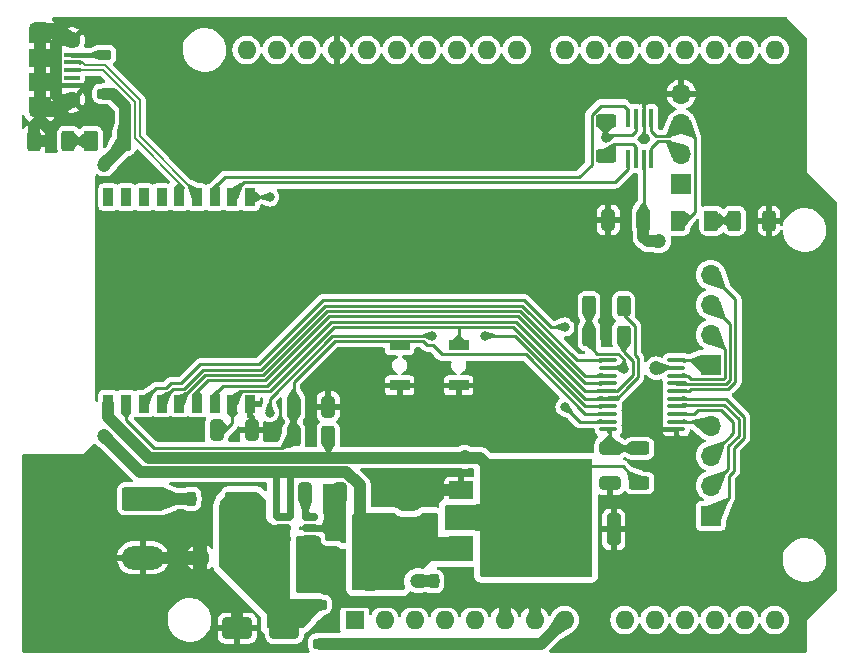
<source format=gbr>
%TF.GenerationSoftware,KiCad,Pcbnew,7.0.6*%
%TF.CreationDate,2024-01-13T17:51:29-05:00*%
%TF.ProjectId,Crystal Shield,43727973-7461-46c2-9053-6869656c642e,rev?*%
%TF.SameCoordinates,PX1312d00PY1312d00*%
%TF.FileFunction,Copper,L1,Top*%
%TF.FilePolarity,Positive*%
%FSLAX46Y46*%
G04 Gerber Fmt 4.6, Leading zero omitted, Abs format (unit mm)*
G04 Created by KiCad (PCBNEW 7.0.6) date 2024-01-13 17:51:29*
%MOMM*%
%LPD*%
G01*
G04 APERTURE LIST*
G04 Aperture macros list*
%AMRoundRect*
0 Rectangle with rounded corners*
0 $1 Rounding radius*
0 $2 $3 $4 $5 $6 $7 $8 $9 X,Y pos of 4 corners*
0 Add a 4 corners polygon primitive as box body*
4,1,4,$2,$3,$4,$5,$6,$7,$8,$9,$2,$3,0*
0 Add four circle primitives for the rounded corners*
1,1,$1+$1,$2,$3*
1,1,$1+$1,$4,$5*
1,1,$1+$1,$6,$7*
1,1,$1+$1,$8,$9*
0 Add four rect primitives between the rounded corners*
20,1,$1+$1,$2,$3,$4,$5,0*
20,1,$1+$1,$4,$5,$6,$7,0*
20,1,$1+$1,$6,$7,$8,$9,0*
20,1,$1+$1,$8,$9,$2,$3,0*%
G04 Aperture macros list end*
%TA.AperFunction,SMDPad,CuDef*%
%ADD10R,0.900000X1.500000*%
%TD*%
%TA.AperFunction,SMDPad,CuDef*%
%ADD11R,0.800000X0.800000*%
%TD*%
%TA.AperFunction,ComponentPad*%
%ADD12R,1.700000X1.700000*%
%TD*%
%TA.AperFunction,ComponentPad*%
%ADD13O,1.700000X1.700000*%
%TD*%
%TA.AperFunction,SMDPad,CuDef*%
%ADD14RoundRect,0.250001X-0.462499X-0.849999X0.462499X-0.849999X0.462499X0.849999X-0.462499X0.849999X0*%
%TD*%
%TA.AperFunction,SMDPad,CuDef*%
%ADD15RoundRect,0.225000X0.225000X0.375000X-0.225000X0.375000X-0.225000X-0.375000X0.225000X-0.375000X0*%
%TD*%
%TA.AperFunction,ComponentPad*%
%ADD16R,1.600000X1.600000*%
%TD*%
%TA.AperFunction,ComponentPad*%
%ADD17C,1.600000*%
%TD*%
%TA.AperFunction,SMDPad,CuDef*%
%ADD18RoundRect,0.250000X0.325000X0.650000X-0.325000X0.650000X-0.325000X-0.650000X0.325000X-0.650000X0*%
%TD*%
%TA.AperFunction,SMDPad,CuDef*%
%ADD19RoundRect,0.250000X-0.375000X-0.625000X0.375000X-0.625000X0.375000X0.625000X-0.375000X0.625000X0*%
%TD*%
%TA.AperFunction,SMDPad,CuDef*%
%ADD20R,2.000000X1.500000*%
%TD*%
%TA.AperFunction,SMDPad,CuDef*%
%ADD21R,2.000000X3.800000*%
%TD*%
%TA.AperFunction,SMDPad,CuDef*%
%ADD22RoundRect,0.250000X-0.312500X-0.625000X0.312500X-0.625000X0.312500X0.625000X-0.312500X0.625000X0*%
%TD*%
%TA.AperFunction,SMDPad,CuDef*%
%ADD23RoundRect,0.250000X-0.625000X0.312500X-0.625000X-0.312500X0.625000X-0.312500X0.625000X0.312500X0*%
%TD*%
%TA.AperFunction,SMDPad,CuDef*%
%ADD24RoundRect,0.250000X0.325000X1.100000X-0.325000X1.100000X-0.325000X-1.100000X0.325000X-1.100000X0*%
%TD*%
%TA.AperFunction,ComponentPad*%
%ADD25RoundRect,0.250000X-1.550000X0.750000X-1.550000X-0.750000X1.550000X-0.750000X1.550000X0.750000X0*%
%TD*%
%TA.AperFunction,ComponentPad*%
%ADD26O,3.600000X2.000000*%
%TD*%
%TA.AperFunction,SMDPad,CuDef*%
%ADD27RoundRect,0.250000X-0.325000X-0.650000X0.325000X-0.650000X0.325000X0.650000X-0.325000X0.650000X0*%
%TD*%
%TA.AperFunction,SMDPad,CuDef*%
%ADD28R,0.300000X1.600000*%
%TD*%
%TA.AperFunction,SMDPad,CuDef*%
%ADD29RoundRect,0.225000X0.375000X-0.225000X0.375000X0.225000X-0.375000X0.225000X-0.375000X-0.225000X0*%
%TD*%
%TA.AperFunction,SMDPad,CuDef*%
%ADD30R,1.350000X0.400000*%
%TD*%
%TA.AperFunction,ComponentPad*%
%ADD31O,1.900000X1.200000*%
%TD*%
%TA.AperFunction,SMDPad,CuDef*%
%ADD32R,1.900000X1.200000*%
%TD*%
%TA.AperFunction,ComponentPad*%
%ADD33C,1.450000*%
%TD*%
%TA.AperFunction,SMDPad,CuDef*%
%ADD34R,1.900000X1.500000*%
%TD*%
%TA.AperFunction,SMDPad,CuDef*%
%ADD35RoundRect,0.250000X0.375000X0.625000X-0.375000X0.625000X-0.375000X-0.625000X0.375000X-0.625000X0*%
%TD*%
%TA.AperFunction,SMDPad,CuDef*%
%ADD36R,1.700000X0.900000*%
%TD*%
%TA.AperFunction,SMDPad,CuDef*%
%ADD37RoundRect,0.250000X-0.325000X-1.100000X0.325000X-1.100000X0.325000X1.100000X-0.325000X1.100000X0*%
%TD*%
%TA.AperFunction,SMDPad,CuDef*%
%ADD38RoundRect,0.250000X1.000000X0.650000X-1.000000X0.650000X-1.000000X-0.650000X1.000000X-0.650000X0*%
%TD*%
%TA.AperFunction,SMDPad,CuDef*%
%ADD39RoundRect,0.250000X0.312500X0.625000X-0.312500X0.625000X-0.312500X-0.625000X0.312500X-0.625000X0*%
%TD*%
%TA.AperFunction,SMDPad,CuDef*%
%ADD40RoundRect,0.250000X0.550000X-1.250000X0.550000X1.250000X-0.550000X1.250000X-0.550000X-1.250000X0*%
%TD*%
%TA.AperFunction,SMDPad,CuDef*%
%ADD41RoundRect,0.225000X-0.225000X-0.375000X0.225000X-0.375000X0.225000X0.375000X-0.225000X0.375000X0*%
%TD*%
%TA.AperFunction,SMDPad,CuDef*%
%ADD42RoundRect,0.100000X-0.637500X-0.100000X0.637500X-0.100000X0.637500X0.100000X-0.637500X0.100000X0*%
%TD*%
%TA.AperFunction,SMDPad,CuDef*%
%ADD43RoundRect,0.150000X-0.512500X-0.150000X0.512500X-0.150000X0.512500X0.150000X-0.512500X0.150000X0*%
%TD*%
%TA.AperFunction,SMDPad,CuDef*%
%ADD44RoundRect,0.250000X-0.650000X0.325000X-0.650000X-0.325000X0.650000X-0.325000X0.650000X0.325000X0*%
%TD*%
%TA.AperFunction,SMDPad,CuDef*%
%ADD45RoundRect,0.250000X0.625000X-0.312500X0.625000X0.312500X-0.625000X0.312500X-0.625000X-0.312500X0*%
%TD*%
%TA.AperFunction,SMDPad,CuDef*%
%ADD46RoundRect,0.225000X-0.375000X0.225000X-0.375000X-0.225000X0.375000X-0.225000X0.375000X0.225000X0*%
%TD*%
%TA.AperFunction,ComponentPad*%
%ADD47O,1.600000X1.600000*%
%TD*%
%TA.AperFunction,ViaPad*%
%ADD48C,0.800000*%
%TD*%
%TA.AperFunction,ViaPad*%
%ADD49C,1.200000*%
%TD*%
%TA.AperFunction,Conductor*%
%ADD50C,1.000000*%
%TD*%
%TA.AperFunction,Conductor*%
%ADD51C,0.250000*%
%TD*%
%TA.AperFunction,Conductor*%
%ADD52C,0.600000*%
%TD*%
%TA.AperFunction,Conductor*%
%ADD53C,0.400000*%
%TD*%
%TA.AperFunction,Conductor*%
%ADD54C,0.200000*%
%TD*%
G04 APERTURE END LIST*
D10*
%TO.P,U3,1,3V3*%
%TO.N,+3.3V*%
X7350000Y-32750000D03*
%TO.P,U3,2,EN/CHIP_PU*%
%TO.N,/RESET*%
X8850000Y-32750000D03*
%TO.P,U3,3,GPIO4/ADC1_CH4*%
%TO.N,/GPIO4*%
X10350000Y-32750000D03*
%TO.P,U3,4,GPIO5/ADC2_CH0*%
%TO.N,/GPIO5*%
X11850000Y-32750000D03*
%TO.P,U3,5,GPIO6*%
%TO.N,/GPIO6*%
X13350000Y-32750000D03*
%TO.P,U3,6,GPIO7*%
%TO.N,/GPIO7*%
X14850000Y-32750000D03*
%TO.P,U3,7,GPIO8*%
%TO.N,/GPIO8*%
X16350000Y-32750000D03*
%TO.P,U3,8,GPIO9*%
%TO.N,/GPIO9*%
X17850000Y-32750000D03*
%TO.P,U3,9,GND*%
%TO.N,GND*%
X19350000Y-32750000D03*
%TO.P,U3,10,GPIO10*%
%TO.N,/GPIO10*%
X19350000Y-15250000D03*
%TO.P,U3,11,GPIO20/U0RXD*%
%TO.N,/RXD*%
X17850000Y-15250000D03*
%TO.P,U3,12,GPIO21/U0TXD*%
%TO.N,/TXD*%
X16350000Y-15250000D03*
%TO.P,U3,13,GPIO18/USB_D-*%
%TO.N,/USB_D-*%
X14850000Y-15250000D03*
%TO.P,U3,14,GPIO19/USB_D+*%
%TO.N,/USB_D+*%
X13350000Y-15250000D03*
%TO.P,U3,15,GPIO3/ADC1_CH3*%
%TO.N,unconnected-(U3-GPIO3{slash}ADC1_CH3-Pad15)*%
X11850000Y-15250000D03*
%TO.P,U3,16,GPIO2/ADC1_CH2*%
%TO.N,unconnected-(U3-GPIO2{slash}ADC1_CH2-Pad16)*%
X10350000Y-15250000D03*
%TO.P,U3,17,GPIO1/ADC1_CH1/XTAL_32K_N*%
%TO.N,unconnected-(U3-GPIO1{slash}ADC1_CH1{slash}XTAL_32K_N-Pad17)*%
X8850000Y-15250000D03*
%TO.P,U3,18,GPIO0/ADC1_CH0/XTAL_32K_P*%
%TO.N,unconnected-(U3-GPIO0{slash}ADC1_CH0{slash}XTAL_32K_P-Pad18)*%
X7350000Y-15250000D03*
D11*
%TO.P,U3,19,GND*%
%TO.N,GND*%
X12450000Y-24140000D03*
X13550000Y-24140000D03*
X14650000Y-24140000D03*
X12450000Y-23090000D03*
X13550000Y-23090000D03*
X14650000Y-23090000D03*
X12450000Y-21940000D03*
X13550000Y-21940000D03*
X14650000Y-21940000D03*
%TD*%
D12*
%TO.P,SPI1,1,Pin_1*%
%TO.N,Net-(SPI1-Pin_1)*%
X58350000Y-29440000D03*
D13*
%TO.P,SPI1,2,Pin_2*%
%TO.N,Net-(SPI1-Pin_2)*%
X58350000Y-26900000D03*
%TO.P,SPI1,3,Pin_3*%
%TO.N,Net-(SPI1-Pin_3)*%
X58350000Y-24360000D03*
%TO.P,SPI1,4,Pin_4*%
%TO.N,Net-(SPI1-Pin_4)*%
X58350000Y-21820000D03*
%TD*%
D12*
%TO.P,TTY1,1,Pin_1*%
%TO.N,+5V*%
X55850000Y-14140000D03*
D13*
%TO.P,TTY1,2,Pin_2*%
%TO.N,Net-(TTY1-Pin_2)*%
X55850000Y-11600000D03*
%TO.P,TTY1,3,Pin_3*%
%TO.N,Net-(D9-A)*%
X55850000Y-9060000D03*
%TO.P,TTY1,4,Pin_4*%
%TO.N,GND*%
X55850000Y-6520000D03*
%TD*%
D12*
%TO.P,PROG1,1,Pin_1*%
%TO.N,Net-(PROG1-Pin_1)*%
X58350000Y-42240000D03*
D13*
%TO.P,PROG1,2,Pin_2*%
%TO.N,Net-(PROG1-Pin_2)*%
X58350000Y-39700000D03*
%TO.P,PROG1,3,Pin_3*%
%TO.N,Net-(PROG1-Pin_3)*%
X58350000Y-37160000D03*
%TO.P,PROG1,4,Pin_4*%
%TO.N,Net-(PROG1-Pin_4)*%
X58350000Y-34620000D03*
%TD*%
D14*
%TO.P,L1,1,1*%
%TO.N,Net-(U1-SW)*%
X26337500Y-43290000D03*
%TO.P,L1,2,2*%
%TO.N,+5V*%
X28662500Y-43290000D03*
%TD*%
D15*
%TO.P,D3,1,K*%
%TO.N,/VIN*%
X17650000Y-40790000D03*
%TO.P,D3,2,A*%
%TO.N,Net-(D3-A)*%
X14350000Y-40790000D03*
%TD*%
D16*
%TO.P,CB1,1*%
%TO.N,/VIN*%
X17632380Y-45790000D03*
D17*
%TO.P,CB1,2*%
%TO.N,GND*%
X15132380Y-45790000D03*
%TD*%
D18*
%TO.P,C11,1*%
%TO.N,GND*%
X19475000Y-35000000D03*
%TO.P,C11,2*%
%TO.N,/GPIO9*%
X16525000Y-35000000D03*
%TD*%
D19*
%TO.P,D2,1,K*%
%TO.N,Net-(D2-K)*%
X5850000Y-10490000D03*
%TO.P,D2,2,A*%
%TO.N,+5V*%
X8650000Y-10490000D03*
%TD*%
D20*
%TO.P,U2,1,GND*%
%TO.N,GND*%
X37200000Y-40090000D03*
%TO.P,U2,2,VO*%
%TO.N,+3.3V*%
X37200000Y-42390000D03*
D21*
X43500000Y-42390000D03*
D20*
%TO.P,U2,3,VI*%
%TO.N,+5V*%
X37200000Y-44690000D03*
%TD*%
D22*
%TO.P,R3,1*%
%TO.N,+3.3V*%
X48037500Y-24500000D03*
%TO.P,R3,2*%
%TO.N,/GPIO9*%
X50962500Y-24500000D03*
%TD*%
D23*
%TO.P,R6,1*%
%TO.N,Net-(U5-OE)*%
X52300000Y-36527500D03*
%TO.P,R6,2*%
%TO.N,+3.3V*%
X52300000Y-39452500D03*
%TD*%
D24*
%TO.P,C4,1*%
%TO.N,+5V*%
X29475000Y-47290000D03*
%TO.P,C4,2*%
%TO.N,GND*%
X26525000Y-47290000D03*
%TD*%
D25*
%TO.P,V1,1,Pin_1*%
%TO.N,Net-(D3-A)*%
X10277500Y-40790000D03*
D26*
%TO.P,V1,2,Pin_2*%
%TO.N,GND*%
X10277500Y-45790000D03*
%TD*%
D27*
%TO.P,C3,1*%
%TO.N,Net-(U1-BST)*%
X24025000Y-40290000D03*
%TO.P,C3,2*%
%TO.N,Net-(U1-SW)*%
X26975000Y-40290000D03*
%TD*%
D28*
%TO.P,U4,1,B2*%
%TO.N,Net-(D9-A)*%
X53325000Y-8590000D03*
%TO.P,U4,2,GND*%
%TO.N,GND*%
X52675000Y-8590000D03*
%TO.P,U4,3,VCCA*%
%TO.N,+3.3V*%
X52025000Y-8590000D03*
%TO.P,U4,4,A2*%
%TO.N,/TXD*%
X51375000Y-8590000D03*
%TO.P,U4,5,A1*%
%TO.N,/RXD*%
X51375000Y-11990000D03*
%TO.P,U4,6,OE*%
%TO.N,Net-(U4-OE)*%
X52025000Y-11990000D03*
%TO.P,U4,7,VCCB*%
%TO.N,/IOREF*%
X52675000Y-11990000D03*
%TO.P,U4,8,B1*%
%TO.N,Net-(TTY1-Pin_2)*%
X53325000Y-11990000D03*
%TD*%
D29*
%TO.P,D6,1,K*%
%TO.N,+5V*%
X7000000Y-6500000D03*
%TO.P,D6,2,A*%
%TO.N,Net-(D6-A)*%
X7000000Y-3200000D03*
%TD*%
D30*
%TO.P,J1,1,VBUS*%
%TO.N,Net-(D6-A)*%
X4250000Y-3190000D03*
%TO.P,J1,2,D-*%
%TO.N,/USB_D-*%
X4250000Y-3840000D03*
%TO.P,J1,3,D+*%
%TO.N,/USB_D+*%
X4250000Y-4490000D03*
%TO.P,J1,4,ID*%
%TO.N,unconnected-(J1-ID-Pad4)*%
X4250000Y-5140000D03*
%TO.P,J1,5,GND*%
%TO.N,GND*%
X4250000Y-5790000D03*
D31*
%TO.P,J1,6,Shield*%
X1550000Y-990000D03*
D32*
X1550000Y-1590000D03*
D33*
X4250000Y-1990000D03*
D34*
X1550000Y-3490000D03*
X1550000Y-5490000D03*
D33*
X4250000Y-6990000D03*
D32*
X1550000Y-7390000D03*
D31*
X1550000Y-7990000D03*
%TD*%
D35*
%TO.P,D9,1,K*%
%TO.N,Net-(D9-K)*%
X58400000Y-17250000D03*
%TO.P,D9,2,A*%
%TO.N,Net-(D9-A)*%
X55600000Y-17250000D03*
%TD*%
D36*
%TO.P,BOOT1,1,1*%
%TO.N,GND*%
X37000000Y-31200000D03*
%TO.P,BOOT1,2,2*%
%TO.N,/GPIO9*%
X37000000Y-27800000D03*
%TD*%
D22*
%TO.P,R17,1*%
%TO.N,Net-(D9-K)*%
X60350000Y-17250000D03*
%TO.P,R17,2*%
%TO.N,GND*%
X63275000Y-17250000D03*
%TD*%
D37*
%TO.P,C5,1*%
%TO.N,+3.3V*%
X47175000Y-43390000D03*
%TO.P,C5,2*%
%TO.N,GND*%
X50125000Y-43390000D03*
%TD*%
D36*
%TO.P,RESET1,1,1*%
%TO.N,GND*%
X32000000Y-31200000D03*
%TO.P,RESET1,2,2*%
%TO.N,/RESET*%
X32000000Y-27800000D03*
%TD*%
D38*
%TO.P,D1,1,A1*%
%TO.N,/VIN*%
X22250000Y-51750000D03*
%TO.P,D1,2,A2*%
%TO.N,GND*%
X18250000Y-51750000D03*
%TD*%
D22*
%TO.P,R1,1*%
%TO.N,+3.3V*%
X48037500Y-27000000D03*
%TO.P,R1,2*%
%TO.N,/GPIO8*%
X50962500Y-27000000D03*
%TD*%
D39*
%TO.P,R2,1*%
%TO.N,+3.3V*%
X25962500Y-35500000D03*
%TO.P,R2,2*%
%TO.N,/RESET*%
X23037500Y-35500000D03*
%TD*%
D27*
%TO.P,C6,1*%
%TO.N,GND*%
X49675000Y-17190000D03*
%TO.P,C6,2*%
%TO.N,/IOREF*%
X52625000Y-17190000D03*
%TD*%
D18*
%TO.P,C10,1*%
%TO.N,GND*%
X25975000Y-33000000D03*
%TO.P,C10,2*%
%TO.N,/RESET*%
X23025000Y-33000000D03*
%TD*%
D40*
%TO.P,C2,1*%
%TO.N,+5V*%
X32750000Y-44690000D03*
%TO.P,C2,2*%
%TO.N,GND*%
X32750000Y-40290000D03*
%TD*%
D41*
%TO.P,D5,1,K*%
%TO.N,+5V*%
X31600000Y-47790000D03*
%TO.P,D5,2,A*%
%TO.N,Net-(A1-+5V)*%
X34900000Y-47790000D03*
%TD*%
D42*
%TO.P,U5,1,A1*%
%TO.N,/GPIO5*%
X49687500Y-29065000D03*
%TO.P,U5,2,VCCA*%
%TO.N,+3.3V*%
X49687500Y-29715000D03*
%TO.P,U5,3,A2*%
%TO.N,/GPIO6*%
X49687500Y-30365000D03*
%TO.P,U5,4,A3*%
%TO.N,/GPIO7*%
X49687500Y-31015000D03*
%TO.P,U5,5,A4*%
%TO.N,/GPIO8*%
X49687500Y-31665000D03*
%TO.P,U5,6,A5*%
%TO.N,/GPIO9*%
X49687500Y-32315000D03*
%TO.P,U5,7,A6*%
%TO.N,/GPIO10*%
X49687500Y-32965000D03*
%TO.P,U5,8,A7*%
%TO.N,/RESET*%
X49687500Y-33615000D03*
%TO.P,U5,9,A8*%
%TO.N,/GPIO4*%
X49687500Y-34265000D03*
%TO.P,U5,10,OE*%
%TO.N,Net-(U5-OE)*%
X49687500Y-34915000D03*
%TO.P,U5,11,GND*%
%TO.N,GND*%
X55412500Y-34915000D03*
%TO.P,U5,12,B8*%
%TO.N,Net-(PROG1-Pin_4)*%
X55412500Y-34265000D03*
%TO.P,U5,13,B7*%
%TO.N,Net-(PROG1-Pin_3)*%
X55412500Y-33615000D03*
%TO.P,U5,14,B6*%
%TO.N,Net-(PROG1-Pin_2)*%
X55412500Y-32965000D03*
%TO.P,U5,15,B5*%
%TO.N,Net-(PROG1-Pin_1)*%
X55412500Y-32315000D03*
%TO.P,U5,16,B4*%
%TO.N,Net-(SPI1-Pin_4)*%
X55412500Y-31665000D03*
%TO.P,U5,17,B3*%
%TO.N,Net-(SPI1-Pin_3)*%
X55412500Y-31015000D03*
%TO.P,U5,18,B2*%
%TO.N,Net-(SPI1-Pin_2)*%
X55412500Y-30365000D03*
%TO.P,U5,19,VCCB*%
%TO.N,/IOREF*%
X55412500Y-29715000D03*
%TO.P,U5,20,B1*%
%TO.N,Net-(SPI1-Pin_1)*%
X55412500Y-29065000D03*
%TD*%
D43*
%TO.P,U1,1,FB*%
%TO.N,+5V*%
X22112500Y-42340000D03*
%TO.P,U1,2,EN*%
%TO.N,/VIN*%
X22112500Y-43290000D03*
%TO.P,U1,3,IN*%
X22112500Y-44240000D03*
%TO.P,U1,4,GND*%
%TO.N,GND*%
X24387500Y-44240000D03*
%TO.P,U1,5,SW*%
%TO.N,Net-(U1-SW)*%
X24387500Y-43290000D03*
%TO.P,U1,6,BST*%
%TO.N,Net-(U1-BST)*%
X24387500Y-42340000D03*
%TD*%
D37*
%TO.P,C1,1*%
%TO.N,/VIN*%
X21775000Y-47290000D03*
%TO.P,C1,2*%
%TO.N,GND*%
X24725000Y-47290000D03*
%TD*%
D44*
%TO.P,C7,1*%
%TO.N,Net-(U5-OE)*%
X49800000Y-36515000D03*
%TO.P,C7,2*%
%TO.N,GND*%
X49800000Y-39465000D03*
%TD*%
D22*
%TO.P,R4,1*%
%TO.N,GND*%
X1037500Y-10490000D03*
%TO.P,R4,2*%
%TO.N,Net-(D2-K)*%
X3962500Y-10490000D03*
%TD*%
D45*
%TO.P,R5,1*%
%TO.N,Net-(U4-OE)*%
X49450000Y-11752500D03*
%TO.P,R5,2*%
%TO.N,+3.3V*%
X49450000Y-8827500D03*
%TD*%
D46*
%TO.P,D4,1,K*%
%TO.N,/VIN*%
X25250000Y-49750000D03*
%TO.P,D4,2,A*%
%TO.N,Net-(A1-VIN)*%
X25250000Y-53050000D03*
%TD*%
D16*
%TO.P,A1,1,NC*%
%TO.N,unconnected-(A1-NC-Pad1)*%
X28190000Y-51050000D03*
D47*
%TO.P,A1,2,IOREF*%
%TO.N,/IOREF*%
X30730000Y-51050000D03*
%TO.P,A1,3,~{RESET}*%
%TO.N,/ARESET*%
X33270000Y-51050000D03*
%TO.P,A1,4,3V3*%
%TO.N,unconnected-(A1-3V3-Pad4)*%
X35810000Y-51050000D03*
%TO.P,A1,5,+5V*%
%TO.N,Net-(A1-+5V)*%
X38350000Y-51050000D03*
%TO.P,A1,6,GND*%
%TO.N,GND*%
X40890000Y-51050000D03*
%TO.P,A1,7,GND*%
X43430000Y-51050000D03*
%TO.P,A1,8,VIN*%
%TO.N,Net-(A1-VIN)*%
X45970000Y-51050000D03*
%TO.P,A1,9,A0*%
%TO.N,unconnected-(A1-A0-Pad9)*%
X51050000Y-51050000D03*
%TO.P,A1,10,A1*%
%TO.N,unconnected-(A1-A1-Pad10)*%
X53590000Y-51050000D03*
%TO.P,A1,11,A2*%
%TO.N,unconnected-(A1-A2-Pad11)*%
X56130000Y-51050000D03*
%TO.P,A1,12,A3*%
%TO.N,unconnected-(A1-A3-Pad12)*%
X58670000Y-51050000D03*
%TO.P,A1,13,SDA/A4*%
%TO.N,unconnected-(A1-SDA{slash}A4-Pad13)*%
X61210000Y-51050000D03*
%TO.P,A1,14,SCL/A5*%
%TO.N,unconnected-(A1-SCL{slash}A5-Pad14)*%
X63750000Y-51050000D03*
%TO.P,A1,15,D0/RX*%
%TO.N,unconnected-(A1-D0{slash}RX-Pad15)*%
X63750000Y-2790000D03*
%TO.P,A1,16,D1/TX*%
%TO.N,unconnected-(A1-D1{slash}TX-Pad16)*%
X61210000Y-2790000D03*
%TO.P,A1,17,D2*%
%TO.N,unconnected-(A1-D2-Pad17)*%
X58670000Y-2790000D03*
%TO.P,A1,18,D3*%
%TO.N,unconnected-(A1-D3-Pad18)*%
X56130000Y-2790000D03*
%TO.P,A1,19,D4*%
%TO.N,unconnected-(A1-D4-Pad19)*%
X53590000Y-2790000D03*
%TO.P,A1,20,D5*%
%TO.N,unconnected-(A1-D5-Pad20)*%
X51050000Y-2790000D03*
%TO.P,A1,21,D6*%
%TO.N,unconnected-(A1-D6-Pad21)*%
X48510000Y-2790000D03*
%TO.P,A1,22,D7*%
%TO.N,unconnected-(A1-D7-Pad22)*%
X45970000Y-2790000D03*
%TO.P,A1,23,D8*%
%TO.N,unconnected-(A1-D8-Pad23)*%
X41910000Y-2790000D03*
%TO.P,A1,24,D9*%
%TO.N,unconnected-(A1-D9-Pad24)*%
X39370000Y-2790000D03*
%TO.P,A1,25,D10*%
%TO.N,unconnected-(A1-D10-Pad25)*%
X36830000Y-2790000D03*
%TO.P,A1,26,D11*%
%TO.N,unconnected-(A1-D11-Pad26)*%
X34290000Y-2790000D03*
%TO.P,A1,27,D12*%
%TO.N,unconnected-(A1-D12-Pad27)*%
X31750000Y-2790000D03*
%TO.P,A1,28,D13*%
%TO.N,unconnected-(A1-D13-Pad28)*%
X29210000Y-2790000D03*
%TO.P,A1,29,GND*%
%TO.N,GND*%
X26670000Y-2790000D03*
%TO.P,A1,30,AREF*%
%TO.N,unconnected-(A1-AREF-Pad30)*%
X24130000Y-2790000D03*
%TO.P,A1,31,SDA/A4*%
%TO.N,unconnected-(A1-SDA{slash}A4-Pad31)*%
X21590000Y-2790000D03*
%TO.P,A1,32,SCL/A5*%
%TO.N,unconnected-(A1-SCL{slash}A5-Pad32)*%
X19050000Y-2790000D03*
%TD*%
D48*
%TO.N,GND*%
X7250000Y-8500000D03*
X8250000Y-17000000D03*
%TO.N,/GPIO4*%
X46000000Y-26250000D03*
X46000000Y-33000000D03*
%TO.N,+5V*%
X30000000Y-42500000D03*
D49*
X7000000Y-12500000D03*
D48*
X30000000Y-44250000D03*
X34250000Y-42750000D03*
X30750000Y-46290000D03*
D49*
X35250000Y-45040000D03*
X7000000Y-35500000D03*
D48*
X28750000Y-45250000D03*
%TO.N,GND*%
X15650000Y-24150000D03*
X16000000Y-53000000D03*
X11450000Y-21950000D03*
X22500000Y-15250000D03*
X15650000Y-21950000D03*
X23750000Y-45290000D03*
X11250000Y-9500000D03*
D49*
X35000000Y-39000000D03*
D48*
X46750000Y-25500000D03*
X54750000Y-28000000D03*
X15250000Y-13250000D03*
X12450000Y-25150000D03*
X56000000Y-36000000D03*
X13000000Y-1000000D03*
X2500000Y-10500000D03*
X14650000Y-25150000D03*
X28250000Y-32250000D03*
X52750000Y-10250000D03*
X16000000Y-40750000D03*
X11450000Y-23050000D03*
X15000000Y-35000000D03*
X11000000Y-35000000D03*
X52500000Y-41040000D03*
X24500000Y-23750000D03*
X46750000Y-12000000D03*
X21000000Y-35000000D03*
X10000000Y-13000000D03*
X26500000Y-45290000D03*
X54750000Y-21000000D03*
X65750000Y-4500000D03*
X13550000Y-25150000D03*
X46750000Y-15000000D03*
X25250000Y-51500000D03*
X37500000Y-47500000D03*
X19750000Y-17000000D03*
X19750000Y-28250000D03*
X25000000Y-45290000D03*
X68250000Y-32000000D03*
X66000000Y-49000000D03*
X8000000Y-39000000D03*
X11450000Y-24150000D03*
X27000000Y-49500000D03*
X62000000Y-17250000D03*
X14650000Y-20950000D03*
X27750000Y-29000000D03*
X67000000Y-15000000D03*
X49750000Y-41040000D03*
X50000000Y-21000000D03*
X13550000Y-20950000D03*
X8250000Y-31000000D03*
X15650000Y-23050000D03*
X54000000Y-35000000D03*
X60750000Y-32000000D03*
X12450000Y-20950000D03*
X16000000Y-49000000D03*
X18000000Y-1000000D03*
D49*
%TO.N,/IOREF*%
X53750000Y-29750000D03*
X54000000Y-19000000D03*
%TO.N,Net-(A1-+5V)*%
X33500000Y-47790000D03*
D48*
%TO.N,/GPIO10*%
X21000000Y-15250000D03*
X21000000Y-33500000D03*
X39250000Y-27000000D03*
X34750000Y-27000000D03*
%TO.N,+3.3V*%
X45500000Y-41390000D03*
X41500000Y-45390000D03*
X45500000Y-39390000D03*
X41500000Y-41390000D03*
X41500000Y-39390000D03*
X51000000Y-29790000D03*
D49*
X37500000Y-37250000D03*
D48*
X45500000Y-43390000D03*
X49450000Y-10290000D03*
X45500000Y-45390000D03*
X41500000Y-43390000D03*
D49*
%TO.N,/VIN*%
X22250000Y-49750000D03*
D48*
X20750000Y-43250000D03*
X20750000Y-44250000D03*
X18750000Y-40750000D03*
%TD*%
D50*
%TO.N,+5V*%
X7000000Y-35500000D02*
X10000000Y-38500000D01*
X8650000Y-10850000D02*
X7000000Y-12500000D01*
X8650000Y-10490000D02*
X8650000Y-10850000D01*
X8775000Y-7525000D02*
X8775000Y-10365000D01*
X7750000Y-6500000D02*
X8775000Y-7525000D01*
X8775000Y-10365000D02*
X8650000Y-10490000D01*
X7000000Y-6500000D02*
X7750000Y-6500000D01*
D51*
%TO.N,/GPIO4*%
X44818376Y-26250000D02*
X46000000Y-26250000D01*
X42568376Y-24000000D02*
X44818376Y-26250000D01*
X25488604Y-24000000D02*
X42568376Y-24000000D01*
X20063604Y-29425000D02*
X25488604Y-24000000D01*
X15127208Y-29425000D02*
X20063604Y-29425000D01*
X13532906Y-31019302D02*
X15127208Y-29425000D01*
X12644302Y-31019302D02*
X13532906Y-31019302D01*
X12206802Y-31456802D02*
X12644302Y-31019302D01*
X11343198Y-31456802D02*
X12206802Y-31456802D01*
X10350000Y-32450000D02*
X11343198Y-31456802D01*
X10350000Y-32750000D02*
X10350000Y-32450000D01*
%TO.N,/GPIO5*%
X46996980Y-29065000D02*
X49687500Y-29065000D01*
X42381980Y-24450000D02*
X46996980Y-29065000D01*
X20250000Y-29875000D02*
X25675000Y-24450000D01*
X25675000Y-24450000D02*
X42381980Y-24450000D01*
X13719302Y-31469302D02*
X15313604Y-29875000D01*
X11850000Y-32450000D02*
X12830698Y-31469302D01*
X15313604Y-29875000D02*
X20250000Y-29875000D01*
X11850000Y-32750000D02*
X11850000Y-32450000D01*
X12830698Y-31469302D02*
X13719302Y-31469302D01*
%TO.N,/GPIO6*%
X13350000Y-32475000D02*
X15500000Y-30325000D01*
X13350000Y-32750000D02*
X13350000Y-32475000D01*
X15500000Y-30325000D02*
X20436396Y-30325000D01*
%TO.N,/GPIO8*%
X47687792Y-31665000D02*
X49687500Y-31665000D01*
X41822792Y-25800000D02*
X47687792Y-31665000D01*
X26234188Y-25800000D02*
X41822792Y-25800000D01*
X17025000Y-31225000D02*
X20809188Y-31225000D01*
X20809188Y-31225000D02*
X26234188Y-25800000D01*
X16350000Y-31900000D02*
X17025000Y-31225000D01*
X16350000Y-32750000D02*
X16350000Y-31900000D01*
%TO.N,/GPIO7*%
X47674188Y-31015000D02*
X49687500Y-31015000D01*
X20622792Y-30775000D02*
X26047792Y-25350000D01*
X15750000Y-30775000D02*
X20622792Y-30775000D01*
X14850000Y-31675000D02*
X15750000Y-30775000D01*
X26047792Y-25350000D02*
X42009188Y-25350000D01*
X42009188Y-25350000D02*
X47674188Y-31015000D01*
X14850000Y-32750000D02*
X14850000Y-31675000D01*
%TO.N,/GPIO6*%
X25861396Y-24900000D02*
X42195584Y-24900000D01*
X47660584Y-30365000D02*
X49687500Y-30365000D01*
X42195584Y-24900000D02*
X47660584Y-30365000D01*
X20436396Y-30325000D02*
X25861396Y-24900000D01*
%TO.N,Net-(PROG1-Pin_4)*%
X57995000Y-34265000D02*
X55412500Y-34265000D01*
X58350000Y-34620000D02*
X57995000Y-34265000D01*
%TO.N,/GPIO4*%
X47265000Y-34265000D02*
X46000000Y-33000000D01*
X49687500Y-34265000D02*
X47265000Y-34265000D01*
D50*
%TO.N,+5V*%
X23496497Y-38500000D02*
X22750000Y-38500000D01*
D52*
X22112500Y-42340000D02*
X22660000Y-42340000D01*
D50*
X28662500Y-39658997D02*
X27503503Y-38500000D01*
X22750000Y-38500000D02*
X21500000Y-38500000D01*
D52*
X22660000Y-42340000D02*
X22750000Y-42250000D01*
D50*
X27503503Y-38500000D02*
X25750000Y-38500000D01*
X25750000Y-38500000D02*
X23496497Y-38500000D01*
X28662500Y-43290000D02*
X28662500Y-39658997D01*
D52*
X22750000Y-42250000D02*
X22750000Y-38500000D01*
X21500000Y-42250000D02*
X21500000Y-38500000D01*
D50*
X10000000Y-38500000D02*
X21500000Y-38500000D01*
D52*
X21590000Y-42340000D02*
X21500000Y-42250000D01*
X22112500Y-42340000D02*
X21590000Y-42340000D01*
D53*
%TO.N,GND*%
X55412500Y-35412500D02*
X56000000Y-36000000D01*
D50*
X18250000Y-51750000D02*
X18250000Y-50000000D01*
X2490000Y-10490000D02*
X2500000Y-10500000D01*
X24725000Y-47290000D02*
X24725000Y-45565000D01*
X3250000Y-7990000D02*
X4250000Y-6990000D01*
D51*
X19475000Y-35000000D02*
X21000000Y-35000000D01*
D50*
X43430000Y-49930000D02*
X43430000Y-51050000D01*
D53*
X54085000Y-34915000D02*
X54000000Y-35000000D01*
D51*
X52675000Y-7325000D02*
X52675000Y-8590000D01*
D50*
X2875000Y-5800000D02*
X2875000Y-6640304D01*
D51*
X49800000Y-40990000D02*
X49750000Y-41040000D01*
D50*
X26525000Y-47290000D02*
X24725000Y-47290000D01*
D53*
X4250000Y-5790000D02*
X2885000Y-5790000D01*
X4250000Y-6990000D02*
X5440000Y-5800000D01*
D50*
X1550000Y-3490000D02*
X1560000Y-3500000D01*
D51*
X55850000Y-6520000D02*
X53480000Y-6520000D01*
D50*
X2875000Y-6640304D02*
X3224696Y-6990000D01*
X40890000Y-51050000D02*
X40890000Y-49690000D01*
X37200000Y-40090000D02*
X35000000Y-40090000D01*
D53*
X55412500Y-34915000D02*
X54085000Y-34915000D01*
D52*
X25000000Y-44250000D02*
X25000000Y-45290000D01*
D50*
X1550000Y-990000D02*
X1550000Y-1590000D01*
X25000000Y-45290000D02*
X26500000Y-45290000D01*
X27550000Y-49550000D02*
X40750000Y-49550000D01*
X1550000Y-8700000D02*
X1037500Y-9212500D01*
X26500000Y-47265000D02*
X26525000Y-47290000D01*
X1550000Y-7990000D02*
X1550000Y-8700000D01*
X2500000Y-10500000D02*
X2500000Y-9650000D01*
D52*
X24990000Y-44240000D02*
X25000000Y-44250000D01*
D53*
X5440000Y-5800000D02*
X5450000Y-5800000D01*
D50*
X2875000Y-3500000D02*
X2875000Y-5800000D01*
X26525000Y-48525000D02*
X27000000Y-49000000D01*
X17375000Y-49125000D02*
X15875000Y-47625000D01*
X27000000Y-49500000D02*
X27500000Y-49500000D01*
X1550000Y-7390000D02*
X1550000Y-7990000D01*
X43050000Y-49550000D02*
X43430000Y-49930000D01*
D53*
X2885000Y-5790000D02*
X2875000Y-5800000D01*
D50*
X1550000Y-1590000D02*
X1550000Y-3490000D01*
D53*
X55412500Y-34915000D02*
X55412500Y-35412500D01*
D50*
X2875000Y-3500000D02*
X2875000Y-2290000D01*
X16000000Y-49000000D02*
X16000000Y-47750000D01*
X3250000Y-990000D02*
X4250000Y-1990000D01*
X1560000Y-3500000D02*
X2875000Y-3500000D01*
D52*
X24387500Y-44240000D02*
X24990000Y-44240000D01*
D50*
X16000000Y-49000000D02*
X17250000Y-49000000D01*
D52*
X23760000Y-44240000D02*
X23750000Y-44250000D01*
D53*
X4250000Y-5790000D02*
X5430000Y-5790000D01*
D50*
X1550000Y-5490000D02*
X1550000Y-7390000D01*
X1550000Y-990000D02*
X3250000Y-990000D01*
X27500000Y-49500000D02*
X27550000Y-49550000D01*
D51*
X52675000Y-8590000D02*
X52675000Y-10175000D01*
D50*
X40890000Y-49690000D02*
X40750000Y-49550000D01*
X2875000Y-2290000D02*
X3175000Y-1990000D01*
X1037500Y-10490000D02*
X2490000Y-10490000D01*
D51*
X19350000Y-34875000D02*
X19475000Y-35000000D01*
D50*
X3224696Y-6990000D02*
X4250000Y-6990000D01*
X1037500Y-9212500D02*
X1037500Y-10490000D01*
D51*
X49800000Y-39465000D02*
X49800000Y-40990000D01*
D52*
X24387500Y-44240000D02*
X23760000Y-44240000D01*
D50*
X3175000Y-1990000D02*
X4250000Y-1990000D01*
D52*
X23750000Y-44250000D02*
X23750000Y-45290000D01*
D50*
X27000000Y-49000000D02*
X27000000Y-49500000D01*
X25000000Y-45290000D02*
X23750000Y-45290000D01*
X35000000Y-40090000D02*
X32950000Y-40090000D01*
X1550000Y-7990000D02*
X3250000Y-7990000D01*
X18250000Y-50000000D02*
X17375000Y-49125000D01*
D51*
X63275000Y-17250000D02*
X62000000Y-17250000D01*
X52675000Y-10175000D02*
X52750000Y-10250000D01*
X53480000Y-6520000D02*
X52675000Y-7325000D01*
X19350000Y-32750000D02*
X19350000Y-34875000D01*
D50*
X35000000Y-39000000D02*
X35000000Y-40090000D01*
X15132380Y-46882380D02*
X15132380Y-45790000D01*
D53*
X5430000Y-5790000D02*
X5440000Y-5800000D01*
D50*
X15875000Y-47625000D02*
X15132380Y-46882380D01*
X26500000Y-45290000D02*
X26500000Y-47265000D01*
X1550000Y-3490000D02*
X1550000Y-5490000D01*
X32950000Y-40090000D02*
X32750000Y-40290000D01*
X26525000Y-47290000D02*
X26525000Y-48525000D01*
X2500000Y-9650000D02*
X1550000Y-8700000D01*
X40750000Y-49550000D02*
X43050000Y-49550000D01*
X15132380Y-45790000D02*
X10277500Y-45790000D01*
X24725000Y-45565000D02*
X25000000Y-45290000D01*
D51*
%TO.N,/GPIO9*%
X17850000Y-32450000D02*
X18625000Y-31675000D01*
X17850000Y-32750000D02*
X17850000Y-32450000D01*
X41636396Y-26250000D02*
X47701396Y-32315000D01*
X49687500Y-32315000D02*
X50376041Y-32315000D01*
X50376041Y-32315000D02*
X51338719Y-31352322D01*
X47701396Y-32315000D02*
X49687500Y-32315000D01*
X52175000Y-30502437D02*
X52175000Y-28902208D01*
X16525000Y-35000000D02*
X17250000Y-35000000D01*
X52175000Y-28902208D02*
X51911396Y-28638604D01*
X51338718Y-31338718D02*
X52175000Y-30502437D01*
X18625000Y-31675000D02*
X20995584Y-31675000D01*
X26420584Y-26250000D02*
X37000000Y-26250000D01*
X37000000Y-26250000D02*
X41636396Y-26250000D01*
X20995584Y-31675000D02*
X26420584Y-26250000D01*
X17850000Y-34400000D02*
X17850000Y-32750000D01*
X51911396Y-28638604D02*
X51911396Y-26161396D01*
X51911396Y-26161396D02*
X50962500Y-25212500D01*
X37000000Y-27800000D02*
X37000000Y-26250000D01*
X51338719Y-31352322D02*
X51338718Y-31338718D01*
X50962500Y-25212500D02*
X50962500Y-24500000D01*
X17250000Y-35000000D02*
X17850000Y-34400000D01*
%TO.N,/RESET*%
X26493376Y-27450000D02*
X31650000Y-27450000D01*
X23037500Y-35500000D02*
X22062500Y-36475000D01*
X23025000Y-33000000D02*
X23025000Y-35487500D01*
X34000000Y-27450000D02*
X32350000Y-27450000D01*
X23025000Y-35487500D02*
X23037500Y-35500000D01*
X34350000Y-27800000D02*
X34000000Y-27450000D01*
X23025000Y-33000000D02*
X23025000Y-30918376D01*
X8850000Y-34100000D02*
X8850000Y-32750000D01*
X49687500Y-33615000D02*
X47728604Y-33615000D01*
X47728604Y-33615000D02*
X42688604Y-28575000D01*
X23025000Y-30918376D02*
X26493376Y-27450000D01*
X34800000Y-27800000D02*
X34350000Y-27800000D01*
X32350000Y-27450000D02*
X32000000Y-27800000D01*
X11225000Y-36475000D02*
X8850000Y-34100000D01*
X22062500Y-36475000D02*
X11225000Y-36475000D01*
X31650000Y-27450000D02*
X32000000Y-27800000D01*
X42688604Y-28575000D02*
X35575000Y-28575000D01*
X35575000Y-28575000D02*
X34800000Y-27800000D01*
D52*
%TO.N,Net-(U1-BST)*%
X24025000Y-41977500D02*
X24387500Y-42340000D01*
X24025000Y-40290000D02*
X24025000Y-41977500D01*
%TO.N,Net-(U1-SW)*%
X24387500Y-43290000D02*
X26337500Y-43290000D01*
D51*
%TO.N,Net-(U5-OE)*%
X49800000Y-35027500D02*
X49687500Y-34915000D01*
X49812500Y-36527500D02*
X49800000Y-36515000D01*
X52300000Y-36527500D02*
X49812500Y-36527500D01*
X49800000Y-36515000D02*
X49800000Y-35027500D01*
%TO.N,Net-(D2-K)*%
X5850000Y-10490000D02*
X3962500Y-10490000D01*
%TO.N,/IOREF*%
X55412500Y-29715000D02*
X53785000Y-29715000D01*
X52675000Y-17140000D02*
X52625000Y-17190000D01*
X53785000Y-29715000D02*
X53750000Y-29750000D01*
D50*
X53000000Y-19000000D02*
X52625000Y-18625000D01*
D51*
X52675000Y-11990000D02*
X52675000Y-17140000D01*
D50*
X54000000Y-19000000D02*
X53000000Y-19000000D01*
X52625000Y-18625000D02*
X52625000Y-17190000D01*
D53*
%TO.N,Net-(D6-A)*%
X4260000Y-3200000D02*
X4250000Y-3190000D01*
X7000000Y-3200000D02*
X4260000Y-3200000D01*
D50*
%TO.N,Net-(A1-+5V)*%
X33500000Y-47790000D02*
X34900000Y-47790000D01*
%TO.N,Net-(A1-VIN)*%
X43970000Y-53050000D02*
X25250000Y-53050000D01*
X45970000Y-51050000D02*
X43970000Y-53050000D01*
D54*
%TO.N,/USB_D-*%
X14850000Y-14959314D02*
X10000000Y-10109314D01*
X7037055Y-4090000D02*
X5375000Y-4090000D01*
X14850000Y-15250000D02*
X14850000Y-14959314D01*
X5125000Y-3840000D02*
X4250000Y-3840000D01*
X10000000Y-7052944D02*
X7037055Y-4090000D01*
X5375000Y-4090000D02*
X5125000Y-3840000D01*
X10000000Y-10109314D02*
X10000000Y-7052944D01*
%TO.N,/USB_D+*%
X13350000Y-14025000D02*
X9575000Y-10250000D01*
X9575000Y-10250000D02*
X9575000Y-7193630D01*
X9575000Y-7193630D02*
X6871370Y-4490000D01*
X13350000Y-15250000D02*
X13350000Y-14025000D01*
X6871370Y-4490000D02*
X4250000Y-4490000D01*
D51*
%TO.N,/GPIO8*%
X50376041Y-31665000D02*
X49687500Y-31665000D01*
X51725000Y-30316041D02*
X50376041Y-31665000D01*
X51725000Y-29088604D02*
X51725000Y-30316041D01*
X50962500Y-27000000D02*
X50962500Y-28326104D01*
X50962500Y-28326104D02*
X51725000Y-29088604D01*
%TO.N,Net-(U4-OE)*%
X50250000Y-10750000D02*
X51735000Y-10750000D01*
X52025000Y-11040000D02*
X52025000Y-11990000D01*
X49450000Y-11550000D02*
X50250000Y-10750000D01*
X49450000Y-11752500D02*
X49450000Y-11550000D01*
X51735000Y-10750000D02*
X52025000Y-11040000D01*
%TO.N,/TXD*%
X16350000Y-15250000D02*
X16350000Y-14400000D01*
X17200000Y-13550000D02*
X47200000Y-13550000D01*
X16350000Y-14400000D02*
X17200000Y-13550000D01*
X47200000Y-13550000D02*
X48250000Y-12500000D01*
X51000000Y-7500000D02*
X51375000Y-7875000D01*
X49026827Y-7500000D02*
X51000000Y-7500000D01*
X48250000Y-12500000D02*
X48250000Y-8276827D01*
X48250000Y-8276827D02*
X49026827Y-7500000D01*
X51375000Y-7875000D02*
X51375000Y-8590000D01*
%TO.N,/RXD*%
X50250000Y-14000000D02*
X18800000Y-14000000D01*
X51375000Y-12875000D02*
X50250000Y-14000000D01*
X51375000Y-11990000D02*
X51375000Y-12875000D01*
X18800000Y-14000000D02*
X17850000Y-14950000D01*
X17850000Y-14950000D02*
X17850000Y-15250000D01*
%TO.N,/GPIO10*%
X41750000Y-27000000D02*
X39250000Y-27000000D01*
X26306980Y-27000000D02*
X21000000Y-32306980D01*
X21000000Y-32306980D02*
X21000000Y-33500000D01*
X47715000Y-32965000D02*
X43375000Y-28625000D01*
X43375000Y-28625000D02*
X41750000Y-27000000D01*
X19350000Y-15250000D02*
X21000000Y-15250000D01*
X49687500Y-32965000D02*
X47715000Y-32965000D01*
X34750000Y-27000000D02*
X26306980Y-27000000D01*
%TO.N,+3.3V*%
X48037500Y-27787500D02*
X48750000Y-28500000D01*
X50887500Y-38040000D02*
X46850000Y-38040000D01*
X51000000Y-29790000D02*
X51000000Y-29000000D01*
D50*
X38800000Y-37300000D02*
X40890000Y-39390000D01*
D51*
X25962500Y-35500000D02*
X25962500Y-37262500D01*
D50*
X26000000Y-37300000D02*
X38800000Y-37300000D01*
D51*
X48750000Y-28500000D02*
X50500000Y-28500000D01*
X49450000Y-10290000D02*
X49740000Y-10000000D01*
X49450000Y-10290000D02*
X49450000Y-8827500D01*
D50*
X7350000Y-33850000D02*
X10800000Y-37300000D01*
D51*
X52300000Y-39452500D02*
X50887500Y-38040000D01*
X46850000Y-38040000D02*
X45500000Y-39390000D01*
X50925000Y-29715000D02*
X51000000Y-29790000D01*
X49687500Y-29715000D02*
X50925000Y-29715000D01*
X51665000Y-10000000D02*
X50622500Y-10000000D01*
D50*
X7350000Y-32750000D02*
X7350000Y-33850000D01*
D51*
X52025000Y-9640000D02*
X51665000Y-10000000D01*
X48037500Y-27000000D02*
X48037500Y-27787500D01*
X52025000Y-8590000D02*
X52025000Y-9640000D01*
X48037500Y-27000000D02*
X48037500Y-24500000D01*
D50*
X10800000Y-37300000D02*
X26000000Y-37300000D01*
D51*
X51000000Y-29000000D02*
X50500000Y-28500000D01*
X49740000Y-10000000D02*
X50622500Y-10000000D01*
X25962500Y-37262500D02*
X26000000Y-37300000D01*
D50*
X40890000Y-39390000D02*
X41500000Y-39390000D01*
D51*
%TO.N,Net-(D9-K)*%
X58400000Y-17250000D02*
X60350000Y-17250000D01*
%TO.N,Net-(D9-A)*%
X57025000Y-16475000D02*
X57025000Y-10235000D01*
X54820000Y-10090000D02*
X53750000Y-10090000D01*
X53750000Y-10090000D02*
X53325000Y-9665000D01*
X56250000Y-17250000D02*
X57025000Y-16475000D01*
X53325000Y-9665000D02*
X53325000Y-8590000D01*
X57025000Y-10235000D02*
X55850000Y-9060000D01*
X55600000Y-17250000D02*
X56250000Y-17250000D01*
X55850000Y-9060000D02*
X54820000Y-10090000D01*
%TO.N,Net-(TTY1-Pin_2)*%
X53850000Y-10540000D02*
X53325000Y-11065000D01*
X53325000Y-11065000D02*
X53325000Y-11990000D01*
X55850000Y-11600000D02*
X54790000Y-10540000D01*
X54790000Y-10540000D02*
X53850000Y-10540000D01*
D50*
%TO.N,/VIN*%
X22250000Y-51750000D02*
X22250000Y-49750000D01*
X22250000Y-47765000D02*
X21775000Y-47290000D01*
X25250000Y-49750000D02*
X22250000Y-49750000D01*
X17632380Y-45790000D02*
X19540000Y-45790000D01*
X19750000Y-46000000D02*
X19750000Y-44250000D01*
D52*
X20750000Y-44250000D02*
X19750000Y-44250000D01*
X20750000Y-43250000D02*
X20750000Y-44250000D01*
D50*
X19750000Y-46500000D02*
X19750000Y-46000000D01*
D52*
X20760000Y-44240000D02*
X20750000Y-44250000D01*
X22112500Y-44240000D02*
X20760000Y-44240000D01*
X22112500Y-43290000D02*
X20790000Y-43290000D01*
D50*
X22250000Y-49750000D02*
X22250000Y-47765000D01*
X21775000Y-47290000D02*
X20540000Y-47290000D01*
D52*
X20790000Y-43290000D02*
X20750000Y-43250000D01*
D50*
X19750000Y-44250000D02*
X20750000Y-43250000D01*
X19540000Y-45790000D02*
X19750000Y-46000000D01*
X20540000Y-47290000D02*
X19750000Y-46500000D01*
%TO.N,Net-(D3-A)*%
X14350000Y-40790000D02*
X10277500Y-40790000D01*
D51*
%TO.N,Net-(PROG1-Pin_1)*%
X55412500Y-32315000D02*
X59611396Y-32315000D01*
X60300000Y-38440000D02*
X59850000Y-38890000D01*
X60300000Y-36482792D02*
X60300000Y-38440000D01*
X61150000Y-35632792D02*
X60300000Y-36482792D01*
X61150000Y-33853604D02*
X61150000Y-35632792D01*
X59611396Y-32315000D02*
X61150000Y-33853604D01*
X59850000Y-40740000D02*
X58350000Y-42240000D01*
X59850000Y-38890000D02*
X59850000Y-40740000D01*
%TO.N,Net-(PROG1-Pin_2)*%
X55537500Y-32840000D02*
X59500000Y-32840000D01*
X59805000Y-36341396D02*
X59805000Y-38245000D01*
X60700000Y-35446396D02*
X59805000Y-36341396D01*
X60700000Y-34040000D02*
X60700000Y-35446396D01*
X55412500Y-32965000D02*
X55537500Y-32840000D01*
X59805000Y-38245000D02*
X58350000Y-39700000D01*
X59500000Y-32840000D02*
X60700000Y-34040000D01*
%TO.N,Net-(PROG1-Pin_3)*%
X57250000Y-33290000D02*
X59250000Y-33290000D01*
X60250000Y-34290000D02*
X60250000Y-35260000D01*
X55412500Y-33615000D02*
X56925000Y-33615000D01*
X56925000Y-33615000D02*
X57250000Y-33290000D01*
X59250000Y-33290000D02*
X60250000Y-34290000D01*
X60250000Y-35260000D02*
X58350000Y-37160000D01*
%TO.N,Net-(SPI1-Pin_1)*%
X55412500Y-29065000D02*
X57975000Y-29065000D01*
X57975000Y-29065000D02*
X58350000Y-29440000D01*
%TO.N,Net-(SPI1-Pin_2)*%
X58350000Y-26900000D02*
X59525000Y-28075000D01*
X59525000Y-30515000D02*
X59425000Y-30615000D01*
X56700000Y-30615000D02*
X56450000Y-30365000D01*
X59525000Y-28075000D02*
X59525000Y-30515000D01*
X56450000Y-30365000D02*
X55412500Y-30365000D01*
X59425000Y-30615000D02*
X56700000Y-30615000D01*
%TO.N,Net-(SPI1-Pin_3)*%
X55412500Y-31015000D02*
X55462500Y-31065000D01*
X59611396Y-31065000D02*
X59975000Y-30701396D01*
X59975000Y-30701396D02*
X59975000Y-25985000D01*
X59975000Y-25985000D02*
X58350000Y-24360000D01*
X55462500Y-31065000D02*
X59611396Y-31065000D01*
%TO.N,Net-(SPI1-Pin_4)*%
X56650000Y-31515000D02*
X59797792Y-31515000D01*
X60425000Y-30887792D02*
X60425000Y-23895000D01*
X55412500Y-31665000D02*
X56500000Y-31665000D01*
X59797792Y-31515000D02*
X60425000Y-30887792D01*
X60425000Y-23895000D02*
X58350000Y-21820000D01*
X56500000Y-31665000D02*
X56650000Y-31515000D01*
%TD*%
%TA.AperFunction,Conductor*%
%TO.N,Net-(U1-SW)*%
G36*
X27101446Y-39528185D02*
G01*
X27122088Y-39544819D01*
X27463681Y-39886412D01*
X27497166Y-39947735D01*
X27500000Y-39974093D01*
X27500000Y-42061233D01*
X27498738Y-42078879D01*
X27486500Y-42163999D01*
X27486184Y-42168420D01*
X27485438Y-42168366D01*
X27480206Y-42200794D01*
X27452113Y-42285573D01*
X27441500Y-42389448D01*
X27441500Y-44190551D01*
X27452113Y-44294425D01*
X27479474Y-44376996D01*
X27481876Y-44446825D01*
X27446144Y-44506866D01*
X27383624Y-44538059D01*
X27361768Y-44540000D01*
X27220199Y-44540000D01*
X27153160Y-44520315D01*
X27141534Y-44511853D01*
X27063005Y-44447405D01*
X27062998Y-44447401D01*
X26887808Y-44353760D01*
X26792752Y-44324925D01*
X26697701Y-44296092D01*
X26697699Y-44296091D01*
X26697701Y-44296091D01*
X26549547Y-44281500D01*
X26546511Y-44281201D01*
X26500000Y-44276620D01*
X26499999Y-44276620D01*
X26453485Y-44281201D01*
X26447404Y-44281500D01*
X25932500Y-44281500D01*
X25865461Y-44261815D01*
X25819706Y-44209011D01*
X25810286Y-44165713D01*
X25809280Y-44165827D01*
X25808500Y-44158912D01*
X25808500Y-44158903D01*
X25799108Y-44117756D01*
X25797942Y-44110894D01*
X25797357Y-44105707D01*
X25793217Y-44068953D01*
X25779272Y-44029102D01*
X25777351Y-44022431D01*
X25767959Y-43981280D01*
X25760521Y-43965835D01*
X25749643Y-43943246D01*
X25746980Y-43936817D01*
X25733043Y-43896985D01*
X25710591Y-43861253D01*
X25707225Y-43855163D01*
X25688908Y-43817128D01*
X25675297Y-43800061D01*
X25662584Y-43784120D01*
X25658562Y-43778450D01*
X25636112Y-43742721D01*
X25636110Y-43742718D01*
X25497281Y-43603889D01*
X25461540Y-43581431D01*
X25455869Y-43577407D01*
X25422871Y-43551091D01*
X25422869Y-43551090D01*
X25384841Y-43532777D01*
X25378751Y-43529411D01*
X25343015Y-43506957D01*
X25343011Y-43506955D01*
X25303174Y-43493015D01*
X25296746Y-43490353D01*
X25258724Y-43472043D01*
X25258720Y-43472041D01*
X25258717Y-43472040D01*
X25258711Y-43472038D01*
X25217566Y-43462646D01*
X25210884Y-43460721D01*
X25171047Y-43446783D01*
X25171041Y-43446781D01*
X25129104Y-43442057D01*
X25122244Y-43440891D01*
X25081102Y-43431500D01*
X25081097Y-43431500D01*
X25035406Y-43431500D01*
X24966502Y-43431500D01*
X24432906Y-43431500D01*
X23851096Y-43431500D01*
X23668903Y-43431500D01*
X23668898Y-43431500D01*
X23651589Y-43435451D01*
X23581851Y-43431176D01*
X23525494Y-43389875D01*
X23500412Y-43324663D01*
X23500000Y-43314559D01*
X23500000Y-43231932D01*
X23519685Y-43164893D01*
X23572489Y-43119138D01*
X23641647Y-43109194D01*
X23658584Y-43112853D01*
X23771169Y-43145562D01*
X23780501Y-43146296D01*
X23808495Y-43148500D01*
X23808498Y-43148500D01*
X24966505Y-43148500D01*
X24988899Y-43146737D01*
X25003831Y-43145562D01*
X25003833Y-43145561D01*
X25003835Y-43145561D01*
X25045962Y-43133321D01*
X25163601Y-43099145D01*
X25306807Y-43014453D01*
X25424453Y-42896807D01*
X25509145Y-42753601D01*
X25555562Y-42593831D01*
X25558500Y-42556502D01*
X25558500Y-42123498D01*
X25555562Y-42086169D01*
X25553444Y-42078879D01*
X25506969Y-41918908D01*
X25508075Y-41918586D01*
X25500000Y-41879586D01*
X25500000Y-39632500D01*
X25519685Y-39565461D01*
X25572489Y-39519706D01*
X25624000Y-39508500D01*
X25700453Y-39508500D01*
X27034407Y-39508500D01*
X27101446Y-39528185D01*
G37*
%TD.AperFunction*%
%TD*%
%TA.AperFunction,Conductor*%
%TO.N,+3.3V*%
G36*
X48242121Y-37410002D02*
G01*
X48288614Y-37463658D01*
X48300000Y-37516000D01*
X48300000Y-47264000D01*
X48279998Y-47332121D01*
X48226342Y-47378614D01*
X48174000Y-47390000D01*
X38926000Y-47390000D01*
X38857879Y-47369998D01*
X38811386Y-47316342D01*
X38800000Y-47264000D01*
X38800000Y-43540000D01*
X38556121Y-43540000D01*
X38488000Y-43519998D01*
X38480612Y-43514868D01*
X38446207Y-43489112D01*
X38446202Y-43489110D01*
X38309204Y-43438011D01*
X38309196Y-43438009D01*
X38248649Y-43431500D01*
X38248638Y-43431500D01*
X36151362Y-43431500D01*
X36151350Y-43431500D01*
X36090803Y-43438009D01*
X36090799Y-43438010D01*
X36020031Y-43464406D01*
X35949216Y-43469470D01*
X35886903Y-43435445D01*
X35852878Y-43373133D01*
X35850000Y-43346359D01*
X35850000Y-41433645D01*
X35870001Y-41365528D01*
X35923657Y-41319035D01*
X35993931Y-41308931D01*
X36020029Y-41315593D01*
X36090799Y-41341989D01*
X36090801Y-41341989D01*
X36090803Y-41341990D01*
X36151350Y-41348499D01*
X36151355Y-41348499D01*
X36151362Y-41348500D01*
X36151368Y-41348500D01*
X38248632Y-41348500D01*
X38248638Y-41348500D01*
X38248645Y-41348499D01*
X38248649Y-41348499D01*
X38309196Y-41341990D01*
X38309199Y-41341989D01*
X38309201Y-41341989D01*
X38446204Y-41290889D01*
X38446207Y-41290887D01*
X38480612Y-41265132D01*
X38547132Y-41240321D01*
X38556121Y-41240000D01*
X38800000Y-41240000D01*
X38800000Y-37516000D01*
X38820002Y-37447879D01*
X38873658Y-37401386D01*
X38926000Y-37390000D01*
X48174000Y-37390000D01*
X48242121Y-37410002D01*
G37*
%TD.AperFunction*%
%TD*%
%TA.AperFunction,Conductor*%
%TO.N,/VIN*%
G36*
X20015677Y-40269685D02*
G01*
X20036319Y-40286319D01*
X20655181Y-40905181D01*
X20688666Y-40966504D01*
X20691500Y-40992862D01*
X20691500Y-42341102D01*
X20700891Y-42382244D01*
X20702057Y-42389104D01*
X20706781Y-42431041D01*
X20706783Y-42431047D01*
X20720721Y-42470884D01*
X20722646Y-42477566D01*
X20732038Y-42518711D01*
X20732043Y-42518724D01*
X20750353Y-42556746D01*
X20753015Y-42563174D01*
X20766955Y-42603011D01*
X20766957Y-42603015D01*
X20789411Y-42638751D01*
X20792777Y-42644841D01*
X20811090Y-42682869D01*
X20811091Y-42682871D01*
X20837407Y-42715870D01*
X20841433Y-42721545D01*
X20863886Y-42757277D01*
X20863887Y-42757279D01*
X20896197Y-42789589D01*
X20953889Y-42847281D01*
X21082719Y-42976111D01*
X21118461Y-42998568D01*
X21124120Y-43002584D01*
X21157130Y-43028909D01*
X21195163Y-43047224D01*
X21201248Y-43050588D01*
X21236985Y-43073043D01*
X21276832Y-43086986D01*
X21283237Y-43089639D01*
X21321279Y-43107959D01*
X21362434Y-43117352D01*
X21369110Y-43119274D01*
X21408953Y-43133217D01*
X21449917Y-43137832D01*
X21450894Y-43137942D01*
X21457755Y-43139108D01*
X21465075Y-43140778D01*
X21498903Y-43148500D01*
X21498908Y-43148500D01*
X22347138Y-43148500D01*
X22414177Y-43168185D01*
X22434819Y-43184819D01*
X22713682Y-43463682D01*
X22747166Y-43525003D01*
X22750000Y-43551361D01*
X22750000Y-45151102D01*
X22749701Y-45157183D01*
X22736620Y-45289999D01*
X22749701Y-45422815D01*
X22750000Y-45428896D01*
X22750000Y-49250000D01*
X25126000Y-49250000D01*
X25193039Y-49269685D01*
X25238794Y-49322489D01*
X25250000Y-49374000D01*
X25249999Y-50198637D01*
X25230314Y-50265677D01*
X25213680Y-50286318D01*
X24792361Y-50707637D01*
X24777567Y-50720273D01*
X24638746Y-50821134D01*
X24510962Y-50963053D01*
X24510961Y-50963055D01*
X24483625Y-51010400D01*
X24463920Y-51036078D01*
X23786319Y-51713681D01*
X23724996Y-51747166D01*
X23698638Y-51750000D01*
X20874000Y-51750000D01*
X20806961Y-51730315D01*
X20761206Y-51677511D01*
X20750000Y-51626000D01*
X20750000Y-50590000D01*
X20749999Y-50589999D01*
X16786319Y-46626318D01*
X16752834Y-46564995D01*
X16750000Y-46538637D01*
X16750000Y-41301185D01*
X16766612Y-41239187D01*
X16834527Y-41121556D01*
X16893542Y-40939928D01*
X16898755Y-40890323D01*
X16925338Y-40825710D01*
X16934377Y-40815622D01*
X17463681Y-40286319D01*
X17525004Y-40252834D01*
X17551362Y-40250000D01*
X19948638Y-40250000D01*
X20015677Y-40269685D01*
G37*
%TD.AperFunction*%
%TD*%
%TA.AperFunction,Conductor*%
%TO.N,+5V*%
G36*
X31642995Y-42059685D02*
G01*
X31663637Y-42076319D01*
X31726348Y-42139030D01*
X31877262Y-42232115D01*
X32045574Y-42287887D01*
X32149455Y-42298500D01*
X33350544Y-42298499D01*
X33454426Y-42287887D01*
X33622738Y-42232115D01*
X33773652Y-42139030D01*
X33836362Y-42076319D01*
X33897686Y-42042834D01*
X33924044Y-42040000D01*
X35126000Y-42040000D01*
X35193039Y-42059685D01*
X35238794Y-42112489D01*
X35250000Y-42164000D01*
X35250000Y-44040000D01*
X38126000Y-44040000D01*
X38193039Y-44059685D01*
X38238794Y-44112489D01*
X38250000Y-44164000D01*
X38250000Y-45916000D01*
X38230315Y-45983039D01*
X38177511Y-46028794D01*
X38126000Y-46040000D01*
X34749999Y-46040000D01*
X34108617Y-46681381D01*
X34047294Y-46714866D01*
X34010638Y-46717272D01*
X33623041Y-46684972D01*
X33616797Y-46684131D01*
X33602720Y-46681500D01*
X33602718Y-46681500D01*
X33583947Y-46681500D01*
X33578797Y-46681286D01*
X33555954Y-46679382D01*
X33544535Y-46678431D01*
X33542188Y-46678334D01*
X33532808Y-46677948D01*
X33532805Y-46677948D01*
X33532804Y-46677948D01*
X33457642Y-46680367D01*
X33457640Y-46680367D01*
X33453934Y-46680891D01*
X33445258Y-46681500D01*
X33397282Y-46681500D01*
X33195345Y-46719249D01*
X33195342Y-46719249D01*
X33195342Y-46719250D01*
X33003779Y-46793461D01*
X32829116Y-46901609D01*
X32677300Y-47040006D01*
X32553498Y-47203947D01*
X32553493Y-47203955D01*
X32461930Y-47387837D01*
X32461924Y-47387852D01*
X32405706Y-47585439D01*
X32405705Y-47585441D01*
X32386751Y-47789999D01*
X32386751Y-47790000D01*
X32405705Y-47994558D01*
X32405706Y-47994561D01*
X32461921Y-48192140D01*
X32461928Y-48192158D01*
X32467342Y-48203031D01*
X32479600Y-48271817D01*
X32452723Y-48336311D01*
X32444021Y-48345978D01*
X32372500Y-48417500D01*
X32284817Y-48505182D01*
X32223497Y-48538666D01*
X32197138Y-48541500D01*
X28124000Y-48541500D01*
X28056961Y-48521815D01*
X28011206Y-48469011D01*
X28000000Y-48417500D01*
X28000000Y-42164000D01*
X28019685Y-42096961D01*
X28072489Y-42051206D01*
X28124000Y-42040000D01*
X31575956Y-42040000D01*
X31642995Y-42059685D01*
G37*
%TD.AperFunction*%
%TD*%
%TA.AperFunction,Conductor*%
%TO.N,GND*%
G36*
X64775114Y-45185D02*
G01*
X64795755Y-61818D01*
X66478182Y-1744245D01*
X66511666Y-1805566D01*
X66514500Y-1831924D01*
X66514500Y-13170265D01*
X66512398Y-13180833D01*
X66512398Y-13200000D01*
X66516440Y-13209755D01*
X66520483Y-13219517D01*
X66534046Y-13233080D01*
X66542999Y-13239062D01*
X69018181Y-15714243D01*
X69051666Y-15775566D01*
X69054500Y-15801924D01*
X69054500Y-48448074D01*
X69034815Y-48515113D01*
X69018181Y-48535755D01*
X66542991Y-51010944D01*
X66534038Y-51016927D01*
X66520482Y-51030483D01*
X66513716Y-51046812D01*
X66513710Y-51046834D01*
X66512399Y-51049999D01*
X66512399Y-51069177D01*
X66514500Y-51079738D01*
X66514500Y-53690500D01*
X66494815Y-53757539D01*
X66442011Y-53803294D01*
X66390500Y-53814500D01*
X44778360Y-53814500D01*
X44711321Y-53794815D01*
X44665566Y-53742011D01*
X44655622Y-53672853D01*
X44684647Y-53609297D01*
X44690679Y-53602819D01*
X44955336Y-53338162D01*
X45421735Y-52871762D01*
X45439384Y-52857114D01*
X46485862Y-52141105D01*
X46502530Y-52132330D01*
X46502268Y-52131803D01*
X46507403Y-52129246D01*
X46608602Y-52066586D01*
X46696562Y-52012124D01*
X46762330Y-51952167D01*
X46766754Y-51948496D01*
X46775681Y-51941766D01*
X46775679Y-51941768D01*
X46784535Y-51934425D01*
X46784534Y-51934426D01*
X46818956Y-51900546D01*
X46829617Y-51890827D01*
X46860981Y-51862236D01*
X46995058Y-51684689D01*
X47094229Y-51485528D01*
X47155115Y-51271536D01*
X47175643Y-51050000D01*
X49844357Y-51050000D01*
X49864884Y-51271535D01*
X49864885Y-51271537D01*
X49925769Y-51485523D01*
X49925775Y-51485538D01*
X50024938Y-51684683D01*
X50024943Y-51684691D01*
X50159020Y-51862238D01*
X50323437Y-52012123D01*
X50323439Y-52012125D01*
X50512595Y-52129245D01*
X50512596Y-52129245D01*
X50512599Y-52129247D01*
X50720060Y-52209618D01*
X50938757Y-52250500D01*
X50938759Y-52250500D01*
X51161241Y-52250500D01*
X51161243Y-52250500D01*
X51379940Y-52209618D01*
X51587401Y-52129247D01*
X51776562Y-52012124D01*
X51940981Y-51862236D01*
X52075058Y-51684689D01*
X52174229Y-51485528D01*
X52200734Y-51392371D01*
X52238013Y-51333278D01*
X52301323Y-51303721D01*
X52370562Y-51313083D01*
X52423749Y-51358393D01*
X52439266Y-51392372D01*
X52465769Y-51485523D01*
X52465775Y-51485538D01*
X52564938Y-51684683D01*
X52564943Y-51684691D01*
X52699020Y-51862238D01*
X52863437Y-52012123D01*
X52863439Y-52012125D01*
X53052595Y-52129245D01*
X53052596Y-52129245D01*
X53052599Y-52129247D01*
X53260060Y-52209618D01*
X53478757Y-52250500D01*
X53478759Y-52250500D01*
X53701241Y-52250500D01*
X53701243Y-52250500D01*
X53919940Y-52209618D01*
X54127401Y-52129247D01*
X54316562Y-52012124D01*
X54480981Y-51862236D01*
X54615058Y-51684689D01*
X54714229Y-51485528D01*
X54740734Y-51392371D01*
X54778013Y-51333278D01*
X54841323Y-51303721D01*
X54910562Y-51313083D01*
X54963749Y-51358393D01*
X54979266Y-51392372D01*
X55005769Y-51485523D01*
X55005775Y-51485538D01*
X55104938Y-51684683D01*
X55104943Y-51684691D01*
X55239020Y-51862238D01*
X55403437Y-52012123D01*
X55403439Y-52012125D01*
X55592595Y-52129245D01*
X55592596Y-52129245D01*
X55592599Y-52129247D01*
X55800060Y-52209618D01*
X56018757Y-52250500D01*
X56018759Y-52250500D01*
X56241241Y-52250500D01*
X56241243Y-52250500D01*
X56459940Y-52209618D01*
X56667401Y-52129247D01*
X56856562Y-52012124D01*
X57020981Y-51862236D01*
X57155058Y-51684689D01*
X57254229Y-51485528D01*
X57280734Y-51392371D01*
X57318013Y-51333278D01*
X57381323Y-51303721D01*
X57450562Y-51313083D01*
X57503749Y-51358393D01*
X57519266Y-51392372D01*
X57545769Y-51485523D01*
X57545775Y-51485538D01*
X57644938Y-51684683D01*
X57644943Y-51684691D01*
X57779020Y-51862238D01*
X57943437Y-52012123D01*
X57943439Y-52012125D01*
X58132595Y-52129245D01*
X58132596Y-52129245D01*
X58132599Y-52129247D01*
X58340060Y-52209618D01*
X58558757Y-52250500D01*
X58558759Y-52250500D01*
X58781241Y-52250500D01*
X58781243Y-52250500D01*
X58999940Y-52209618D01*
X59207401Y-52129247D01*
X59396562Y-52012124D01*
X59560981Y-51862236D01*
X59695058Y-51684689D01*
X59794229Y-51485528D01*
X59820734Y-51392371D01*
X59858013Y-51333278D01*
X59921323Y-51303721D01*
X59990562Y-51313083D01*
X60043749Y-51358393D01*
X60059266Y-51392372D01*
X60085769Y-51485523D01*
X60085775Y-51485538D01*
X60184938Y-51684683D01*
X60184943Y-51684691D01*
X60319020Y-51862238D01*
X60483437Y-52012123D01*
X60483439Y-52012125D01*
X60672595Y-52129245D01*
X60672596Y-52129245D01*
X60672599Y-52129247D01*
X60880060Y-52209618D01*
X61098757Y-52250500D01*
X61098759Y-52250500D01*
X61321241Y-52250500D01*
X61321243Y-52250500D01*
X61539940Y-52209618D01*
X61747401Y-52129247D01*
X61936562Y-52012124D01*
X62100981Y-51862236D01*
X62235058Y-51684689D01*
X62334229Y-51485528D01*
X62360734Y-51392371D01*
X62398013Y-51333278D01*
X62461323Y-51303721D01*
X62530562Y-51313083D01*
X62583749Y-51358393D01*
X62599266Y-51392372D01*
X62625769Y-51485523D01*
X62625775Y-51485538D01*
X62724938Y-51684683D01*
X62724943Y-51684691D01*
X62859020Y-51862238D01*
X63023437Y-52012123D01*
X63023439Y-52012125D01*
X63212595Y-52129245D01*
X63212596Y-52129245D01*
X63212599Y-52129247D01*
X63420060Y-52209618D01*
X63638757Y-52250500D01*
X63638759Y-52250500D01*
X63861241Y-52250500D01*
X63861243Y-52250500D01*
X64079940Y-52209618D01*
X64287401Y-52129247D01*
X64476562Y-52012124D01*
X64640981Y-51862236D01*
X64775058Y-51684689D01*
X64874229Y-51485528D01*
X64935115Y-51271536D01*
X64955643Y-51050000D01*
X64954304Y-51035555D01*
X64935115Y-50828464D01*
X64935114Y-50828462D01*
X64934897Y-50827701D01*
X64874229Y-50614472D01*
X64869056Y-50604083D01*
X64775061Y-50415316D01*
X64775056Y-50415308D01*
X64640979Y-50237761D01*
X64476562Y-50087876D01*
X64476560Y-50087874D01*
X64287404Y-49970754D01*
X64287398Y-49970752D01*
X64286464Y-49970390D01*
X64079940Y-49890382D01*
X63861243Y-49849500D01*
X63638757Y-49849500D01*
X63420060Y-49890382D01*
X63288864Y-49941207D01*
X63212601Y-49970752D01*
X63212595Y-49970754D01*
X63023439Y-50087874D01*
X63023437Y-50087876D01*
X62859020Y-50237761D01*
X62724943Y-50415308D01*
X62724938Y-50415316D01*
X62625775Y-50614461D01*
X62625769Y-50614476D01*
X62599266Y-50707627D01*
X62561987Y-50766721D01*
X62498677Y-50796278D01*
X62429438Y-50786916D01*
X62376251Y-50741606D01*
X62360734Y-50707627D01*
X62334230Y-50614476D01*
X62334229Y-50614472D01*
X62329056Y-50604083D01*
X62235061Y-50415316D01*
X62235056Y-50415308D01*
X62100979Y-50237761D01*
X61936562Y-50087876D01*
X61936560Y-50087874D01*
X61747404Y-49970754D01*
X61747398Y-49970752D01*
X61746464Y-49970390D01*
X61539940Y-49890382D01*
X61321243Y-49849500D01*
X61098757Y-49849500D01*
X60880060Y-49890382D01*
X60748864Y-49941207D01*
X60672601Y-49970752D01*
X60672595Y-49970754D01*
X60483439Y-50087874D01*
X60483437Y-50087876D01*
X60319020Y-50237761D01*
X60184943Y-50415308D01*
X60184938Y-50415316D01*
X60085775Y-50614461D01*
X60085769Y-50614476D01*
X60059266Y-50707627D01*
X60021987Y-50766721D01*
X59958677Y-50796278D01*
X59889438Y-50786916D01*
X59836251Y-50741606D01*
X59820734Y-50707627D01*
X59794230Y-50614476D01*
X59794229Y-50614472D01*
X59789056Y-50604083D01*
X59695061Y-50415316D01*
X59695056Y-50415308D01*
X59560979Y-50237761D01*
X59396562Y-50087876D01*
X59396560Y-50087874D01*
X59207404Y-49970754D01*
X59207398Y-49970752D01*
X59206464Y-49970390D01*
X58999940Y-49890382D01*
X58781243Y-49849500D01*
X58558757Y-49849500D01*
X58340060Y-49890382D01*
X58208864Y-49941207D01*
X58132601Y-49970752D01*
X58132595Y-49970754D01*
X57943439Y-50087874D01*
X57943437Y-50087876D01*
X57779020Y-50237761D01*
X57644943Y-50415308D01*
X57644938Y-50415316D01*
X57545775Y-50614461D01*
X57545769Y-50614476D01*
X57519266Y-50707627D01*
X57481987Y-50766721D01*
X57418677Y-50796278D01*
X57349438Y-50786916D01*
X57296251Y-50741606D01*
X57280734Y-50707627D01*
X57254230Y-50614476D01*
X57254229Y-50614472D01*
X57249056Y-50604083D01*
X57155061Y-50415316D01*
X57155056Y-50415308D01*
X57020979Y-50237761D01*
X56856562Y-50087876D01*
X56856560Y-50087874D01*
X56667404Y-49970754D01*
X56667398Y-49970752D01*
X56666464Y-49970390D01*
X56459940Y-49890382D01*
X56241243Y-49849500D01*
X56018757Y-49849500D01*
X55800060Y-49890382D01*
X55668864Y-49941207D01*
X55592601Y-49970752D01*
X55592595Y-49970754D01*
X55403439Y-50087874D01*
X55403437Y-50087876D01*
X55239020Y-50237761D01*
X55104943Y-50415308D01*
X55104938Y-50415316D01*
X55005775Y-50614461D01*
X55005769Y-50614476D01*
X54979266Y-50707627D01*
X54941987Y-50766721D01*
X54878677Y-50796278D01*
X54809438Y-50786916D01*
X54756251Y-50741606D01*
X54740734Y-50707627D01*
X54714230Y-50614476D01*
X54714229Y-50614472D01*
X54709056Y-50604083D01*
X54615061Y-50415316D01*
X54615056Y-50415308D01*
X54480979Y-50237761D01*
X54316562Y-50087876D01*
X54316560Y-50087874D01*
X54127404Y-49970754D01*
X54127398Y-49970752D01*
X54126464Y-49970390D01*
X53919940Y-49890382D01*
X53701243Y-49849500D01*
X53478757Y-49849500D01*
X53260060Y-49890382D01*
X53128864Y-49941207D01*
X53052601Y-49970752D01*
X53052595Y-49970754D01*
X52863439Y-50087874D01*
X52863437Y-50087876D01*
X52699020Y-50237761D01*
X52564943Y-50415308D01*
X52564938Y-50415316D01*
X52465775Y-50614461D01*
X52465769Y-50614476D01*
X52439266Y-50707627D01*
X52401987Y-50766721D01*
X52338677Y-50796278D01*
X52269438Y-50786916D01*
X52216251Y-50741606D01*
X52200734Y-50707627D01*
X52174230Y-50614476D01*
X52174229Y-50614472D01*
X52169056Y-50604083D01*
X52075061Y-50415316D01*
X52075056Y-50415308D01*
X51940979Y-50237761D01*
X51776562Y-50087876D01*
X51776560Y-50087874D01*
X51587404Y-49970754D01*
X51587398Y-49970752D01*
X51586464Y-49970390D01*
X51379940Y-49890382D01*
X51161243Y-49849500D01*
X50938757Y-49849500D01*
X50720060Y-49890382D01*
X50588864Y-49941207D01*
X50512601Y-49970752D01*
X50512595Y-49970754D01*
X50323439Y-50087874D01*
X50323437Y-50087876D01*
X50159020Y-50237761D01*
X50024943Y-50415308D01*
X50024938Y-50415316D01*
X49925775Y-50614461D01*
X49925769Y-50614476D01*
X49864885Y-50828462D01*
X49864884Y-50828464D01*
X49844357Y-51049999D01*
X49844357Y-51050000D01*
X47175643Y-51050000D01*
X47174304Y-51035555D01*
X47155115Y-50828464D01*
X47155114Y-50828462D01*
X47154897Y-50827701D01*
X47094229Y-50614472D01*
X47089056Y-50604083D01*
X46995061Y-50415316D01*
X46995056Y-50415308D01*
X46860979Y-50237761D01*
X46696562Y-50087876D01*
X46696560Y-50087874D01*
X46507404Y-49970754D01*
X46507398Y-49970752D01*
X46506464Y-49970390D01*
X46299940Y-49890382D01*
X46081243Y-49849500D01*
X45858757Y-49849500D01*
X45640060Y-49890382D01*
X45508864Y-49941207D01*
X45432601Y-49970752D01*
X45432595Y-49970754D01*
X45243439Y-50087874D01*
X45243437Y-50087876D01*
X45079020Y-50237761D01*
X44944943Y-50415308D01*
X44906074Y-50493365D01*
X44901738Y-50500747D01*
X44782340Y-50675252D01*
X44728238Y-50719464D01*
X44658822Y-50727409D01*
X44596130Y-50696562D01*
X44560735Y-50639165D01*
X44553759Y-50614649D01*
X44454631Y-50415574D01*
X44320608Y-50238099D01*
X44156261Y-50088278D01*
X43967179Y-49971202D01*
X43967177Y-49971201D01*
X43759799Y-49890864D01*
X43680000Y-49875946D01*
X43679999Y-50614498D01*
X43572315Y-50565320D01*
X43465763Y-50550000D01*
X43394237Y-50550000D01*
X43287685Y-50565320D01*
X43179999Y-50614498D01*
X43180000Y-49875946D01*
X43100200Y-49890864D01*
X42892822Y-49971201D01*
X42892820Y-49971202D01*
X42703738Y-50088278D01*
X42539391Y-50238099D01*
X42405368Y-50415574D01*
X42306239Y-50614651D01*
X42306237Y-50614655D01*
X42279265Y-50709453D01*
X42241986Y-50768546D01*
X42178676Y-50798103D01*
X42109436Y-50788741D01*
X42056250Y-50743431D01*
X42040732Y-50709451D01*
X42013760Y-50614650D01*
X41914631Y-50415574D01*
X41780608Y-50238099D01*
X41616261Y-50088278D01*
X41427179Y-49971202D01*
X41427177Y-49971201D01*
X41219799Y-49890864D01*
X41140000Y-49875946D01*
X41139999Y-50614498D01*
X41032315Y-50565320D01*
X40925763Y-50550000D01*
X40854237Y-50550000D01*
X40747685Y-50565320D01*
X40640000Y-50614498D01*
X40640000Y-49875946D01*
X40560200Y-49890864D01*
X40352822Y-49971201D01*
X40352820Y-49971202D01*
X40163738Y-50088278D01*
X39999391Y-50238099D01*
X39865368Y-50415574D01*
X39766239Y-50614651D01*
X39766237Y-50614655D01*
X39739525Y-50708540D01*
X39702246Y-50767633D01*
X39638936Y-50797190D01*
X39569697Y-50787828D01*
X39516510Y-50742518D01*
X39500994Y-50708541D01*
X39474229Y-50614472D01*
X39469056Y-50604083D01*
X39375061Y-50415316D01*
X39375056Y-50415308D01*
X39240979Y-50237761D01*
X39076562Y-50087876D01*
X39076560Y-50087874D01*
X38887404Y-49970754D01*
X38887398Y-49970752D01*
X38886464Y-49970390D01*
X38679940Y-49890382D01*
X38461243Y-49849500D01*
X38238757Y-49849500D01*
X38020060Y-49890382D01*
X37888864Y-49941207D01*
X37812601Y-49970752D01*
X37812595Y-49970754D01*
X37623439Y-50087874D01*
X37623437Y-50087876D01*
X37459020Y-50237761D01*
X37324943Y-50415308D01*
X37324938Y-50415316D01*
X37225775Y-50614461D01*
X37225769Y-50614476D01*
X37199266Y-50707627D01*
X37161987Y-50766721D01*
X37098677Y-50796278D01*
X37029438Y-50786916D01*
X36976251Y-50741606D01*
X36960734Y-50707627D01*
X36934230Y-50614476D01*
X36934229Y-50614472D01*
X36929056Y-50604083D01*
X36835061Y-50415316D01*
X36835056Y-50415308D01*
X36700979Y-50237761D01*
X36536562Y-50087876D01*
X36536560Y-50087874D01*
X36347404Y-49970754D01*
X36347398Y-49970752D01*
X36346464Y-49970390D01*
X36139940Y-49890382D01*
X35921243Y-49849500D01*
X35698757Y-49849500D01*
X35480060Y-49890382D01*
X35348864Y-49941207D01*
X35272601Y-49970752D01*
X35272595Y-49970754D01*
X35083439Y-50087874D01*
X35083437Y-50087876D01*
X34919020Y-50237761D01*
X34784943Y-50415308D01*
X34784938Y-50415316D01*
X34685775Y-50614461D01*
X34685769Y-50614476D01*
X34659266Y-50707627D01*
X34621987Y-50766721D01*
X34558677Y-50796278D01*
X34489438Y-50786916D01*
X34436251Y-50741606D01*
X34420734Y-50707627D01*
X34394230Y-50614476D01*
X34394229Y-50614472D01*
X34389056Y-50604083D01*
X34295061Y-50415316D01*
X34295056Y-50415308D01*
X34160979Y-50237761D01*
X33996562Y-50087876D01*
X33996560Y-50087874D01*
X33807404Y-49970754D01*
X33807398Y-49970752D01*
X33806464Y-49970390D01*
X33599940Y-49890382D01*
X33381243Y-49849500D01*
X33158757Y-49849500D01*
X32940060Y-49890382D01*
X32808864Y-49941207D01*
X32732601Y-49970752D01*
X32732595Y-49970754D01*
X32543439Y-50087874D01*
X32543437Y-50087876D01*
X32379020Y-50237761D01*
X32244943Y-50415308D01*
X32244938Y-50415316D01*
X32145775Y-50614461D01*
X32145769Y-50614476D01*
X32119266Y-50707627D01*
X32081987Y-50766721D01*
X32018677Y-50796278D01*
X31949438Y-50786916D01*
X31896251Y-50741606D01*
X31880734Y-50707627D01*
X31854230Y-50614476D01*
X31854229Y-50614472D01*
X31849056Y-50604083D01*
X31755061Y-50415316D01*
X31755056Y-50415308D01*
X31620979Y-50237761D01*
X31456562Y-50087876D01*
X31456560Y-50087874D01*
X31267404Y-49970754D01*
X31267398Y-49970752D01*
X31266464Y-49970390D01*
X31059940Y-49890382D01*
X30841243Y-49849500D01*
X30618757Y-49849500D01*
X30400060Y-49890382D01*
X30268864Y-49941207D01*
X30192601Y-49970752D01*
X30192595Y-49970754D01*
X30003439Y-50087874D01*
X30003437Y-50087876D01*
X29839020Y-50237761D01*
X29704943Y-50415308D01*
X29704938Y-50415316D01*
X29625499Y-50574851D01*
X29577996Y-50626088D01*
X29510333Y-50643509D01*
X29443993Y-50621583D01*
X29400038Y-50567272D01*
X29390499Y-50519579D01*
X29390499Y-50218482D01*
X29387827Y-50201610D01*
X29375646Y-50124696D01*
X29318050Y-50011658D01*
X29318046Y-50011654D01*
X29318045Y-50011652D01*
X29228347Y-49921954D01*
X29228344Y-49921952D01*
X29228342Y-49921950D01*
X29151517Y-49882805D01*
X29115301Y-49864352D01*
X29021524Y-49849500D01*
X27358482Y-49849500D01*
X27277519Y-49862323D01*
X27264696Y-49864354D01*
X27151658Y-49921950D01*
X27151656Y-49921951D01*
X27151657Y-49921951D01*
X27151652Y-49921954D01*
X27061954Y-50011652D01*
X27061951Y-50011657D01*
X27004352Y-50124698D01*
X26989500Y-50218475D01*
X26989500Y-51881517D01*
X27004354Y-51975305D01*
X27007369Y-51984582D01*
X27004321Y-51985572D01*
X27014142Y-52037883D01*
X26987861Y-52102622D01*
X26930752Y-52142875D01*
X26890762Y-52149500D01*
X25202808Y-52149500D01*
X25158332Y-52154174D01*
X25061747Y-52164325D01*
X25061742Y-52164326D01*
X24972165Y-52193431D01*
X24933849Y-52199500D01*
X24811837Y-52199501D01*
X24776372Y-52202291D01*
X24624614Y-52246380D01*
X24624609Y-52246382D01*
X24488583Y-52326827D01*
X24488574Y-52326834D01*
X24376834Y-52438574D01*
X24376827Y-52438583D01*
X24296382Y-52574609D01*
X24296380Y-52574614D01*
X24252292Y-52726366D01*
X24252290Y-52726379D01*
X24249500Y-52761835D01*
X24249501Y-53338162D01*
X24252291Y-53373627D01*
X24296380Y-53525385D01*
X24296382Y-53525390D01*
X24356698Y-53627379D01*
X24373881Y-53695103D01*
X24351721Y-53761366D01*
X24297255Y-53805129D01*
X24249966Y-53814500D01*
X149500Y-53814500D01*
X82461Y-53794815D01*
X36706Y-53742011D01*
X25500Y-53690500D01*
X25500Y-51117763D01*
X12365787Y-51117763D01*
X12395413Y-51387013D01*
X12395415Y-51387024D01*
X12457892Y-51626000D01*
X12463928Y-51649088D01*
X12569870Y-51898390D01*
X12710979Y-52129605D01*
X12710986Y-52129615D01*
X12884253Y-52337819D01*
X12884259Y-52337824D01*
X13045649Y-52482429D01*
X13085998Y-52518582D01*
X13311910Y-52668044D01*
X13557176Y-52783020D01*
X13557183Y-52783022D01*
X13557185Y-52783023D01*
X13816557Y-52861057D01*
X13816564Y-52861058D01*
X13816569Y-52861060D01*
X14084561Y-52900500D01*
X14084566Y-52900500D01*
X14287636Y-52900500D01*
X14339133Y-52896730D01*
X14490156Y-52885677D01*
X14602758Y-52860593D01*
X14754546Y-52826782D01*
X14754548Y-52826781D01*
X14754553Y-52826780D01*
X15007558Y-52730014D01*
X15243777Y-52597441D01*
X15458177Y-52431888D01*
X15646186Y-52236881D01*
X15803799Y-52016579D01*
X15812323Y-52000000D01*
X16600000Y-52000000D01*
X16600000Y-52465644D01*
X16602899Y-52502489D01*
X16602900Y-52502495D01*
X16648716Y-52660193D01*
X16648717Y-52660196D01*
X16732314Y-52801552D01*
X16732321Y-52801561D01*
X16848438Y-52917678D01*
X16848447Y-52917685D01*
X16989803Y-53001282D01*
X16989806Y-53001283D01*
X17147504Y-53047099D01*
X17147510Y-53047100D01*
X17184356Y-53050000D01*
X18000000Y-53050000D01*
X18000000Y-52000000D01*
X18500000Y-52000000D01*
X18500000Y-53050000D01*
X19315644Y-53050000D01*
X19352489Y-53047100D01*
X19352495Y-53047099D01*
X19510193Y-53001283D01*
X19510196Y-53001282D01*
X19651552Y-52917685D01*
X19651561Y-52917678D01*
X19767678Y-52801561D01*
X19767685Y-52801552D01*
X19851282Y-52660196D01*
X19851283Y-52660193D01*
X19897099Y-52502495D01*
X19897100Y-52502489D01*
X19900000Y-52465644D01*
X19900000Y-52000000D01*
X18500000Y-52000000D01*
X18000000Y-52000000D01*
X16600000Y-52000000D01*
X15812323Y-52000000D01*
X15922002Y-51786673D01*
X15927649Y-51775690D01*
X15927651Y-51775684D01*
X15927656Y-51775675D01*
X16015118Y-51519305D01*
X16018684Y-51500000D01*
X16600000Y-51500000D01*
X18000000Y-51500000D01*
X18000000Y-50450000D01*
X18500000Y-50450000D01*
X18500000Y-51500000D01*
X19900000Y-51500000D01*
X19900000Y-51034356D01*
X19897100Y-50997510D01*
X19897099Y-50997504D01*
X19851283Y-50839806D01*
X19851282Y-50839803D01*
X19767685Y-50698447D01*
X19767678Y-50698438D01*
X19651561Y-50582321D01*
X19651552Y-50582314D01*
X19510196Y-50498717D01*
X19510193Y-50498716D01*
X19352495Y-50452900D01*
X19352489Y-50452899D01*
X19315644Y-50450000D01*
X18500000Y-50450000D01*
X18000000Y-50450000D01*
X17184356Y-50450000D01*
X17147510Y-50452899D01*
X17147504Y-50452900D01*
X16989806Y-50498716D01*
X16989803Y-50498717D01*
X16848447Y-50582314D01*
X16848438Y-50582321D01*
X16732321Y-50698438D01*
X16732314Y-50698447D01*
X16648717Y-50839803D01*
X16648716Y-50839806D01*
X16602900Y-50997504D01*
X16602899Y-50997510D01*
X16600000Y-51034356D01*
X16600000Y-51500000D01*
X16018684Y-51500000D01*
X16064319Y-51252933D01*
X16074212Y-50982235D01*
X16044586Y-50712982D01*
X15976072Y-50450912D01*
X15870130Y-50201610D01*
X15729018Y-49970390D01*
X15727845Y-49968981D01*
X15555746Y-49762180D01*
X15555740Y-49762175D01*
X15354002Y-49581418D01*
X15128092Y-49431957D01*
X15116178Y-49426372D01*
X14882824Y-49316980D01*
X14882819Y-49316978D01*
X14882814Y-49316976D01*
X14623442Y-49238942D01*
X14623428Y-49238939D01*
X14507791Y-49221921D01*
X14355439Y-49199500D01*
X14152369Y-49199500D01*
X14152364Y-49199500D01*
X13949844Y-49214323D01*
X13949831Y-49214325D01*
X13685453Y-49273217D01*
X13685446Y-49273220D01*
X13432439Y-49369987D01*
X13196226Y-49502557D01*
X12981822Y-49668112D01*
X12793822Y-49863109D01*
X12793816Y-49863116D01*
X12636202Y-50083419D01*
X12636199Y-50083424D01*
X12512350Y-50324309D01*
X12512343Y-50324327D01*
X12424884Y-50580685D01*
X12424881Y-50580699D01*
X12403480Y-50696562D01*
X12379118Y-50828462D01*
X12375681Y-50847068D01*
X12375680Y-50847075D01*
X12365787Y-51117763D01*
X25500Y-51117763D01*
X25500Y-45540000D01*
X8098082Y-45540000D01*
X9618171Y-45540000D01*
X9577500Y-45705005D01*
X9577500Y-45874995D01*
X9618171Y-46040000D01*
X8099234Y-46040000D01*
X8134025Y-46201433D01*
X8222883Y-46422562D01*
X8347833Y-46625494D01*
X8505280Y-46804389D01*
X8505286Y-46804396D01*
X8690694Y-46954102D01*
X8690704Y-46954109D01*
X8898748Y-47070331D01*
X9123447Y-47149722D01*
X9123461Y-47149726D01*
X9358332Y-47189999D01*
X9358343Y-47190000D01*
X10027500Y-47190000D01*
X10027500Y-46443837D01*
X10108749Y-46474651D01*
X10235160Y-46490000D01*
X10319840Y-46490000D01*
X10446251Y-46474651D01*
X10527500Y-46443837D01*
X10527500Y-47190000D01*
X11136978Y-47190000D01*
X11314950Y-47174852D01*
X11314953Y-47174851D01*
X11545578Y-47114802D01*
X11762741Y-47016639D01*
X11762744Y-47016637D01*
X11960188Y-46883187D01*
X11960190Y-46883185D01*
X12132236Y-46718293D01*
X12273950Y-46526683D01*
X12342865Y-46390000D01*
X14090606Y-46390000D01*
X14107749Y-46424427D01*
X14241771Y-46601900D01*
X14406119Y-46751722D01*
X14406121Y-46751724D01*
X14532379Y-46829900D01*
X14532380Y-46829899D01*
X14532380Y-46390000D01*
X14090606Y-46390000D01*
X12342865Y-46390000D01*
X12381242Y-46313884D01*
X12451024Y-46086020D01*
X12456918Y-46040000D01*
X10936829Y-46040000D01*
X10977500Y-45874995D01*
X10977500Y-45790000D01*
X14727394Y-45790000D01*
X14747215Y-45915148D01*
X14804739Y-46028045D01*
X14894335Y-46117641D01*
X15007232Y-46175165D01*
X15100899Y-46190000D01*
X15163861Y-46190000D01*
X15257528Y-46175165D01*
X15370425Y-46117641D01*
X15460021Y-46028045D01*
X15517545Y-45915148D01*
X15537366Y-45790000D01*
X15517545Y-45664852D01*
X15460021Y-45551955D01*
X15370425Y-45462359D01*
X15257528Y-45404835D01*
X15163861Y-45390000D01*
X15100899Y-45390000D01*
X15007232Y-45404835D01*
X14894335Y-45462359D01*
X14804739Y-45551955D01*
X14747215Y-45664852D01*
X14727394Y-45790000D01*
X10977500Y-45790000D01*
X10977500Y-45705005D01*
X10936829Y-45540000D01*
X12455766Y-45540000D01*
X12455765Y-45539999D01*
X12420974Y-45378566D01*
X12345201Y-45190000D01*
X14090606Y-45190000D01*
X14532380Y-45190000D01*
X14532380Y-44750099D01*
X14406118Y-44828278D01*
X14241771Y-44978099D01*
X14107749Y-45155572D01*
X14090606Y-45190000D01*
X12345201Y-45190000D01*
X12332116Y-45157437D01*
X12207166Y-44954505D01*
X12049719Y-44775610D01*
X12049713Y-44775603D01*
X11864305Y-44625897D01*
X11864295Y-44625890D01*
X11656251Y-44509668D01*
X11431552Y-44430277D01*
X11431538Y-44430273D01*
X11196667Y-44390000D01*
X10527500Y-44390000D01*
X10527500Y-45136162D01*
X10446251Y-45105349D01*
X10319840Y-45090000D01*
X10235160Y-45090000D01*
X10108749Y-45105349D01*
X10027500Y-45136162D01*
X10027500Y-44390000D01*
X9418022Y-44390000D01*
X9240049Y-44405147D01*
X9240046Y-44405148D01*
X9009421Y-44465197D01*
X8792258Y-44563360D01*
X8792255Y-44563362D01*
X8594811Y-44696812D01*
X8594809Y-44696814D01*
X8422763Y-44861706D01*
X8281049Y-45053316D01*
X8173757Y-45266115D01*
X8103975Y-45493979D01*
X8098082Y-45540000D01*
X25500Y-45540000D01*
X25500Y-37124000D01*
X45185Y-37056961D01*
X97989Y-37011206D01*
X149500Y-37000000D01*
X5250000Y-37000000D01*
X6079690Y-36170309D01*
X6141009Y-36136827D01*
X6210700Y-36141811D01*
X6263219Y-36179327D01*
X6289117Y-36210884D01*
X6306620Y-36225247D01*
X6321870Y-36240130D01*
X6323496Y-36242016D01*
X6763041Y-36613939D01*
X7224825Y-37004680D01*
X7232835Y-37011206D01*
X7236454Y-37014155D01*
X7236459Y-37014157D01*
X7239761Y-37016397D01*
X7257842Y-37031341D01*
X8284287Y-38057787D01*
X9306236Y-39079736D01*
X9318871Y-39094529D01*
X9327110Y-39105869D01*
X9327112Y-39105871D01*
X9378730Y-39152348D01*
X9381068Y-39154568D01*
X9396617Y-39170117D01*
X9399021Y-39172281D01*
X9398907Y-39172407D01*
X9398919Y-39172419D01*
X9398696Y-39172641D01*
X9398206Y-39173186D01*
X9435118Y-39226634D01*
X9437439Y-39296465D01*
X9401637Y-39356465D01*
X9339080Y-39387584D01*
X9317367Y-39389500D01*
X8661804Y-39389500D01*
X8624932Y-39392401D01*
X8624926Y-39392402D01*
X8467106Y-39438254D01*
X8467103Y-39438255D01*
X8325637Y-39521917D01*
X8325629Y-39521923D01*
X8209423Y-39638129D01*
X8209417Y-39638137D01*
X8125755Y-39779603D01*
X8125754Y-39779606D01*
X8079902Y-39937426D01*
X8079901Y-39937432D01*
X8077000Y-39974304D01*
X8077000Y-41605696D01*
X8079901Y-41642567D01*
X8079902Y-41642573D01*
X8125754Y-41800393D01*
X8125755Y-41800396D01*
X8209417Y-41941862D01*
X8209423Y-41941870D01*
X8325629Y-42058076D01*
X8325633Y-42058079D01*
X8325635Y-42058081D01*
X8467102Y-42141744D01*
X8475549Y-42144198D01*
X8624926Y-42187597D01*
X8624929Y-42187597D01*
X8624931Y-42187598D01*
X8637222Y-42188565D01*
X8661804Y-42190500D01*
X8661806Y-42190500D01*
X11893196Y-42190500D01*
X11911631Y-42189049D01*
X11930069Y-42187598D01*
X12077016Y-42144905D01*
X12079628Y-42144209D01*
X12084565Y-42143014D01*
X12084573Y-42143010D01*
X12086191Y-42142482D01*
X12087894Y-42141745D01*
X12087898Y-42141744D01*
X12087901Y-42141741D01*
X12095303Y-42138539D01*
X13139409Y-41703496D01*
X13147708Y-41700038D01*
X13195400Y-41690500D01*
X13750870Y-41690500D01*
X13813990Y-41707767D01*
X13874610Y-41743618D01*
X14026373Y-41787709D01*
X14052970Y-41789802D01*
X14061835Y-41790500D01*
X14061836Y-41790499D01*
X14061837Y-41790500D01*
X14638162Y-41790499D01*
X14673627Y-41787709D01*
X14825390Y-41743618D01*
X14961420Y-41663170D01*
X15073170Y-41551420D01*
X15153618Y-41415390D01*
X15197709Y-41263627D01*
X15200500Y-41228163D01*
X15200499Y-41120068D01*
X15209824Y-41076205D01*
X15209136Y-41075982D01*
X15211140Y-41069810D01*
X15211144Y-41069803D01*
X15250500Y-40884646D01*
X15250500Y-40695354D01*
X15211144Y-40510197D01*
X15209134Y-40504010D01*
X15209820Y-40503786D01*
X15200499Y-40459930D01*
X15200499Y-40351838D01*
X15200499Y-40351837D01*
X15197709Y-40316373D01*
X15153618Y-40164610D01*
X15073170Y-40028580D01*
X15073168Y-40028578D01*
X15073165Y-40028574D01*
X14961425Y-39916834D01*
X14961416Y-39916827D01*
X14825390Y-39836382D01*
X14825385Y-39836380D01*
X14673633Y-39792292D01*
X14673620Y-39792290D01*
X14638165Y-39789500D01*
X14638163Y-39789500D01*
X14060288Y-39789501D01*
X14061838Y-39789501D01*
X14026372Y-39792291D01*
X13874614Y-39836380D01*
X13874609Y-39836382D01*
X13827517Y-39864232D01*
X13821876Y-39867569D01*
X13813991Y-39872232D01*
X13750870Y-39889500D01*
X13195402Y-39889500D01*
X13147710Y-39879962D01*
X12569311Y-39638962D01*
X12514999Y-39595007D01*
X12493073Y-39528667D01*
X12510494Y-39461003D01*
X12561731Y-39413500D01*
X12617003Y-39400500D01*
X20675500Y-39400500D01*
X20742539Y-39420185D01*
X20788294Y-39472989D01*
X20799500Y-39524500D01*
X20799500Y-40023938D01*
X20779815Y-40090977D01*
X20727011Y-40136732D01*
X20657853Y-40146676D01*
X20594297Y-40117651D01*
X20587819Y-40111619D01*
X20389695Y-39913495D01*
X20389695Y-39913496D01*
X20389693Y-39913494D01*
X20369229Y-39895113D01*
X20369222Y-39895107D01*
X20369221Y-39895106D01*
X20337881Y-39869851D01*
X20337882Y-39869851D01*
X20293300Y-39837703D01*
X20160354Y-39776987D01*
X20093317Y-39757302D01*
X20093311Y-39757300D01*
X20006506Y-39744820D01*
X19948638Y-39736500D01*
X17537609Y-39736500D01*
X17510142Y-39737972D01*
X17510133Y-39737972D01*
X17510132Y-39737973D01*
X17499747Y-39739089D01*
X17470111Y-39742276D01*
X17470112Y-39742276D01*
X17415855Y-39751067D01*
X17415842Y-39751071D01*
X17278910Y-39802145D01*
X17278896Y-39802151D01*
X17275353Y-39804086D01*
X17250534Y-39814323D01*
X17174614Y-39836379D01*
X17174611Y-39836381D01*
X17038583Y-39916827D01*
X17038574Y-39916834D01*
X16926834Y-40028574D01*
X16926827Y-40028583D01*
X16846381Y-40164611D01*
X16846000Y-40165492D01*
X16844925Y-40167072D01*
X16842412Y-40171323D01*
X16842144Y-40171164D01*
X16819885Y-40203913D01*
X16566304Y-40457495D01*
X16557150Y-40467166D01*
X16556633Y-40467713D01*
X16542900Y-40483039D01*
X16524737Y-40504460D01*
X16450458Y-40630335D01*
X16428207Y-40684420D01*
X16423873Y-40694954D01*
X16417066Y-40721891D01*
X16394239Y-40812228D01*
X16391705Y-40822255D01*
X16390559Y-40826226D01*
X16366864Y-40899151D01*
X16356321Y-40922831D01*
X16321908Y-40982436D01*
X16321905Y-40982441D01*
X16270611Y-41106276D01*
X16270609Y-41106283D01*
X16253996Y-41168281D01*
X16236500Y-41301184D01*
X16236500Y-44892230D01*
X16216815Y-44959269D01*
X16164011Y-45005024D01*
X16094853Y-45014968D01*
X16031297Y-44985943D01*
X16027062Y-44981813D01*
X15858641Y-44828278D01*
X15732380Y-44750099D01*
X15732380Y-46829900D01*
X15858638Y-46751724D01*
X15858640Y-46751722D01*
X16022988Y-46601899D01*
X16026206Y-46597639D01*
X16082313Y-46556001D01*
X16152025Y-46551308D01*
X16213208Y-46585048D01*
X16246437Y-46646511D01*
X16247565Y-46652527D01*
X16251068Y-46674146D01*
X16251068Y-46674147D01*
X16302148Y-46811095D01*
X16335629Y-46872411D01*
X16423218Y-46989415D01*
X16423229Y-46989427D01*
X20200180Y-50766378D01*
X20233665Y-50827701D01*
X20236499Y-50854059D01*
X20236499Y-51625991D01*
X20236500Y-51626008D01*
X20248235Y-51735153D01*
X20248237Y-51735163D01*
X20259443Y-51786673D01*
X20294106Y-51890820D01*
X20294109Y-51890826D01*
X20373128Y-52013781D01*
X20373134Y-52013788D01*
X20418879Y-52066581D01*
X20418882Y-52066584D01*
X20418884Y-52066586D01*
X20529339Y-52162297D01*
X20529345Y-52162299D01*
X20536801Y-52167092D01*
X20535716Y-52168778D01*
X20579812Y-52206983D01*
X20599500Y-52274021D01*
X20599500Y-52465696D01*
X20602401Y-52502567D01*
X20602402Y-52502573D01*
X20648254Y-52660393D01*
X20648255Y-52660396D01*
X20731917Y-52801862D01*
X20731923Y-52801870D01*
X20848129Y-52918076D01*
X20848133Y-52918079D01*
X20848135Y-52918081D01*
X20989602Y-53001744D01*
X21031224Y-53013836D01*
X21147426Y-53047597D01*
X21147429Y-53047597D01*
X21147431Y-53047598D01*
X21159722Y-53048565D01*
X21184304Y-53050500D01*
X21184306Y-53050500D01*
X23315696Y-53050500D01*
X23334131Y-53049049D01*
X23352569Y-53047598D01*
X23352571Y-53047597D01*
X23352573Y-53047597D01*
X23394191Y-53035505D01*
X23510398Y-53001744D01*
X23651865Y-52918081D01*
X23768081Y-52801865D01*
X23851744Y-52660398D01*
X23897598Y-52502569D01*
X23900500Y-52465694D01*
X23900500Y-52309779D01*
X23920183Y-52242743D01*
X23967953Y-52201349D01*
X23967204Y-52199977D01*
X24010081Y-52176563D01*
X24032414Y-52164369D01*
X24149419Y-52076780D01*
X24838893Y-51387304D01*
X24838894Y-51387304D01*
X24844600Y-51380798D01*
X24861064Y-51362025D01*
X24901234Y-51309678D01*
X24901234Y-51309679D01*
X24919915Y-51281722D01*
X24919917Y-51281719D01*
X24922152Y-51277846D01*
X24937391Y-51256869D01*
X24975523Y-51214519D01*
X24994778Y-51197180D01*
X25087558Y-51129772D01*
X25103400Y-51117283D01*
X25133529Y-51091549D01*
X25148333Y-51077864D01*
X25248086Y-50978111D01*
X25586500Y-50639697D01*
X25586970Y-50639201D01*
X25647372Y-50604083D01*
X25676971Y-50600499D01*
X25688162Y-50600499D01*
X25723627Y-50597709D01*
X25875390Y-50553618D01*
X26011420Y-50473170D01*
X26123170Y-50361420D01*
X26203618Y-50225390D01*
X26247709Y-50073627D01*
X26250500Y-50038163D01*
X26250499Y-49461838D01*
X26247709Y-49426373D01*
X26203618Y-49274610D01*
X26123170Y-49138580D01*
X26123168Y-49138578D01*
X26123165Y-49138574D01*
X26011425Y-49026834D01*
X26011416Y-49026827D01*
X25875390Y-48946382D01*
X25875385Y-48946380D01*
X25723633Y-48902292D01*
X25723620Y-48902290D01*
X25688165Y-48899500D01*
X25688163Y-48899500D01*
X25588228Y-48899500D01*
X25521189Y-48879815D01*
X25507025Y-48869213D01*
X25505951Y-48868282D01*
X25470661Y-48837703D01*
X25470659Y-48837702D01*
X25470658Y-48837701D01*
X25337716Y-48776987D01*
X25270679Y-48757302D01*
X25270673Y-48757300D01*
X25183868Y-48744820D01*
X25126000Y-48736500D01*
X25125998Y-48736500D01*
X23387500Y-48736500D01*
X23320461Y-48716815D01*
X23274706Y-48664011D01*
X23263500Y-48612500D01*
X23263500Y-45422589D01*
X23263190Y-45409978D01*
X23262272Y-45391309D01*
X23262176Y-45390000D01*
X23261346Y-45378750D01*
X23253801Y-45302151D01*
X23253801Y-45277844D01*
X23254957Y-45266115D01*
X23261346Y-45201248D01*
X23262272Y-45188690D01*
X23263190Y-45170020D01*
X23263500Y-45157409D01*
X23263500Y-44036628D01*
X23283185Y-43969590D01*
X23335989Y-43923835D01*
X23405147Y-43913891D01*
X23412614Y-43915199D01*
X23550432Y-43943714D01*
X23581426Y-43945614D01*
X23620165Y-43947989D01*
X23620170Y-43947989D01*
X23620192Y-43947990D01*
X23626527Y-43947471D01*
X23682134Y-43955702D01*
X23743436Y-43979877D01*
X23831898Y-43990500D01*
X24345128Y-43990500D01*
X25100500Y-43990500D01*
X25167539Y-44010185D01*
X25213294Y-44062989D01*
X25224500Y-44114500D01*
X25224500Y-44205696D01*
X25227401Y-44242567D01*
X25227402Y-44242573D01*
X25273253Y-44400392D01*
X25273255Y-44400395D01*
X25356917Y-44541861D01*
X25356923Y-44541869D01*
X25473130Y-44658076D01*
X25473134Y-44658079D01*
X25473136Y-44658081D01*
X25614603Y-44741744D01*
X25614604Y-44741744D01*
X25614607Y-44741746D01*
X25772426Y-44787597D01*
X25772429Y-44787597D01*
X25772431Y-44787598D01*
X25784722Y-44788565D01*
X25809304Y-44790500D01*
X25809306Y-44790500D01*
X25892332Y-44790500D01*
X25909977Y-44791762D01*
X25915835Y-44792604D01*
X25932500Y-44795000D01*
X25932503Y-44795000D01*
X26453711Y-44795000D01*
X26466322Y-44794690D01*
X26484991Y-44793772D01*
X26489696Y-44793425D01*
X26510972Y-44793684D01*
X26584890Y-44800965D01*
X26608723Y-44805705D01*
X26678663Y-44826922D01*
X26701111Y-44836221D01*
X26765566Y-44870673D01*
X26785777Y-44884177D01*
X26821537Y-44913524D01*
X26833327Y-44922641D01*
X26850976Y-44935487D01*
X26875534Y-44952295D01*
X26875537Y-44952296D01*
X26875538Y-44952297D01*
X27008486Y-45013014D01*
X27051258Y-45025573D01*
X27075520Y-45032698D01*
X27075525Y-45032699D01*
X27075529Y-45032700D01*
X27220199Y-45053500D01*
X27220202Y-45053500D01*
X27362500Y-45053500D01*
X27429539Y-45073185D01*
X27475294Y-45125989D01*
X27486500Y-45177500D01*
X27486500Y-48417500D01*
X27486501Y-48417509D01*
X27498235Y-48526651D01*
X27498237Y-48526663D01*
X27509443Y-48578173D01*
X27544106Y-48682320D01*
X27544109Y-48682326D01*
X27623128Y-48805281D01*
X27623134Y-48805288D01*
X27668879Y-48858081D01*
X27668882Y-48858084D01*
X27779335Y-48953794D01*
X27779337Y-48953795D01*
X27779339Y-48953797D01*
X27912287Y-49014514D01*
X27954220Y-49026827D01*
X27979321Y-49034198D01*
X27979326Y-49034199D01*
X27979330Y-49034200D01*
X28124000Y-49055000D01*
X28124003Y-49055000D01*
X32210888Y-49055000D01*
X32210891Y-49055000D01*
X32238357Y-49053528D01*
X32278390Y-49049224D01*
X32278394Y-49049223D01*
X32278394Y-49049224D01*
X32332643Y-49040432D01*
X32332644Y-49040431D01*
X32332654Y-49040430D01*
X32469596Y-48989352D01*
X32530916Y-48955868D01*
X32647916Y-48868281D01*
X32811885Y-48704313D01*
X32821161Y-48694537D01*
X32821163Y-48694535D01*
X32834369Y-48679865D01*
X32834774Y-48679389D01*
X32893272Y-48641181D01*
X32963139Y-48640665D01*
X32987538Y-48650539D01*
X33115266Y-48718811D01*
X33115269Y-48718811D01*
X33115273Y-48718814D01*
X33303868Y-48776024D01*
X33500000Y-48795341D01*
X33500000Y-48795340D01*
X33500001Y-48795341D01*
X33500003Y-48795341D01*
X33511492Y-48794208D01*
X33522547Y-48793119D01*
X33543870Y-48792862D01*
X33546325Y-48793044D01*
X34349997Y-48726070D01*
X34418437Y-48740120D01*
X34423416Y-48742912D01*
X34424610Y-48743618D01*
X34576373Y-48787709D01*
X34602970Y-48789802D01*
X34611835Y-48790500D01*
X34611836Y-48790499D01*
X34611837Y-48790500D01*
X35188162Y-48790499D01*
X35223627Y-48787709D01*
X35375390Y-48743618D01*
X35511420Y-48663170D01*
X35623170Y-48551420D01*
X35703618Y-48415390D01*
X35747709Y-48263627D01*
X35750500Y-48228163D01*
X35750499Y-48120068D01*
X35759824Y-48076205D01*
X35759136Y-48075982D01*
X35761140Y-48069810D01*
X35761144Y-48069803D01*
X35800500Y-47884646D01*
X35800500Y-47695354D01*
X35761144Y-47510197D01*
X35759134Y-47504010D01*
X35759820Y-47503786D01*
X35750499Y-47459930D01*
X35750499Y-47351838D01*
X35750499Y-47351837D01*
X35747709Y-47316373D01*
X35703618Y-47164610D01*
X35651804Y-47076998D01*
X35623172Y-47028583D01*
X35623165Y-47028574D01*
X35511425Y-46916834D01*
X35511416Y-46916827D01*
X35375390Y-46836382D01*
X35375385Y-46836380D01*
X35238377Y-46796576D01*
X35179492Y-46758970D01*
X35150285Y-46695498D01*
X35160031Y-46626311D01*
X35205635Y-46573377D01*
X35272618Y-46553501D01*
X35272972Y-46553500D01*
X38125990Y-46553500D01*
X38126000Y-46553500D01*
X38149244Y-46551000D01*
X38217999Y-46563403D01*
X38269138Y-46611012D01*
X38286499Y-46674289D01*
X38286499Y-47263999D01*
X38286500Y-47264002D01*
X38298234Y-47373150D01*
X38309620Y-47425492D01*
X38344288Y-47529653D01*
X38344289Y-47529655D01*
X38344290Y-47529657D01*
X38395758Y-47609743D01*
X38423310Y-47652615D01*
X38423313Y-47652618D01*
X38468705Y-47705004D01*
X38469601Y-47706096D01*
X38580256Y-47801979D01*
X38580259Y-47801980D01*
X38580261Y-47801982D01*
X38713210Y-47862698D01*
X38781331Y-47882700D01*
X38926000Y-47903500D01*
X38926003Y-47903500D01*
X48174000Y-47903500D01*
X48283149Y-47891766D01*
X48335491Y-47880380D01*
X48439657Y-47845710D01*
X48562612Y-47766692D01*
X48615035Y-47721267D01*
X48616101Y-47720393D01*
X48711979Y-47609743D01*
X48711979Y-47609741D01*
X48711982Y-47609739D01*
X48772698Y-47476790D01*
X48792700Y-47408669D01*
X48813500Y-47264000D01*
X48813500Y-46037763D01*
X64435787Y-46037763D01*
X64465413Y-46307013D01*
X64465415Y-46307024D01*
X64533926Y-46569082D01*
X64533928Y-46569088D01*
X64639870Y-46818390D01*
X64744247Y-46989417D01*
X64780979Y-47049605D01*
X64780986Y-47049615D01*
X64954253Y-47257819D01*
X64954259Y-47257824D01*
X65059240Y-47351887D01*
X65155998Y-47438582D01*
X65381910Y-47588044D01*
X65627176Y-47703020D01*
X65627183Y-47703022D01*
X65627185Y-47703023D01*
X65886557Y-47781057D01*
X65886564Y-47781058D01*
X65886569Y-47781060D01*
X66154561Y-47820500D01*
X66154566Y-47820500D01*
X66357636Y-47820500D01*
X66409133Y-47816730D01*
X66560156Y-47805677D01*
X66672758Y-47780593D01*
X66824546Y-47746782D01*
X66824548Y-47746781D01*
X66824553Y-47746780D01*
X67077558Y-47650014D01*
X67313777Y-47517441D01*
X67528177Y-47351888D01*
X67716186Y-47156881D01*
X67873799Y-46936579D01*
X67965114Y-46758970D01*
X67997649Y-46695690D01*
X67997651Y-46695684D01*
X67997656Y-46695675D01*
X68085118Y-46439305D01*
X68134319Y-46172933D01*
X68144212Y-45902235D01*
X68114586Y-45632982D01*
X68046072Y-45370912D01*
X67940130Y-45121610D01*
X67799018Y-44890390D01*
X67787399Y-44876428D01*
X67625746Y-44682180D01*
X67625740Y-44682175D01*
X67424002Y-44501418D01*
X67198092Y-44351957D01*
X67198090Y-44351956D01*
X66952824Y-44236980D01*
X66952819Y-44236978D01*
X66952814Y-44236976D01*
X66693442Y-44158942D01*
X66693428Y-44158939D01*
X66577791Y-44141921D01*
X66425439Y-44119500D01*
X66222369Y-44119500D01*
X66222364Y-44119500D01*
X66019844Y-44134323D01*
X66019831Y-44134325D01*
X65755453Y-44193217D01*
X65755446Y-44193220D01*
X65502439Y-44289987D01*
X65266226Y-44422557D01*
X65051822Y-44588112D01*
X64863822Y-44783109D01*
X64863816Y-44783116D01*
X64706202Y-45003419D01*
X64706199Y-45003424D01*
X64582350Y-45244309D01*
X64582343Y-45244327D01*
X64494884Y-45500685D01*
X64494881Y-45500699D01*
X64445681Y-45767068D01*
X64445680Y-45767075D01*
X64435787Y-46037763D01*
X48813500Y-46037763D01*
X48813500Y-43640000D01*
X49150000Y-43640000D01*
X49150000Y-44555644D01*
X49152899Y-44592489D01*
X49152900Y-44592495D01*
X49198716Y-44750193D01*
X49198717Y-44750196D01*
X49282314Y-44891552D01*
X49282321Y-44891561D01*
X49398438Y-45007678D01*
X49398447Y-45007685D01*
X49539803Y-45091282D01*
X49539806Y-45091283D01*
X49697504Y-45137099D01*
X49697510Y-45137100D01*
X49734356Y-45140000D01*
X49875000Y-45140000D01*
X49875000Y-43640000D01*
X50375000Y-43640000D01*
X50375000Y-45140000D01*
X50515644Y-45140000D01*
X50552489Y-45137100D01*
X50552495Y-45137099D01*
X50710193Y-45091283D01*
X50710196Y-45091282D01*
X50851552Y-45007685D01*
X50851561Y-45007678D01*
X50967678Y-44891561D01*
X50967685Y-44891552D01*
X51051282Y-44750196D01*
X51051283Y-44750193D01*
X51097099Y-44592495D01*
X51097100Y-44592489D01*
X51100000Y-44555644D01*
X51100000Y-43640000D01*
X50375000Y-43640000D01*
X49875000Y-43640000D01*
X49150000Y-43640000D01*
X48813500Y-43640000D01*
X48813500Y-43140000D01*
X49150000Y-43140000D01*
X49875000Y-43140000D01*
X49875000Y-41640000D01*
X50375000Y-41640000D01*
X50375000Y-43140000D01*
X51100000Y-43140000D01*
X51100000Y-42224356D01*
X51097100Y-42187510D01*
X51097099Y-42187504D01*
X51051283Y-42029806D01*
X51051282Y-42029803D01*
X50967685Y-41888447D01*
X50967678Y-41888438D01*
X50851561Y-41772321D01*
X50851552Y-41772314D01*
X50710196Y-41688717D01*
X50710193Y-41688716D01*
X50552495Y-41642900D01*
X50552489Y-41642899D01*
X50515644Y-41640000D01*
X50375000Y-41640000D01*
X49875000Y-41640000D01*
X49734356Y-41640000D01*
X49697510Y-41642899D01*
X49697504Y-41642900D01*
X49539806Y-41688716D01*
X49539803Y-41688717D01*
X49398447Y-41772314D01*
X49398438Y-41772321D01*
X49282321Y-41888438D01*
X49282314Y-41888447D01*
X49198717Y-42029803D01*
X49198716Y-42029806D01*
X49152900Y-42187504D01*
X49152899Y-42187510D01*
X49150000Y-42224356D01*
X49150000Y-43140000D01*
X48813500Y-43140000D01*
X48813500Y-40534265D01*
X48833185Y-40467227D01*
X48885989Y-40421472D01*
X48955147Y-40411528D01*
X48972096Y-40415190D01*
X49047507Y-40437099D01*
X49047510Y-40437100D01*
X49084356Y-40440000D01*
X49550000Y-40440000D01*
X49550000Y-39339000D01*
X49569685Y-39271961D01*
X49622489Y-39226206D01*
X49674000Y-39215000D01*
X49926000Y-39215000D01*
X49993039Y-39234685D01*
X50038794Y-39287489D01*
X50050000Y-39339000D01*
X50050000Y-40440000D01*
X50515644Y-40440000D01*
X50552489Y-40437100D01*
X50552495Y-40437099D01*
X50710193Y-40391283D01*
X50710196Y-40391282D01*
X50851552Y-40307685D01*
X50851561Y-40307678D01*
X50967678Y-40191561D01*
X50972463Y-40185393D01*
X50974291Y-40186811D01*
X51016855Y-40147054D01*
X51085594Y-40134537D01*
X51150189Y-40161171D01*
X51160220Y-40170167D01*
X51273129Y-40283076D01*
X51273133Y-40283079D01*
X51273135Y-40283081D01*
X51414602Y-40366744D01*
X51456224Y-40378836D01*
X51572426Y-40412597D01*
X51572429Y-40412597D01*
X51572431Y-40412598D01*
X51584722Y-40413565D01*
X51609304Y-40415500D01*
X51609306Y-40415500D01*
X52990696Y-40415500D01*
X53009131Y-40414049D01*
X53027569Y-40412598D01*
X53027571Y-40412597D01*
X53027573Y-40412597D01*
X53100938Y-40391282D01*
X53185398Y-40366744D01*
X53326865Y-40283081D01*
X53443081Y-40166865D01*
X53526744Y-40025398D01*
X53566226Y-39889500D01*
X53572597Y-39867573D01*
X53572598Y-39867567D01*
X53575500Y-39830696D01*
X53575500Y-39074304D01*
X53572598Y-39037432D01*
X53572597Y-39037426D01*
X53530672Y-38893121D01*
X53526744Y-38879602D01*
X53443081Y-38738135D01*
X53443079Y-38738133D01*
X53443076Y-38738129D01*
X53326870Y-38621923D01*
X53326862Y-38621917D01*
X53206937Y-38550994D01*
X53185398Y-38538256D01*
X53185397Y-38538255D01*
X53185396Y-38538255D01*
X53185393Y-38538254D01*
X53027573Y-38492402D01*
X53027567Y-38492401D01*
X52990696Y-38489500D01*
X52990694Y-38489500D01*
X52655697Y-38489500D01*
X52605758Y-38478999D01*
X51669747Y-38067155D01*
X51632006Y-38041337D01*
X51265441Y-37674771D01*
X51245793Y-37653734D01*
X51222255Y-37628531D01*
X51222252Y-37628529D01*
X51222251Y-37628528D01*
X51186275Y-37606651D01*
X51181029Y-37603081D01*
X51162896Y-37589330D01*
X51147476Y-37577636D01*
X51138906Y-37574256D01*
X51131985Y-37571527D01*
X51113053Y-37562124D01*
X51098829Y-37553474D01*
X51058285Y-37542113D01*
X51052266Y-37540089D01*
X51018525Y-37526784D01*
X51013089Y-37524641D01*
X51013085Y-37524640D01*
X51004851Y-37522634D01*
X51005620Y-37519476D01*
X50955313Y-37498904D01*
X50915206Y-37441691D01*
X50912398Y-37371878D01*
X50947779Y-37311629D01*
X50970964Y-37294453D01*
X51002963Y-37276092D01*
X51070903Y-37259803D01*
X51127186Y-37276557D01*
X51368172Y-37417240D01*
X51383438Y-37424266D01*
X51387805Y-37426276D01*
X51393439Y-37429228D01*
X51414602Y-37441744D01*
X51424206Y-37444534D01*
X51436691Y-37449196D01*
X51436721Y-37449112D01*
X51436726Y-37449113D01*
X51436781Y-37448978D01*
X51439552Y-37450093D01*
X51439567Y-37450100D01*
X51443834Y-37451582D01*
X51456195Y-37454059D01*
X51461266Y-37455300D01*
X51572431Y-37487598D01*
X51584722Y-37488565D01*
X51609304Y-37490500D01*
X51609306Y-37490500D01*
X52990696Y-37490500D01*
X53009131Y-37489049D01*
X53027569Y-37487598D01*
X53027571Y-37487597D01*
X53027573Y-37487597D01*
X53106208Y-37464751D01*
X53185398Y-37441744D01*
X53326865Y-37358081D01*
X53443081Y-37241865D01*
X53526744Y-37100398D01*
X53572598Y-36942569D01*
X53574049Y-36924131D01*
X53575500Y-36905696D01*
X53575500Y-36149304D01*
X53572598Y-36112432D01*
X53572597Y-36112426D01*
X53536988Y-35989862D01*
X53526744Y-35954602D01*
X53443081Y-35813135D01*
X53443079Y-35813133D01*
X53443076Y-35813129D01*
X53326870Y-35696923D01*
X53326862Y-35696917D01*
X53220055Y-35633752D01*
X53185398Y-35613256D01*
X53185397Y-35613255D01*
X53185396Y-35613255D01*
X53185393Y-35613254D01*
X53027573Y-35567402D01*
X53027567Y-35567401D01*
X52990696Y-35564500D01*
X52990694Y-35564500D01*
X51609306Y-35564500D01*
X51609304Y-35564500D01*
X51572437Y-35567401D01*
X51572430Y-35567402D01*
X51495549Y-35589738D01*
X51489049Y-35591252D01*
X51486405Y-35591719D01*
X51486387Y-35591724D01*
X51482116Y-35593387D01*
X51476928Y-35595146D01*
X51414604Y-35613254D01*
X51414602Y-35613255D01*
X51391506Y-35626913D01*
X51373405Y-35635719D01*
X51368181Y-35637754D01*
X51368168Y-35637760D01*
X51140984Y-35770384D01*
X51073164Y-35787182D01*
X51014046Y-35769247D01*
X50879561Y-35687473D01*
X50763080Y-35616647D01*
X50751770Y-35611239D01*
X50741095Y-35606133D01*
X50736312Y-35603581D01*
X50710398Y-35588256D01*
X50710396Y-35588255D01*
X50710394Y-35588254D01*
X50706392Y-35586522D01*
X50703754Y-35584327D01*
X50703683Y-35584285D01*
X50703689Y-35584273D01*
X50652685Y-35541831D01*
X50631666Y-35475198D01*
X50650008Y-35407779D01*
X50676360Y-35378902D01*
X50676275Y-35378817D01*
X50678150Y-35376941D01*
X50681333Y-35373453D01*
X50682546Y-35372546D01*
X50768796Y-35257331D01*
X50819091Y-35122483D01*
X50819896Y-35115000D01*
X54280610Y-35115000D01*
X54281403Y-35122380D01*
X54331645Y-35257086D01*
X54331649Y-35257093D01*
X54417809Y-35372187D01*
X54417812Y-35372190D01*
X54532906Y-35458350D01*
X54532913Y-35458354D01*
X54667620Y-35508596D01*
X54667627Y-35508598D01*
X54727155Y-35514999D01*
X54727172Y-35515000D01*
X55212500Y-35515000D01*
X55212500Y-35115000D01*
X54280610Y-35115000D01*
X50819896Y-35115000D01*
X50825500Y-35062873D01*
X50825499Y-34767128D01*
X50819091Y-34707517D01*
X50813617Y-34692841D01*
X50791422Y-34633332D01*
X50786438Y-34563640D01*
X50791418Y-34546676D01*
X50819091Y-34472483D01*
X50825500Y-34412873D01*
X50825499Y-34117128D01*
X50819091Y-34057517D01*
X50817439Y-34053089D01*
X50791422Y-33983332D01*
X50786438Y-33913640D01*
X50791418Y-33896676D01*
X50819091Y-33822483D01*
X50825500Y-33762873D01*
X50825499Y-33467128D01*
X50819091Y-33407517D01*
X50797460Y-33349522D01*
X50791422Y-33333332D01*
X50786438Y-33263640D01*
X50791418Y-33246676D01*
X50819091Y-33172483D01*
X50825500Y-33112873D01*
X50825499Y-32817128D01*
X50819091Y-32757517D01*
X50816287Y-32750000D01*
X50808256Y-32728466D01*
X50803272Y-32658774D01*
X50836754Y-32597455D01*
X50909475Y-32524735D01*
X50952859Y-32482623D01*
X50952864Y-32482614D01*
X50955812Y-32478932D01*
X50960375Y-32473834D01*
X51330794Y-32103414D01*
X51703952Y-31730258D01*
X51719372Y-31715853D01*
X51750213Y-31687047D01*
X51768307Y-31657286D01*
X51786575Y-31634029D01*
X52540227Y-30880378D01*
X52586469Y-30837192D01*
X52608353Y-30801203D01*
X52611914Y-30795971D01*
X52637364Y-30762412D01*
X52643473Y-30746919D01*
X52652876Y-30727988D01*
X52661526Y-30713765D01*
X52672888Y-30673207D01*
X52674903Y-30667216D01*
X52690359Y-30628026D01*
X52692061Y-30611460D01*
X52696007Y-30590697D01*
X52700500Y-30574665D01*
X52700500Y-30532564D01*
X52700825Y-30526219D01*
X52705132Y-30484327D01*
X52702303Y-30467918D01*
X52700500Y-30446850D01*
X52700500Y-30394834D01*
X52720185Y-30327795D01*
X52772989Y-30282040D01*
X52842147Y-30272096D01*
X52905703Y-30301121D01*
X52920353Y-30316169D01*
X53039116Y-30460883D01*
X53191460Y-30585909D01*
X53191467Y-30585913D01*
X53365266Y-30678811D01*
X53365269Y-30678811D01*
X53365273Y-30678814D01*
X53553868Y-30736024D01*
X53750000Y-30755341D01*
X53946132Y-30736024D01*
X54120825Y-30683030D01*
X54190692Y-30682407D01*
X54249805Y-30719655D01*
X54279396Y-30782949D01*
X54280110Y-30814940D01*
X54274500Y-30867127D01*
X54274500Y-30867134D01*
X54274500Y-30867135D01*
X54274500Y-31162869D01*
X54274501Y-31162876D01*
X54280908Y-31222483D01*
X54308577Y-31296667D01*
X54313561Y-31366358D01*
X54308577Y-31383331D01*
X54280910Y-31457511D01*
X54280909Y-31457515D01*
X54280909Y-31457517D01*
X54274500Y-31517127D01*
X54274500Y-31517134D01*
X54274500Y-31517135D01*
X54274500Y-31812869D01*
X54274501Y-31812876D01*
X54280908Y-31872483D01*
X54308577Y-31946667D01*
X54313561Y-32016358D01*
X54308577Y-32033331D01*
X54280910Y-32107511D01*
X54280909Y-32107515D01*
X54280909Y-32107517D01*
X54274500Y-32167127D01*
X54274500Y-32167134D01*
X54274500Y-32167135D01*
X54274500Y-32462869D01*
X54274501Y-32462876D01*
X54280908Y-32522483D01*
X54308577Y-32596667D01*
X54313561Y-32666358D01*
X54308577Y-32683331D01*
X54280910Y-32757511D01*
X54280909Y-32757515D01*
X54280909Y-32757517D01*
X54274500Y-32817127D01*
X54274500Y-32817134D01*
X54274500Y-32817135D01*
X54274500Y-33112869D01*
X54274501Y-33112876D01*
X54280908Y-33172483D01*
X54308577Y-33246667D01*
X54313561Y-33316358D01*
X54308577Y-33333331D01*
X54280910Y-33407511D01*
X54280909Y-33407515D01*
X54280909Y-33407517D01*
X54274500Y-33467127D01*
X54274500Y-33467134D01*
X54274500Y-33467135D01*
X54274500Y-33762869D01*
X54274501Y-33762876D01*
X54280908Y-33822483D01*
X54308577Y-33896667D01*
X54313561Y-33966358D01*
X54308577Y-33983331D01*
X54280910Y-34057511D01*
X54280909Y-34057515D01*
X54280909Y-34057517D01*
X54274500Y-34117127D01*
X54274500Y-34117134D01*
X54274500Y-34117135D01*
X54274500Y-34412869D01*
X54274501Y-34412876D01*
X54280909Y-34472485D01*
X54308843Y-34547382D01*
X54313827Y-34617074D01*
X54308844Y-34634046D01*
X54281403Y-34707621D01*
X54280610Y-34715000D01*
X54366103Y-34715000D01*
X54433142Y-34734685D01*
X54440403Y-34739726D01*
X54514414Y-34795130D01*
X54532668Y-34808795D01*
X54532671Y-34808797D01*
X54667517Y-34859091D01*
X54667516Y-34859091D01*
X54674444Y-34859835D01*
X54727127Y-34865500D01*
X55488501Y-34865499D01*
X55555539Y-34885183D01*
X55601294Y-34937987D01*
X55612500Y-34989499D01*
X55612500Y-35515000D01*
X56097828Y-35515000D01*
X56097844Y-35514999D01*
X56157372Y-35508598D01*
X56157379Y-35508596D01*
X56292086Y-35458354D01*
X56292093Y-35458350D01*
X56407187Y-35372190D01*
X56407190Y-35372187D01*
X56493350Y-35257093D01*
X56493354Y-35257086D01*
X56543596Y-35122379D01*
X56543598Y-35122372D01*
X56549999Y-35062844D01*
X56550000Y-35062827D01*
X56550000Y-35024889D01*
X56569685Y-34957850D01*
X56622489Y-34912095D01*
X56691647Y-34902151D01*
X56752580Y-34928967D01*
X57295135Y-35373452D01*
X57483793Y-35528009D01*
X57488339Y-35531626D01*
X57492887Y-35535244D01*
X57492889Y-35535245D01*
X57494132Y-35536071D01*
X57513207Y-35551682D01*
X57543123Y-35581598D01*
X57722361Y-35707102D01*
X57870708Y-35776277D01*
X57923148Y-35822449D01*
X57942300Y-35889642D01*
X57922085Y-35956524D01*
X57868919Y-36001858D01*
X57868607Y-36001998D01*
X57852082Y-36009331D01*
X57852081Y-36009332D01*
X57849789Y-36010994D01*
X57829429Y-36022971D01*
X57722359Y-36072899D01*
X57543121Y-36198402D01*
X57388402Y-36353121D01*
X57262900Y-36532357D01*
X57262898Y-36532361D01*
X57170426Y-36730668D01*
X57170422Y-36730677D01*
X57113793Y-36942020D01*
X57113793Y-36942024D01*
X57094723Y-37159997D01*
X57094723Y-37160002D01*
X57103454Y-37259803D01*
X57113259Y-37371878D01*
X57113793Y-37377975D01*
X57113793Y-37377979D01*
X57170422Y-37589322D01*
X57170424Y-37589326D01*
X57170425Y-37589330D01*
X57188705Y-37628531D01*
X57262897Y-37787638D01*
X57262898Y-37787639D01*
X57388402Y-37966877D01*
X57543123Y-38121598D01*
X57722361Y-38247102D01*
X57870708Y-38316277D01*
X57923148Y-38362449D01*
X57942300Y-38429642D01*
X57922085Y-38496524D01*
X57868919Y-38541858D01*
X57868607Y-38541998D01*
X57852082Y-38549331D01*
X57852081Y-38549332D01*
X57849789Y-38550994D01*
X57829429Y-38562971D01*
X57722359Y-38612899D01*
X57543121Y-38738402D01*
X57388402Y-38893121D01*
X57262900Y-39072357D01*
X57262898Y-39072361D01*
X57170426Y-39270668D01*
X57170422Y-39270677D01*
X57113793Y-39482020D01*
X57113793Y-39482023D01*
X57113285Y-39487826D01*
X57094723Y-39699997D01*
X57094723Y-39700002D01*
X57098422Y-39742277D01*
X57113692Y-39916827D01*
X57113793Y-39917975D01*
X57113793Y-39917979D01*
X57170422Y-40129322D01*
X57170424Y-40129326D01*
X57170425Y-40129330D01*
X57189468Y-40170167D01*
X57262897Y-40327638D01*
X57271553Y-40340000D01*
X57388402Y-40506877D01*
X57543123Y-40661598D01*
X57689263Y-40763926D01*
X57732887Y-40818502D01*
X57740079Y-40888001D01*
X57708557Y-40950355D01*
X57648327Y-40985769D01*
X57618139Y-40989500D01*
X57468482Y-40989500D01*
X57387519Y-41002323D01*
X57374696Y-41004354D01*
X57261658Y-41061950D01*
X57261657Y-41061951D01*
X57261652Y-41061954D01*
X57171954Y-41151652D01*
X57171951Y-41151657D01*
X57171950Y-41151658D01*
X57163480Y-41168281D01*
X57114352Y-41264698D01*
X57099500Y-41358475D01*
X57099500Y-43121517D01*
X57110292Y-43189657D01*
X57114354Y-43215304D01*
X57171950Y-43328342D01*
X57171952Y-43328344D01*
X57171954Y-43328347D01*
X57261652Y-43418045D01*
X57261654Y-43418046D01*
X57261658Y-43418050D01*
X57374694Y-43475645D01*
X57374698Y-43475647D01*
X57468475Y-43490499D01*
X57468481Y-43490500D01*
X59231518Y-43490499D01*
X59325304Y-43475646D01*
X59438342Y-43418050D01*
X59528050Y-43328342D01*
X59585646Y-43215304D01*
X59585646Y-43215302D01*
X59585647Y-43215301D01*
X59600499Y-43121524D01*
X59600500Y-43121519D01*
X59600499Y-42706974D01*
X59609450Y-42660718D01*
X59610458Y-42658210D01*
X60228191Y-41121796D01*
X60258610Y-41077425D01*
X60260155Y-41075982D01*
X60261469Y-41074755D01*
X60283344Y-41038780D01*
X60286914Y-41033534D01*
X60312364Y-40999975D01*
X60318473Y-40984482D01*
X60327876Y-40965551D01*
X60336526Y-40951328D01*
X60347888Y-40910770D01*
X60349903Y-40904779D01*
X60365359Y-40865589D01*
X60367061Y-40849023D01*
X60371007Y-40828260D01*
X60375500Y-40812228D01*
X60375500Y-40770120D01*
X60375825Y-40763776D01*
X60380131Y-40721891D01*
X60377303Y-40705487D01*
X60375500Y-40684420D01*
X60375500Y-39159031D01*
X60395185Y-39091992D01*
X60411819Y-39071350D01*
X60665229Y-38817939D01*
X60711467Y-38774757D01*
X60711467Y-38774756D01*
X60711469Y-38774755D01*
X60733353Y-38738766D01*
X60736914Y-38733534D01*
X60762364Y-38699975D01*
X60768473Y-38684482D01*
X60777876Y-38665551D01*
X60786526Y-38651328D01*
X60797888Y-38610770D01*
X60799903Y-38604779D01*
X60815359Y-38565589D01*
X60817061Y-38549022D01*
X60821006Y-38528264D01*
X60825500Y-38512228D01*
X60825500Y-38470119D01*
X60825825Y-38463775D01*
X60830131Y-38421890D01*
X60827303Y-38405487D01*
X60825500Y-38384419D01*
X60825500Y-36751822D01*
X60845185Y-36684783D01*
X60861815Y-36664145D01*
X61515228Y-36010732D01*
X61561469Y-35967547D01*
X61583359Y-35931548D01*
X61586906Y-35926337D01*
X61612365Y-35892767D01*
X61618476Y-35877269D01*
X61627878Y-35858339D01*
X61636526Y-35844120D01*
X61647883Y-35803583D01*
X61649901Y-35797579D01*
X61665360Y-35758381D01*
X61667063Y-35741810D01*
X61671011Y-35721040D01*
X61672509Y-35715696D01*
X61675500Y-35705020D01*
X61675500Y-35662921D01*
X61675825Y-35656577D01*
X61676213Y-35652802D01*
X61680132Y-35614682D01*
X61678660Y-35606144D01*
X61677303Y-35598273D01*
X61675500Y-35577205D01*
X61675500Y-33862587D01*
X61676248Y-33840684D01*
X61677660Y-33799359D01*
X61667689Y-33758444D01*
X61666505Y-33752217D01*
X61660771Y-33710493D01*
X61654135Y-33695217D01*
X61647400Y-33675187D01*
X61643458Y-33659010D01*
X61622819Y-33622305D01*
X61619995Y-33616619D01*
X61607424Y-33587677D01*
X61603219Y-33577995D01*
X61592711Y-33565080D01*
X61580816Y-33547602D01*
X61572659Y-33533095D01*
X61572658Y-33533093D01*
X61542887Y-33503322D01*
X61538636Y-33498613D01*
X61512054Y-33465939D01*
X61498450Y-33456336D01*
X61482278Y-33442713D01*
X60135444Y-32095879D01*
X60101959Y-32034556D01*
X60106943Y-31964864D01*
X60135440Y-31920521D01*
X60148082Y-31907878D01*
X60152785Y-31903632D01*
X60185457Y-31877054D01*
X60195056Y-31863453D01*
X60208674Y-31847286D01*
X60621094Y-31434867D01*
X60790229Y-31265733D01*
X60815890Y-31241765D01*
X60836469Y-31222547D01*
X60858353Y-31186558D01*
X60861914Y-31181326D01*
X60887364Y-31147767D01*
X60893473Y-31132274D01*
X60902876Y-31113343D01*
X60911526Y-31099120D01*
X60922888Y-31058562D01*
X60924903Y-31052571D01*
X60940359Y-31013381D01*
X60942061Y-30996814D01*
X60946006Y-30976056D01*
X60950500Y-30960020D01*
X60950500Y-30917911D01*
X60950825Y-30911567D01*
X60954031Y-30880378D01*
X60955131Y-30869682D01*
X60952303Y-30853278D01*
X60950500Y-30832211D01*
X60950500Y-23903983D01*
X60951931Y-23862086D01*
X60952660Y-23840755D01*
X60942691Y-23799848D01*
X60941506Y-23793618D01*
X60935771Y-23751889D01*
X60929137Y-23736616D01*
X60922397Y-23716574D01*
X60921599Y-23713301D01*
X60918457Y-23700406D01*
X60918456Y-23700404D01*
X60918456Y-23700403D01*
X60897825Y-23663712D01*
X60894998Y-23658021D01*
X60878219Y-23619391D01*
X60878218Y-23619390D01*
X60874323Y-23614603D01*
X60867708Y-23606472D01*
X60855813Y-23588994D01*
X60847657Y-23574488D01*
X60817887Y-23544718D01*
X60813636Y-23540009D01*
X60787054Y-23507335D01*
X60776788Y-23500088D01*
X60773450Y-23497732D01*
X60757278Y-23484109D01*
X60016283Y-22743114D01*
X59986964Y-22696507D01*
X59962519Y-22626877D01*
X59533713Y-21405427D01*
X59532328Y-21400945D01*
X59529575Y-21390670D01*
X59526646Y-21384389D01*
X59524342Y-21378736D01*
X59520202Y-21366941D01*
X59518048Y-21361292D01*
X59518048Y-21361291D01*
X59500669Y-21322087D01*
X59500667Y-21322083D01*
X59499013Y-21319801D01*
X59487029Y-21299431D01*
X59437102Y-21192363D01*
X59437101Y-21192361D01*
X59311599Y-21013124D01*
X59311596Y-21013121D01*
X59156877Y-20858402D01*
X58977639Y-20732898D01*
X58977640Y-20732898D01*
X58977638Y-20732897D01*
X58878484Y-20686661D01*
X58779330Y-20640425D01*
X58779326Y-20640424D01*
X58779322Y-20640422D01*
X58567977Y-20583793D01*
X58350002Y-20564723D01*
X58349998Y-20564723D01*
X58204681Y-20577436D01*
X58132023Y-20583793D01*
X58132020Y-20583793D01*
X57920677Y-20640422D01*
X57920668Y-20640426D01*
X57722361Y-20732898D01*
X57722357Y-20732900D01*
X57543121Y-20858402D01*
X57388402Y-21013121D01*
X57262900Y-21192357D01*
X57262898Y-21192361D01*
X57170426Y-21390668D01*
X57170422Y-21390677D01*
X57113793Y-21602020D01*
X57113793Y-21602024D01*
X57094723Y-21819997D01*
X57094723Y-21820002D01*
X57113793Y-22037975D01*
X57113793Y-22037979D01*
X57170422Y-22249322D01*
X57170424Y-22249326D01*
X57170425Y-22249330D01*
X57216661Y-22348484D01*
X57262897Y-22447638D01*
X57262898Y-22447639D01*
X57388402Y-22626877D01*
X57543123Y-22781598D01*
X57722360Y-22907101D01*
X57722361Y-22907102D01*
X57873583Y-22977618D01*
X57926022Y-23023790D01*
X57945174Y-23090984D01*
X57924958Y-23157865D01*
X57873583Y-23202382D01*
X57722361Y-23272898D01*
X57722357Y-23272900D01*
X57543121Y-23398402D01*
X57388402Y-23553121D01*
X57262900Y-23732357D01*
X57262898Y-23732361D01*
X57170426Y-23930668D01*
X57170422Y-23930677D01*
X57113793Y-24142020D01*
X57113793Y-24142024D01*
X57094723Y-24359997D01*
X57094723Y-24360002D01*
X57113793Y-24577975D01*
X57113793Y-24577979D01*
X57170422Y-24789322D01*
X57170424Y-24789326D01*
X57170425Y-24789330D01*
X57216661Y-24888484D01*
X57262897Y-24987638D01*
X57262898Y-24987639D01*
X57388402Y-25166877D01*
X57543123Y-25321598D01*
X57706276Y-25435839D01*
X57722361Y-25447102D01*
X57873583Y-25517618D01*
X57926022Y-25563790D01*
X57945174Y-25630984D01*
X57924958Y-25697865D01*
X57873583Y-25742382D01*
X57722361Y-25812898D01*
X57722357Y-25812900D01*
X57543121Y-25938402D01*
X57388402Y-26093121D01*
X57262900Y-26272357D01*
X57262898Y-26272361D01*
X57170426Y-26470668D01*
X57170422Y-26470677D01*
X57113793Y-26682020D01*
X57113793Y-26682024D01*
X57094723Y-26899997D01*
X57094723Y-26900002D01*
X57113793Y-27117975D01*
X57113793Y-27117979D01*
X57170422Y-27329322D01*
X57170424Y-27329326D01*
X57170425Y-27329330D01*
X57216661Y-27428484D01*
X57262897Y-27527638D01*
X57275184Y-27545185D01*
X57388402Y-27706877D01*
X57543123Y-27861598D01*
X57689263Y-27963926D01*
X57732887Y-28018502D01*
X57740079Y-28088001D01*
X57708557Y-28150355D01*
X57648327Y-28185769D01*
X57618138Y-28189500D01*
X57525037Y-28189500D01*
X57505389Y-28187933D01*
X57503526Y-28187634D01*
X57502609Y-28187487D01*
X57498131Y-28187477D01*
X57493655Y-28187468D01*
X57493654Y-28187468D01*
X57461824Y-28188650D01*
X57440174Y-28193800D01*
X57435535Y-28194717D01*
X57415026Y-28197966D01*
X57374697Y-28204353D01*
X57374695Y-28204354D01*
X57369394Y-28207055D01*
X57341817Y-28217197D01*
X57338399Y-28218010D01*
X56580320Y-28530160D01*
X56533107Y-28539500D01*
X56436493Y-28539500D01*
X56405576Y-28535584D01*
X56192442Y-28480709D01*
X56188410Y-28479951D01*
X56188490Y-28479525D01*
X56165779Y-28474003D01*
X56157481Y-28470908D01*
X56157483Y-28470908D01*
X56097883Y-28464501D01*
X56097881Y-28464500D01*
X56097873Y-28464500D01*
X56097864Y-28464500D01*
X54727129Y-28464500D01*
X54727123Y-28464501D01*
X54667516Y-28470908D01*
X54532671Y-28521202D01*
X54532664Y-28521206D01*
X54417455Y-28607452D01*
X54417452Y-28607455D01*
X54331206Y-28722664D01*
X54331200Y-28722675D01*
X54318080Y-28757852D01*
X54276209Y-28813786D01*
X54210744Y-28838202D01*
X54154934Y-28829280D01*
X54143977Y-28824796D01*
X54139421Y-28823129D01*
X54134722Y-28821183D01*
X54132750Y-28820585D01*
X54129466Y-28819488D01*
X54115159Y-28814255D01*
X54112623Y-28813857D01*
X54104241Y-28811937D01*
X53946130Y-28763975D01*
X53750000Y-28744659D01*
X53553870Y-28763975D01*
X53365266Y-28821188D01*
X53191467Y-28914086D01*
X53191460Y-28914090D01*
X53039116Y-29039116D01*
X52920353Y-29183830D01*
X52862607Y-29223164D01*
X52792763Y-29225035D01*
X52732994Y-29188847D01*
X52702279Y-29126091D01*
X52700500Y-29105165D01*
X52700500Y-28911191D01*
X52701257Y-28889022D01*
X52702660Y-28847963D01*
X52692690Y-28807051D01*
X52691507Y-28800832D01*
X52685771Y-28759097D01*
X52679138Y-28743828D01*
X52672396Y-28723779D01*
X52668457Y-28707613D01*
X52647819Y-28670908D01*
X52644996Y-28665226D01*
X52628219Y-28626599D01*
X52617706Y-28613677D01*
X52605811Y-28596198D01*
X52597657Y-28581696D01*
X52567887Y-28551926D01*
X52563637Y-28547218D01*
X52537054Y-28514543D01*
X52523450Y-28504940D01*
X52507278Y-28491317D01*
X52473215Y-28457254D01*
X52439730Y-28395931D01*
X52436896Y-28369573D01*
X52436896Y-26170379D01*
X52437291Y-26158805D01*
X52439056Y-26107151D01*
X52433122Y-26082802D01*
X52429085Y-26066236D01*
X52427901Y-26060009D01*
X52422167Y-26018285D01*
X52415531Y-26003009D01*
X52408796Y-25982979D01*
X52404854Y-25966802D01*
X52384215Y-25930097D01*
X52381391Y-25924411D01*
X52370995Y-25900476D01*
X52364615Y-25885787D01*
X52354107Y-25872872D01*
X52342212Y-25855394D01*
X52334055Y-25840887D01*
X52334054Y-25840885D01*
X52304283Y-25811114D01*
X52300032Y-25806405D01*
X52273450Y-25773731D01*
X52259846Y-25764128D01*
X52243674Y-25750505D01*
X51929008Y-25435839D01*
X51895523Y-25374516D01*
X51897612Y-25313566D01*
X51922598Y-25227569D01*
X51925500Y-25190694D01*
X51925500Y-23809306D01*
X51922598Y-23772431D01*
X51916629Y-23751887D01*
X51883526Y-23637946D01*
X51876744Y-23614602D01*
X51793081Y-23473135D01*
X51793079Y-23473133D01*
X51793076Y-23473129D01*
X51676870Y-23356923D01*
X51676862Y-23356917D01*
X51535396Y-23273255D01*
X51535393Y-23273254D01*
X51377573Y-23227402D01*
X51377567Y-23227401D01*
X51340696Y-23224500D01*
X51340694Y-23224500D01*
X50584306Y-23224500D01*
X50584304Y-23224500D01*
X50547432Y-23227401D01*
X50547426Y-23227402D01*
X50389606Y-23273254D01*
X50389603Y-23273255D01*
X50248137Y-23356917D01*
X50248129Y-23356923D01*
X50131923Y-23473129D01*
X50131917Y-23473137D01*
X50048255Y-23614603D01*
X50048254Y-23614606D01*
X50002402Y-23772426D01*
X50002401Y-23772432D01*
X49999500Y-23809304D01*
X49999500Y-25190696D01*
X50002401Y-25227567D01*
X50002402Y-25227573D01*
X50048254Y-25385393D01*
X50048255Y-25385395D01*
X50048256Y-25385398D01*
X50067062Y-25417198D01*
X50131917Y-25526862D01*
X50131923Y-25526870D01*
X50248129Y-25643076D01*
X50248140Y-25643085D01*
X50248455Y-25643271D01*
X50248650Y-25643480D01*
X50254298Y-25647861D01*
X50253591Y-25648772D01*
X50296136Y-25694343D01*
X50308637Y-25763085D01*
X50281988Y-25827673D01*
X50254078Y-25851856D01*
X50254298Y-25852139D01*
X50249092Y-25856176D01*
X50248455Y-25856729D01*
X50248140Y-25856914D01*
X50248129Y-25856923D01*
X50131923Y-25973129D01*
X50131917Y-25973137D01*
X50048255Y-26114603D01*
X50048254Y-26114606D01*
X50002402Y-26272426D01*
X50002401Y-26272432D01*
X49999500Y-26309304D01*
X49999500Y-27690696D01*
X50002401Y-27727567D01*
X50002402Y-27727573D01*
X50028066Y-27815905D01*
X50027867Y-27885774D01*
X49989925Y-27944444D01*
X49926287Y-27973288D01*
X49908990Y-27974500D01*
X49137765Y-27974500D01*
X49070726Y-27954815D01*
X49024971Y-27902011D01*
X49013770Y-27851573D01*
X49013461Y-27815905D01*
X49005530Y-26899174D01*
X49004640Y-26881866D01*
X49003638Y-26871258D01*
X49003368Y-26869739D01*
X49002410Y-26864340D01*
X49000500Y-26842661D01*
X49000500Y-26309304D01*
X48997598Y-26272432D01*
X48997597Y-26272428D01*
X48975252Y-26195519D01*
X48973738Y-26189015D01*
X48973275Y-26186394D01*
X48971617Y-26182138D01*
X48969856Y-26176945D01*
X48963835Y-26156222D01*
X48951744Y-26114602D01*
X48938086Y-26091509D01*
X48929265Y-26073371D01*
X48927241Y-26068172D01*
X48777992Y-25812513D01*
X48761195Y-25744693D01*
X48777991Y-25687486D01*
X48927241Y-25431827D01*
X48936277Y-25412190D01*
X48939233Y-25406551D01*
X48951744Y-25385398D01*
X48954532Y-25375797D01*
X48959195Y-25363312D01*
X48959158Y-25363297D01*
X48959111Y-25363281D01*
X48959111Y-25363278D01*
X48958976Y-25363224D01*
X48960095Y-25360442D01*
X48960100Y-25360432D01*
X48961582Y-25356165D01*
X48964056Y-25343815D01*
X48965299Y-25338736D01*
X48997598Y-25227569D01*
X49000500Y-25190694D01*
X49000500Y-23809306D01*
X48997598Y-23772431D01*
X48991629Y-23751887D01*
X48958526Y-23637946D01*
X48951744Y-23614602D01*
X48868081Y-23473135D01*
X48868079Y-23473133D01*
X48868076Y-23473129D01*
X48751870Y-23356923D01*
X48751862Y-23356917D01*
X48610396Y-23273255D01*
X48610393Y-23273254D01*
X48452573Y-23227402D01*
X48452567Y-23227401D01*
X48415696Y-23224500D01*
X48415694Y-23224500D01*
X47659306Y-23224500D01*
X47659304Y-23224500D01*
X47622432Y-23227401D01*
X47622426Y-23227402D01*
X47464606Y-23273254D01*
X47464603Y-23273255D01*
X47323137Y-23356917D01*
X47323129Y-23356923D01*
X47206923Y-23473129D01*
X47206917Y-23473137D01*
X47123255Y-23614603D01*
X47123254Y-23614606D01*
X47077402Y-23772426D01*
X47077401Y-23772432D01*
X47074500Y-23809304D01*
X47074500Y-25190696D01*
X47077401Y-25227567D01*
X47077402Y-25227570D01*
X47099741Y-25304459D01*
X47101257Y-25310965D01*
X47101723Y-25313603D01*
X47101725Y-25313611D01*
X47103384Y-25317871D01*
X47105146Y-25323066D01*
X47123254Y-25385395D01*
X47136917Y-25408498D01*
X47145730Y-25426617D01*
X47147760Y-25431830D01*
X47297005Y-25687484D01*
X47313803Y-25755304D01*
X47297005Y-25812514D01*
X47147758Y-26068172D01*
X47147748Y-26068192D01*
X47138724Y-26087801D01*
X47135768Y-26093442D01*
X47123259Y-26114594D01*
X47123256Y-26114601D01*
X47120458Y-26124231D01*
X47115801Y-26136723D01*
X47115877Y-26136750D01*
X47115873Y-26136759D01*
X47116009Y-26136814D01*
X47114888Y-26139597D01*
X47113408Y-26143858D01*
X47113408Y-26143860D01*
X47110930Y-26156222D01*
X47109678Y-26161332D01*
X47099743Y-26195531D01*
X47077404Y-26272426D01*
X47077403Y-26272428D01*
X47077401Y-26272437D01*
X47074500Y-26309304D01*
X47074500Y-27690696D01*
X47077401Y-27727567D01*
X47077402Y-27727573D01*
X47123254Y-27885393D01*
X47123255Y-27885396D01*
X47123256Y-27885398D01*
X47131384Y-27899142D01*
X47206917Y-28026862D01*
X47206923Y-28026870D01*
X47323129Y-28143076D01*
X47323133Y-28143079D01*
X47323135Y-28143081D01*
X47464602Y-28226744D01*
X47529004Y-28245454D01*
X47606993Y-28268113D01*
X47645539Y-28287058D01*
X47684300Y-28315374D01*
X47726820Y-28370813D01*
X47732618Y-28440442D01*
X47699851Y-28502152D01*
X47638923Y-28536350D01*
X47611152Y-28539500D01*
X47266011Y-28539500D01*
X47198972Y-28519815D01*
X47178330Y-28503181D01*
X45940054Y-27264905D01*
X45906569Y-27203582D01*
X45911553Y-27133890D01*
X45953425Y-27077957D01*
X46013851Y-27054004D01*
X46088876Y-27045551D01*
X46179249Y-27035369D01*
X46179252Y-27035368D01*
X46179255Y-27035368D01*
X46349522Y-26975789D01*
X46502262Y-26879816D01*
X46629816Y-26752262D01*
X46725789Y-26599522D01*
X46785368Y-26429255D01*
X46803038Y-26272428D01*
X46805565Y-26250003D01*
X46805565Y-26249996D01*
X46785369Y-26070750D01*
X46785368Y-26070745D01*
X46735184Y-25927328D01*
X46725789Y-25900478D01*
X46716557Y-25885786D01*
X46686581Y-25838080D01*
X46629816Y-25747738D01*
X46502262Y-25620184D01*
X46412512Y-25563790D01*
X46349523Y-25524211D01*
X46179254Y-25464631D01*
X46179249Y-25464630D01*
X46000004Y-25444435D01*
X45999996Y-25444435D01*
X45820746Y-25464631D01*
X45820745Y-25464631D01*
X45726277Y-25497686D01*
X45718375Y-25499877D01*
X45692967Y-25505143D01*
X45692949Y-25505148D01*
X45133880Y-25716489D01*
X45090034Y-25724500D01*
X45087407Y-25724500D01*
X45020368Y-25704815D01*
X44999726Y-25688181D01*
X42946317Y-23634772D01*
X42945056Y-23633422D01*
X42903131Y-23588531D01*
X42867151Y-23566651D01*
X42861905Y-23563081D01*
X42840411Y-23546781D01*
X42828352Y-23537636D01*
X42819782Y-23534256D01*
X42812861Y-23531527D01*
X42793929Y-23522124D01*
X42779705Y-23513474D01*
X42739161Y-23502113D01*
X42733142Y-23500089D01*
X42699401Y-23486784D01*
X42693965Y-23484641D01*
X42693961Y-23484640D01*
X42693959Y-23484640D01*
X42677398Y-23482937D01*
X42656631Y-23478990D01*
X42640607Y-23474500D01*
X42640604Y-23474500D01*
X42598496Y-23474500D01*
X42592154Y-23474175D01*
X42574229Y-23472332D01*
X42550268Y-23469869D01*
X42550264Y-23469869D01*
X42540952Y-23471474D01*
X42533861Y-23472697D01*
X42512796Y-23474500D01*
X25497588Y-23474500D01*
X25434359Y-23472340D01*
X25434358Y-23472340D01*
X25434355Y-23472340D01*
X25400771Y-23480524D01*
X25393451Y-23482308D01*
X25387214Y-23483494D01*
X25345491Y-23489229D01*
X25330216Y-23495863D01*
X25310192Y-23502597D01*
X25294012Y-23506541D01*
X25294007Y-23506543D01*
X25257309Y-23527177D01*
X25251620Y-23530003D01*
X25212994Y-23546781D01*
X25200081Y-23557287D01*
X25182608Y-23569180D01*
X25168093Y-23577342D01*
X25138320Y-23607114D01*
X25133606Y-23611368D01*
X25100940Y-23637944D01*
X25100939Y-23637944D01*
X25091332Y-23651554D01*
X25077713Y-23667720D01*
X19882254Y-28863181D01*
X19820931Y-28896666D01*
X19794573Y-28899500D01*
X15136192Y-28899500D01*
X15072963Y-28897340D01*
X15072962Y-28897340D01*
X15072959Y-28897340D01*
X15039375Y-28905524D01*
X15032055Y-28907308D01*
X15025818Y-28908494D01*
X14984095Y-28914229D01*
X14968820Y-28920863D01*
X14948796Y-28927597D01*
X14932616Y-28931541D01*
X14932611Y-28931543D01*
X14895913Y-28952177D01*
X14890224Y-28955003D01*
X14851598Y-28971781D01*
X14838685Y-28982287D01*
X14821212Y-28994180D01*
X14806697Y-29002342D01*
X14776924Y-29032114D01*
X14772210Y-29036368D01*
X14739544Y-29062944D01*
X14739543Y-29062944D01*
X14729936Y-29076554D01*
X14716317Y-29092720D01*
X13351556Y-30457483D01*
X13290233Y-30490968D01*
X13263875Y-30493802D01*
X12653286Y-30493802D01*
X12590057Y-30491642D01*
X12590056Y-30491642D01*
X12590053Y-30491642D01*
X12549148Y-30501610D01*
X12542910Y-30502795D01*
X12501192Y-30508530D01*
X12485912Y-30515167D01*
X12465878Y-30521904D01*
X12449708Y-30525844D01*
X12413004Y-30546480D01*
X12407318Y-30549304D01*
X12368696Y-30566080D01*
X12368695Y-30566081D01*
X12355769Y-30576596D01*
X12338304Y-30588482D01*
X12323793Y-30596642D01*
X12294018Y-30626416D01*
X12289304Y-30630670D01*
X12256638Y-30657246D01*
X12256637Y-30657246D01*
X12247030Y-30670856D01*
X12233411Y-30687022D01*
X12025450Y-30894984D01*
X11964130Y-30928468D01*
X11937771Y-30931302D01*
X11352182Y-30931302D01*
X11288953Y-30929142D01*
X11288952Y-30929142D01*
X11288950Y-30929142D01*
X11248046Y-30939110D01*
X11241808Y-30940295D01*
X11200085Y-30946031D01*
X11184809Y-30952666D01*
X11164783Y-30959401D01*
X11148605Y-30963344D01*
X11148602Y-30963346D01*
X11111908Y-30983977D01*
X11106221Y-30986801D01*
X11067593Y-31003580D01*
X11067589Y-31003582D01*
X11054669Y-31014094D01*
X11037189Y-31025990D01*
X11022688Y-31034143D01*
X11022683Y-31034146D01*
X10992913Y-31063915D01*
X10988200Y-31068169D01*
X10955533Y-31094747D01*
X10945926Y-31108356D01*
X10932307Y-31124522D01*
X10808307Y-31248522D01*
X10783251Y-31267865D01*
X10245515Y-31582524D01*
X10182890Y-31599500D01*
X9868482Y-31599500D01*
X9787519Y-31612323D01*
X9774696Y-31614354D01*
X9661658Y-31671950D01*
X9661657Y-31671950D01*
X9656295Y-31674683D01*
X9587626Y-31687579D01*
X9543705Y-31674683D01*
X9538342Y-31671950D01*
X9479941Y-31642193D01*
X9425301Y-31614352D01*
X9331524Y-31599500D01*
X8368482Y-31599500D01*
X8287519Y-31612323D01*
X8274696Y-31614354D01*
X8161658Y-31671950D01*
X8161657Y-31671950D01*
X8156295Y-31674683D01*
X8087626Y-31687579D01*
X8043705Y-31674683D01*
X8038342Y-31671950D01*
X7979941Y-31642193D01*
X7925301Y-31614352D01*
X7831524Y-31599500D01*
X6868482Y-31599500D01*
X6787519Y-31612323D01*
X6774696Y-31614354D01*
X6661658Y-31671950D01*
X6661657Y-31671950D01*
X6661657Y-31671951D01*
X6661652Y-31671954D01*
X6571954Y-31761652D01*
X6571951Y-31761657D01*
X6514352Y-31874698D01*
X6499500Y-31968475D01*
X6499500Y-32433849D01*
X6493432Y-32472164D01*
X6491932Y-32476781D01*
X6452496Y-32534457D01*
X6388139Y-32561657D01*
X6319292Y-32549745D01*
X6267815Y-32502502D01*
X6250000Y-32438466D01*
X6250000Y-17440000D01*
X48700000Y-17440000D01*
X48700000Y-17905644D01*
X48702899Y-17942489D01*
X48702900Y-17942495D01*
X48748716Y-18100193D01*
X48748717Y-18100196D01*
X48832314Y-18241552D01*
X48832321Y-18241561D01*
X48948438Y-18357678D01*
X48948447Y-18357685D01*
X49089803Y-18441282D01*
X49089806Y-18441283D01*
X49247504Y-18487099D01*
X49247510Y-18487100D01*
X49284356Y-18490000D01*
X49425000Y-18490000D01*
X49425000Y-17440000D01*
X49925000Y-17440000D01*
X49925000Y-18490000D01*
X50065644Y-18490000D01*
X50102489Y-18487100D01*
X50102495Y-18487099D01*
X50260193Y-18441283D01*
X50260196Y-18441282D01*
X50401552Y-18357685D01*
X50401561Y-18357678D01*
X50517678Y-18241561D01*
X50517685Y-18241552D01*
X50601282Y-18100196D01*
X50601283Y-18100193D01*
X50647099Y-17942495D01*
X50647100Y-17942489D01*
X50650000Y-17905644D01*
X50650000Y-17440000D01*
X49925000Y-17440000D01*
X49425000Y-17440000D01*
X48700000Y-17440000D01*
X6250000Y-17440000D01*
X6250000Y-16940000D01*
X48700000Y-16940000D01*
X49425000Y-16940000D01*
X49425000Y-15890000D01*
X49925000Y-15890000D01*
X49925000Y-16940000D01*
X50650000Y-16940000D01*
X50650000Y-16474356D01*
X50647100Y-16437510D01*
X50647099Y-16437504D01*
X50601283Y-16279806D01*
X50601282Y-16279803D01*
X50517685Y-16138447D01*
X50517678Y-16138438D01*
X50401561Y-16022321D01*
X50401552Y-16022314D01*
X50260196Y-15938717D01*
X50260193Y-15938716D01*
X50102495Y-15892900D01*
X50102489Y-15892899D01*
X50065644Y-15890000D01*
X49925000Y-15890000D01*
X49425000Y-15890000D01*
X49284356Y-15890000D01*
X49247510Y-15892899D01*
X49247504Y-15892900D01*
X49089806Y-15938716D01*
X49089803Y-15938717D01*
X48948447Y-16022314D01*
X48948438Y-16022321D01*
X48832321Y-16138438D01*
X48832314Y-16138447D01*
X48748717Y-16279803D01*
X48748716Y-16279806D01*
X48702900Y-16437504D01*
X48702899Y-16437510D01*
X48700000Y-16474356D01*
X48700000Y-16940000D01*
X6250000Y-16940000D01*
X6250000Y-13439967D01*
X6269685Y-13372928D01*
X6322489Y-13327173D01*
X6391647Y-13317229D01*
X6435547Y-13334052D01*
X6436089Y-13333039D01*
X6615266Y-13428811D01*
X6615269Y-13428811D01*
X6615273Y-13428814D01*
X6803868Y-13486024D01*
X7000000Y-13505341D01*
X7196132Y-13486024D01*
X7384727Y-13428814D01*
X7558538Y-13335910D01*
X7710883Y-13210883D01*
X7725255Y-13193369D01*
X7740155Y-13178107D01*
X7742016Y-13176503D01*
X8504680Y-12275174D01*
X8514166Y-12263533D01*
X8514170Y-12263524D01*
X8516406Y-12260230D01*
X8531347Y-12242150D01*
X8971679Y-11801819D01*
X9033003Y-11768334D01*
X9059361Y-11765500D01*
X9090696Y-11765500D01*
X9115459Y-11763551D01*
X9127569Y-11762598D01*
X9127571Y-11762597D01*
X9127573Y-11762597D01*
X9169191Y-11750505D01*
X9285398Y-11716744D01*
X9426865Y-11633081D01*
X9543081Y-11516865D01*
X9626744Y-11375398D01*
X9650607Y-11293260D01*
X9688211Y-11234378D01*
X9751683Y-11205171D01*
X9820870Y-11214916D01*
X9857363Y-11240177D01*
X12519315Y-13902129D01*
X12552800Y-13963452D01*
X12547816Y-14033144D01*
X12505944Y-14089077D01*
X12440480Y-14113494D01*
X12412237Y-14112283D01*
X12331525Y-14099500D01*
X11368482Y-14099500D01*
X11287773Y-14112283D01*
X11274696Y-14114354D01*
X11161658Y-14171950D01*
X11161657Y-14171950D01*
X11156295Y-14174683D01*
X11087626Y-14187579D01*
X11043705Y-14174683D01*
X11038342Y-14171950D01*
X10989166Y-14146893D01*
X10925301Y-14114352D01*
X10831524Y-14099500D01*
X9868482Y-14099500D01*
X9787773Y-14112283D01*
X9774696Y-14114354D01*
X9661658Y-14171950D01*
X9661657Y-14171950D01*
X9656295Y-14174683D01*
X9587626Y-14187579D01*
X9543705Y-14174683D01*
X9538342Y-14171950D01*
X9489166Y-14146893D01*
X9425301Y-14114352D01*
X9331524Y-14099500D01*
X8368482Y-14099500D01*
X8287773Y-14112283D01*
X8274696Y-14114354D01*
X8161658Y-14171950D01*
X8161657Y-14171950D01*
X8156295Y-14174683D01*
X8087626Y-14187579D01*
X8043705Y-14174683D01*
X8038342Y-14171950D01*
X7989166Y-14146893D01*
X7925301Y-14114352D01*
X7831524Y-14099500D01*
X6868482Y-14099500D01*
X6787773Y-14112283D01*
X6774696Y-14114354D01*
X6661658Y-14171950D01*
X6661657Y-14171950D01*
X6661657Y-14171951D01*
X6661652Y-14171954D01*
X6571954Y-14261652D01*
X6571951Y-14261657D01*
X6514352Y-14374698D01*
X6499500Y-14468475D01*
X6499500Y-16031517D01*
X6507750Y-16083603D01*
X6514354Y-16125304D01*
X6571950Y-16238342D01*
X6571952Y-16238344D01*
X6571954Y-16238347D01*
X6661652Y-16328045D01*
X6661654Y-16328046D01*
X6661658Y-16328050D01*
X6774694Y-16385645D01*
X6774698Y-16385647D01*
X6868475Y-16400499D01*
X6868481Y-16400500D01*
X7831518Y-16400499D01*
X7925304Y-16385646D01*
X8038342Y-16328050D01*
X8038344Y-16328047D01*
X8043703Y-16325317D01*
X8112372Y-16312420D01*
X8156294Y-16325316D01*
X8161656Y-16328048D01*
X8161658Y-16328050D01*
X8274696Y-16385646D01*
X8274697Y-16385646D01*
X8274699Y-16385647D01*
X8274698Y-16385647D01*
X8368475Y-16400499D01*
X8368481Y-16400500D01*
X9331518Y-16400499D01*
X9425304Y-16385646D01*
X9538342Y-16328050D01*
X9538344Y-16328047D01*
X9543703Y-16325317D01*
X9612372Y-16312420D01*
X9656294Y-16325316D01*
X9661656Y-16328048D01*
X9661658Y-16328050D01*
X9774696Y-16385646D01*
X9774697Y-16385646D01*
X9774699Y-16385647D01*
X9774698Y-16385647D01*
X9868475Y-16400499D01*
X9868481Y-16400500D01*
X10831518Y-16400499D01*
X10925304Y-16385646D01*
X11038342Y-16328050D01*
X11038344Y-16328047D01*
X11043703Y-16325317D01*
X11112372Y-16312420D01*
X11156294Y-16325316D01*
X11161656Y-16328048D01*
X11161658Y-16328050D01*
X11274696Y-16385646D01*
X11274697Y-16385646D01*
X11274699Y-16385647D01*
X11274698Y-16385647D01*
X11368475Y-16400499D01*
X11368481Y-16400500D01*
X12331518Y-16400499D01*
X12425304Y-16385646D01*
X12538342Y-16328050D01*
X12538344Y-16328047D01*
X12543703Y-16325317D01*
X12612372Y-16312420D01*
X12656294Y-16325316D01*
X12661656Y-16328048D01*
X12661658Y-16328050D01*
X12774696Y-16385646D01*
X12774697Y-16385646D01*
X12774699Y-16385647D01*
X12774698Y-16385647D01*
X12868475Y-16400499D01*
X12868481Y-16400500D01*
X13831518Y-16400499D01*
X13925304Y-16385646D01*
X14038342Y-16328050D01*
X14038344Y-16328047D01*
X14043703Y-16325317D01*
X14112372Y-16312420D01*
X14156294Y-16325316D01*
X14161656Y-16328048D01*
X14161658Y-16328050D01*
X14274696Y-16385646D01*
X14274697Y-16385646D01*
X14274699Y-16385647D01*
X14274698Y-16385647D01*
X14368475Y-16400499D01*
X14368481Y-16400500D01*
X15331518Y-16400499D01*
X15425304Y-16385646D01*
X15538342Y-16328050D01*
X15538344Y-16328047D01*
X15543703Y-16325317D01*
X15612372Y-16312420D01*
X15656294Y-16325316D01*
X15661656Y-16328048D01*
X15661658Y-16328050D01*
X15774696Y-16385646D01*
X15774697Y-16385646D01*
X15774699Y-16385647D01*
X15774698Y-16385647D01*
X15868475Y-16400499D01*
X15868481Y-16400500D01*
X16831518Y-16400499D01*
X16925304Y-16385646D01*
X17038342Y-16328050D01*
X17038344Y-16328047D01*
X17043703Y-16325317D01*
X17112372Y-16312420D01*
X17156294Y-16325316D01*
X17161656Y-16328048D01*
X17161658Y-16328050D01*
X17274696Y-16385646D01*
X17274697Y-16385646D01*
X17274699Y-16385647D01*
X17274698Y-16385647D01*
X17368475Y-16400499D01*
X17368481Y-16400500D01*
X18331518Y-16400499D01*
X18425304Y-16385646D01*
X18538342Y-16328050D01*
X18538344Y-16328047D01*
X18543703Y-16325317D01*
X18612372Y-16312420D01*
X18656294Y-16325316D01*
X18661656Y-16328048D01*
X18661658Y-16328050D01*
X18774696Y-16385646D01*
X18774697Y-16385646D01*
X18774699Y-16385647D01*
X18774698Y-16385647D01*
X18868475Y-16400499D01*
X18868481Y-16400500D01*
X19831518Y-16400499D01*
X19925304Y-16385646D01*
X20038342Y-16328050D01*
X20128050Y-16238342D01*
X20185646Y-16125304D01*
X20185646Y-16125302D01*
X20185647Y-16125301D01*
X20200499Y-16031525D01*
X20200500Y-16031519D01*
X20200499Y-15988131D01*
X20220182Y-15921094D01*
X20272985Y-15875338D01*
X20342143Y-15865393D01*
X20368339Y-15872140D01*
X20692959Y-15994854D01*
X20716618Y-16002973D01*
X20717943Y-16003163D01*
X20724265Y-16004072D01*
X20747589Y-16009770D01*
X20766260Y-16016303D01*
X20820745Y-16035368D01*
X20854871Y-16039213D01*
X20999996Y-16055565D01*
X21000000Y-16055565D01*
X21000004Y-16055565D01*
X21179249Y-16035369D01*
X21179252Y-16035368D01*
X21179255Y-16035368D01*
X21349522Y-15975789D01*
X21502262Y-15879816D01*
X21629816Y-15752262D01*
X21725789Y-15599522D01*
X21785368Y-15429255D01*
X21791408Y-15375647D01*
X21805565Y-15250003D01*
X21805565Y-15249996D01*
X21785369Y-15070750D01*
X21785368Y-15070745D01*
X21725788Y-14900476D01*
X21629815Y-14747737D01*
X21619259Y-14737181D01*
X21585774Y-14675858D01*
X21590758Y-14606166D01*
X21632630Y-14550233D01*
X21698094Y-14525816D01*
X21706940Y-14525500D01*
X50241016Y-14525500D01*
X50304245Y-14527660D01*
X50345169Y-14517686D01*
X50351368Y-14516507D01*
X50393111Y-14510771D01*
X50408386Y-14504135D01*
X50428421Y-14497397D01*
X50444594Y-14493457D01*
X50481316Y-14472808D01*
X50486955Y-14470007D01*
X50525609Y-14453219D01*
X50538528Y-14442707D01*
X50555997Y-14430818D01*
X50570512Y-14422658D01*
X50600298Y-14392870D01*
X50604999Y-14388628D01*
X50637665Y-14362054D01*
X50647264Y-14348453D01*
X50660881Y-14332287D01*
X51740228Y-13252940D01*
X51771350Y-13223874D01*
X51833777Y-13192504D01*
X51855974Y-13190499D01*
X52025501Y-13190499D01*
X52092539Y-13210184D01*
X52138294Y-13262988D01*
X52149500Y-13314499D01*
X52149500Y-15548562D01*
X52129815Y-15615601D01*
X52129022Y-15616820D01*
X51798747Y-16117724D01*
X51782913Y-16137141D01*
X51781917Y-16138137D01*
X51753358Y-16186427D01*
X51751754Y-16188995D01*
X51741213Y-16204980D01*
X51741207Y-16204991D01*
X51734011Y-16218938D01*
X51732280Y-16222069D01*
X51698258Y-16279597D01*
X51698254Y-16279607D01*
X51652402Y-16437426D01*
X51652401Y-16437432D01*
X51649500Y-16474304D01*
X51649500Y-17905696D01*
X51652401Y-17942567D01*
X51652402Y-17942573D01*
X51669085Y-17999993D01*
X51672744Y-18021450D01*
X51673088Y-18021404D01*
X51673738Y-18026242D01*
X51721720Y-18249023D01*
X51724500Y-18275131D01*
X51724500Y-18544373D01*
X51722973Y-18563772D01*
X51720781Y-18577611D01*
X51724415Y-18646956D01*
X51724500Y-18650201D01*
X51724500Y-18672189D01*
X51726797Y-18694059D01*
X51727051Y-18697290D01*
X51730686Y-18766643D01*
X51730688Y-18766653D01*
X51734315Y-18780189D01*
X51737860Y-18799314D01*
X51738339Y-18803866D01*
X51739326Y-18813256D01*
X51760488Y-18878389D01*
X51760784Y-18879298D01*
X51761705Y-18882409D01*
X51779679Y-18949486D01*
X51779684Y-18949498D01*
X51786043Y-18961978D01*
X51793488Y-18979949D01*
X51797821Y-18993284D01*
X51812918Y-19019432D01*
X51832537Y-19053414D01*
X51834085Y-19056266D01*
X51855992Y-19099259D01*
X51865617Y-19118149D01*
X51865619Y-19118151D01*
X51865620Y-19118153D01*
X51874438Y-19129043D01*
X51885454Y-19145070D01*
X51892465Y-19157213D01*
X51892470Y-19157220D01*
X51938939Y-19208831D01*
X51941043Y-19211295D01*
X51954882Y-19228382D01*
X51970423Y-19243922D01*
X51972657Y-19246277D01*
X52019128Y-19297887D01*
X52030468Y-19306126D01*
X52045265Y-19318764D01*
X52306235Y-19579734D01*
X52318872Y-19594529D01*
X52327113Y-19605872D01*
X52378722Y-19652341D01*
X52381078Y-19654577D01*
X52396619Y-19670118D01*
X52413702Y-19683952D01*
X52416170Y-19686060D01*
X52467781Y-19732531D01*
X52467782Y-19732531D01*
X52467784Y-19732533D01*
X52479918Y-19739538D01*
X52495955Y-19750560D01*
X52506849Y-19759382D01*
X52506851Y-19759383D01*
X52568747Y-19790920D01*
X52571552Y-19792443D01*
X52590998Y-19803670D01*
X52631707Y-19827175D01*
X52631712Y-19827177D01*
X52631713Y-19827177D01*
X52631716Y-19827179D01*
X52645050Y-19831511D01*
X52663022Y-19838956D01*
X52675512Y-19845320D01*
X52701281Y-19852225D01*
X52742596Y-19863296D01*
X52745708Y-19864218D01*
X52811741Y-19885673D01*
X52811744Y-19885674D01*
X52825684Y-19887138D01*
X52844812Y-19890684D01*
X52858354Y-19894313D01*
X52927720Y-19897947D01*
X52930935Y-19898200D01*
X52952808Y-19900500D01*
X52974797Y-19900500D01*
X52978040Y-19900584D01*
X53047388Y-19904219D01*
X53061227Y-19902027D01*
X53080627Y-19900500D01*
X53480676Y-19900500D01*
X53513045Y-19904799D01*
X53654620Y-19943086D01*
X53659905Y-19944477D01*
X53659907Y-19944477D01*
X53664909Y-19945364D01*
X53664851Y-19945687D01*
X53682001Y-19949055D01*
X53803868Y-19986024D01*
X54000000Y-20005341D01*
X54196132Y-19986024D01*
X54384727Y-19928814D01*
X54558538Y-19835910D01*
X54710883Y-19710883D01*
X54835910Y-19558538D01*
X54928814Y-19384727D01*
X54986024Y-19196132D01*
X55005341Y-19000000D01*
X54986024Y-18803868D01*
X54945669Y-18670839D01*
X54945046Y-18600974D01*
X54982293Y-18541861D01*
X55045587Y-18512270D01*
X55098925Y-18515768D01*
X55122431Y-18522598D01*
X55134722Y-18523565D01*
X55159304Y-18525500D01*
X55159306Y-18525500D01*
X56040696Y-18525500D01*
X56059131Y-18524049D01*
X56077569Y-18522598D01*
X56077571Y-18522597D01*
X56077573Y-18522597D01*
X56157760Y-18499300D01*
X56235398Y-18476744D01*
X56376865Y-18393081D01*
X56493081Y-18276865D01*
X56576744Y-18135398D01*
X56614554Y-18005257D01*
X56622597Y-17977573D01*
X56622598Y-17977567D01*
X56625500Y-17940696D01*
X56625500Y-17850617D01*
X56645185Y-17783578D01*
X56648213Y-17779084D01*
X57084780Y-17160927D01*
X57098371Y-17144796D01*
X57162821Y-17080346D01*
X57224143Y-17046864D01*
X57293834Y-17051849D01*
X57349768Y-17093720D01*
X57374184Y-17159185D01*
X57374500Y-17168030D01*
X57374500Y-17940696D01*
X57377401Y-17977567D01*
X57377402Y-17977573D01*
X57423254Y-18135393D01*
X57423255Y-18135396D01*
X57505893Y-18275131D01*
X57506918Y-18276864D01*
X57506923Y-18276870D01*
X57623129Y-18393076D01*
X57623133Y-18393079D01*
X57623135Y-18393081D01*
X57764602Y-18476744D01*
X57800244Y-18487099D01*
X57922426Y-18522597D01*
X57922429Y-18522597D01*
X57922431Y-18522598D01*
X57934722Y-18523565D01*
X57959304Y-18525500D01*
X57959306Y-18525500D01*
X58840696Y-18525500D01*
X58859131Y-18524049D01*
X58877569Y-18522598D01*
X58877571Y-18522597D01*
X58877573Y-18522597D01*
X58957760Y-18499300D01*
X59035398Y-18476744D01*
X59176865Y-18393081D01*
X59293081Y-18276865D01*
X59299517Y-18265981D01*
X59350584Y-18218298D01*
X59419326Y-18205792D01*
X59483916Y-18232436D01*
X59512982Y-18265980D01*
X59516731Y-18272320D01*
X59519418Y-18276864D01*
X59519423Y-18276870D01*
X59635629Y-18393076D01*
X59635633Y-18393079D01*
X59635635Y-18393081D01*
X59777102Y-18476744D01*
X59812744Y-18487099D01*
X59934926Y-18522597D01*
X59934929Y-18522597D01*
X59934931Y-18522598D01*
X59947222Y-18523565D01*
X59971804Y-18525500D01*
X59971806Y-18525500D01*
X60728196Y-18525500D01*
X60746631Y-18524049D01*
X60765069Y-18522598D01*
X60765071Y-18522597D01*
X60765073Y-18522597D01*
X60845260Y-18499300D01*
X60922898Y-18476744D01*
X61064365Y-18393081D01*
X61180581Y-18276865D01*
X61264244Y-18135398D01*
X61302054Y-18005257D01*
X61310097Y-17977573D01*
X61310098Y-17977567D01*
X61313000Y-17940696D01*
X61313000Y-17500000D01*
X62312500Y-17500000D01*
X62312500Y-17940644D01*
X62315399Y-17977489D01*
X62315400Y-17977495D01*
X62361216Y-18135193D01*
X62361217Y-18135196D01*
X62444814Y-18276552D01*
X62444821Y-18276561D01*
X62560938Y-18392678D01*
X62560947Y-18392685D01*
X62702303Y-18476282D01*
X62702306Y-18476283D01*
X62860004Y-18522099D01*
X62860010Y-18522100D01*
X62896856Y-18525000D01*
X63025000Y-18525000D01*
X63525000Y-18525000D01*
X63653144Y-18525000D01*
X63689989Y-18522100D01*
X63689995Y-18522099D01*
X63847693Y-18476283D01*
X63847696Y-18476282D01*
X63989052Y-18392685D01*
X63989061Y-18392678D01*
X64105178Y-18276561D01*
X64105185Y-18276552D01*
X64188782Y-18135196D01*
X64188782Y-18135195D01*
X64196836Y-18107474D01*
X64234440Y-18048588D01*
X64297912Y-18019380D01*
X64367099Y-18029124D01*
X64420035Y-18074726D01*
X64439169Y-18128503D01*
X64457975Y-18299411D01*
X64464386Y-18357678D01*
X64465414Y-18367014D01*
X64465415Y-18367024D01*
X64516852Y-18563772D01*
X64533928Y-18629088D01*
X64639870Y-18878390D01*
X64696189Y-18970672D01*
X64780979Y-19109605D01*
X64780986Y-19109615D01*
X64954253Y-19317819D01*
X64954259Y-19317824D01*
X65059240Y-19411887D01*
X65155998Y-19498582D01*
X65381910Y-19648044D01*
X65627176Y-19763020D01*
X65627183Y-19763022D01*
X65627185Y-19763023D01*
X65886557Y-19841057D01*
X65886564Y-19841058D01*
X65886569Y-19841060D01*
X66154561Y-19880500D01*
X66154566Y-19880500D01*
X66357636Y-19880500D01*
X66409133Y-19876730D01*
X66560156Y-19865677D01*
X66693771Y-19835913D01*
X66824546Y-19806782D01*
X66824548Y-19806781D01*
X66824553Y-19806780D01*
X67077558Y-19710014D01*
X67313777Y-19577441D01*
X67528177Y-19411888D01*
X67716186Y-19216881D01*
X67873799Y-18996579D01*
X67968052Y-18813256D01*
X67997649Y-18755690D01*
X67997651Y-18755684D01*
X67997656Y-18755675D01*
X68085118Y-18499305D01*
X68134319Y-18232933D01*
X68144212Y-17962235D01*
X68114586Y-17692982D01*
X68046072Y-17430912D01*
X67940130Y-17181610D01*
X67799018Y-16950390D01*
X67709747Y-16843119D01*
X67625746Y-16742180D01*
X67625740Y-16742175D01*
X67424002Y-16561418D01*
X67198092Y-16411957D01*
X67159603Y-16393914D01*
X66952824Y-16296980D01*
X66952819Y-16296978D01*
X66952814Y-16296976D01*
X66693442Y-16218942D01*
X66693428Y-16218939D01*
X66577791Y-16201921D01*
X66425439Y-16179500D01*
X66222369Y-16179500D01*
X66222364Y-16179500D01*
X66019844Y-16194323D01*
X66019831Y-16194325D01*
X65755453Y-16253217D01*
X65755446Y-16253220D01*
X65502439Y-16349987D01*
X65266226Y-16482557D01*
X65051822Y-16648112D01*
X64863822Y-16843109D01*
X64863816Y-16843116D01*
X64706202Y-17063419D01*
X64706199Y-17063424D01*
X64582350Y-17304309D01*
X64582343Y-17304327D01*
X64494884Y-17560685D01*
X64494881Y-17560699D01*
X64483437Y-17622657D01*
X64451903Y-17685006D01*
X64391667Y-17720408D01*
X64321853Y-17717625D01*
X64264626Y-17677539D01*
X64238157Y-17612877D01*
X64237500Y-17600134D01*
X64237500Y-17500000D01*
X63525000Y-17500000D01*
X63525000Y-18525000D01*
X63025000Y-18525000D01*
X63025000Y-17500000D01*
X62312500Y-17500000D01*
X61313000Y-17500000D01*
X61313000Y-17000000D01*
X62312500Y-17000000D01*
X63025000Y-17000000D01*
X63025000Y-15975000D01*
X63525000Y-15975000D01*
X63525000Y-17000000D01*
X64237500Y-17000000D01*
X64237500Y-16559356D01*
X64234600Y-16522510D01*
X64234599Y-16522504D01*
X64188783Y-16364806D01*
X64188782Y-16364803D01*
X64105185Y-16223447D01*
X64105178Y-16223438D01*
X63989061Y-16107321D01*
X63989052Y-16107314D01*
X63847696Y-16023717D01*
X63847693Y-16023716D01*
X63689995Y-15977900D01*
X63689989Y-15977899D01*
X63653144Y-15975000D01*
X63525000Y-15975000D01*
X63025000Y-15975000D01*
X62896856Y-15975000D01*
X62860010Y-15977899D01*
X62860004Y-15977900D01*
X62702306Y-16023716D01*
X62702303Y-16023717D01*
X62560947Y-16107314D01*
X62560938Y-16107321D01*
X62444821Y-16223438D01*
X62444814Y-16223447D01*
X62361217Y-16364803D01*
X62361216Y-16364806D01*
X62315400Y-16522504D01*
X62315399Y-16522510D01*
X62312500Y-16559356D01*
X62312500Y-17000000D01*
X61313000Y-17000000D01*
X61313000Y-16559304D01*
X61310098Y-16522432D01*
X61310097Y-16522426D01*
X61264245Y-16364606D01*
X61264244Y-16364603D01*
X61264244Y-16364602D01*
X61180581Y-16223135D01*
X61180578Y-16223132D01*
X61180576Y-16223129D01*
X61064370Y-16106923D01*
X61064362Y-16106917D01*
X60983111Y-16058866D01*
X60922898Y-16023256D01*
X60922897Y-16023255D01*
X60922896Y-16023255D01*
X60922893Y-16023254D01*
X60765073Y-15977402D01*
X60765067Y-15977401D01*
X60728196Y-15974500D01*
X60728194Y-15974500D01*
X59971806Y-15974500D01*
X59971804Y-15974500D01*
X59934932Y-15977401D01*
X59934926Y-15977402D01*
X59777106Y-16023254D01*
X59777103Y-16023255D01*
X59635637Y-16106917D01*
X59635629Y-16106923D01*
X59519423Y-16223129D01*
X59519415Y-16223140D01*
X59512978Y-16234024D01*
X59461907Y-16281705D01*
X59393165Y-16294206D01*
X59328577Y-16267557D01*
X59299518Y-16234020D01*
X59293081Y-16223135D01*
X59293078Y-16223132D01*
X59293076Y-16223129D01*
X59176870Y-16106923D01*
X59176862Y-16106917D01*
X59095611Y-16058866D01*
X59035398Y-16023256D01*
X59035397Y-16023255D01*
X59035396Y-16023255D01*
X59035393Y-16023254D01*
X58877573Y-15977402D01*
X58877567Y-15977401D01*
X58840696Y-15974500D01*
X58840694Y-15974500D01*
X57959306Y-15974500D01*
X57959304Y-15974500D01*
X57922432Y-15977401D01*
X57922426Y-15977402D01*
X57764606Y-16023254D01*
X57764601Y-16023256D01*
X57737619Y-16039213D01*
X57669895Y-16056394D01*
X57603633Y-16034234D01*
X57559871Y-15979767D01*
X57550500Y-15932480D01*
X57550500Y-10243983D01*
X57550636Y-10240000D01*
X57552660Y-10180755D01*
X57542691Y-10139848D01*
X57541506Y-10133618D01*
X57535771Y-10091889D01*
X57529137Y-10076616D01*
X57522397Y-10056574D01*
X57518457Y-10040407D01*
X57518455Y-10040403D01*
X57497822Y-10003706D01*
X57494996Y-9998017D01*
X57478219Y-9959391D01*
X57473810Y-9952140D01*
X57475255Y-9951261D01*
X57461473Y-9926202D01*
X57427078Y-9823387D01*
X57036191Y-8654922D01*
X57035109Y-8651323D01*
X57029576Y-8630675D01*
X57029576Y-8630674D01*
X57029575Y-8630670D01*
X57025769Y-8622508D01*
X57023164Y-8615979D01*
X57021571Y-8611216D01*
X57018798Y-8603801D01*
X57000497Y-8562155D01*
X57000496Y-8562154D01*
X56999413Y-8560660D01*
X56987428Y-8540287D01*
X56937104Y-8432367D01*
X56937101Y-8432361D01*
X56937100Y-8432360D01*
X56859684Y-8321797D01*
X56811599Y-8253124D01*
X56736828Y-8178353D01*
X56656877Y-8098402D01*
X56518303Y-8001371D01*
X56477638Y-7972897D01*
X56325824Y-7902105D01*
X56273385Y-7855932D01*
X56254233Y-7788739D01*
X56274449Y-7721858D01*
X56325825Y-7677341D01*
X56477384Y-7606668D01*
X56477386Y-7606667D01*
X56656554Y-7481212D01*
X56811212Y-7326554D01*
X56936666Y-7147387D01*
X57029101Y-6949159D01*
X57029105Y-6949150D01*
X57077108Y-6770000D01*
X56283686Y-6770000D01*
X56309493Y-6729844D01*
X56350000Y-6591889D01*
X56350000Y-6448111D01*
X56309493Y-6310156D01*
X56283686Y-6270000D01*
X57077108Y-6270000D01*
X57077108Y-6269999D01*
X57029105Y-6090849D01*
X57029101Y-6090840D01*
X56936666Y-5892612D01*
X56936664Y-5892608D01*
X56811216Y-5713450D01*
X56811211Y-5713444D01*
X56656554Y-5558787D01*
X56477387Y-5433333D01*
X56279159Y-5340898D01*
X56279150Y-5340894D01*
X56100000Y-5292891D01*
X56100000Y-6084498D01*
X55992315Y-6035320D01*
X55885763Y-6020000D01*
X55814237Y-6020000D01*
X55707685Y-6035320D01*
X55600000Y-6084498D01*
X55600000Y-5292892D01*
X55599999Y-5292891D01*
X55420849Y-5340894D01*
X55420840Y-5340898D01*
X55222612Y-5433333D01*
X55222608Y-5433335D01*
X55043450Y-5558783D01*
X55043444Y-5558788D01*
X54888788Y-5713444D01*
X54888783Y-5713450D01*
X54763335Y-5892608D01*
X54763333Y-5892612D01*
X54670898Y-6090840D01*
X54670894Y-6090849D01*
X54622891Y-6269999D01*
X54622892Y-6270000D01*
X55416314Y-6270000D01*
X55390507Y-6310156D01*
X55350000Y-6448111D01*
X55350000Y-6591889D01*
X55390507Y-6729844D01*
X55416314Y-6770000D01*
X54622892Y-6770000D01*
X54670894Y-6949150D01*
X54670898Y-6949159D01*
X54763333Y-7147387D01*
X54888787Y-7326554D01*
X55043445Y-7481212D01*
X55222613Y-7606667D01*
X55222615Y-7606668D01*
X55374174Y-7677341D01*
X55426614Y-7723513D01*
X55445766Y-7790706D01*
X55425551Y-7857588D01*
X55374176Y-7902105D01*
X55222358Y-7972900D01*
X55222357Y-7972900D01*
X55043121Y-8098402D01*
X54888402Y-8253121D01*
X54762898Y-8432360D01*
X54762894Y-8432367D01*
X54699200Y-8568956D01*
X54696354Y-8574351D01*
X54683400Y-8596223D01*
X54330329Y-9486225D01*
X54287311Y-9541282D01*
X54221356Y-9564340D01*
X54215068Y-9564500D01*
X54019033Y-9564500D01*
X53951994Y-9544815D01*
X53931352Y-9528181D01*
X53914090Y-9510919D01*
X53880605Y-9449596D01*
X53878144Y-9413632D01*
X53880138Y-9387969D01*
X53880097Y-9383888D01*
X53880097Y-9383885D01*
X53875794Y-9339936D01*
X53875499Y-9333892D01*
X53875499Y-7758482D01*
X53871070Y-7730516D01*
X53860646Y-7664696D01*
X53803050Y-7551658D01*
X53803046Y-7551654D01*
X53803045Y-7551652D01*
X53713347Y-7461954D01*
X53713344Y-7461952D01*
X53713342Y-7461950D01*
X53621198Y-7415000D01*
X53600301Y-7404352D01*
X53506524Y-7389500D01*
X53143482Y-7389500D01*
X53074847Y-7400370D01*
X53049696Y-7404354D01*
X53049694Y-7404354D01*
X53049692Y-7404355D01*
X53040413Y-7407370D01*
X53039428Y-7404339D01*
X52987048Y-7414165D01*
X52959962Y-7406207D01*
X52959429Y-7407850D01*
X52950147Y-7404834D01*
X52856486Y-7390000D01*
X52825000Y-7390000D01*
X52825000Y-7564966D01*
X52811484Y-7621262D01*
X52785483Y-7672291D01*
X52737509Y-7723086D01*
X52669688Y-7739881D01*
X52603553Y-7717343D01*
X52564513Y-7672288D01*
X52560646Y-7664699D01*
X52560646Y-7664696D01*
X52538513Y-7621259D01*
X52525000Y-7564967D01*
X52525000Y-7389999D01*
X52493521Y-7390000D01*
X52399847Y-7404836D01*
X52390572Y-7407850D01*
X52389495Y-7404536D01*
X52338133Y-7414164D01*
X52310051Y-7405916D01*
X52309580Y-7407368D01*
X52300302Y-7404353D01*
X52206524Y-7389500D01*
X51843482Y-7389500D01*
X51774031Y-7400500D01*
X51749696Y-7404354D01*
X51749695Y-7404354D01*
X51749691Y-7404355D01*
X51744841Y-7405931D01*
X51675000Y-7407923D01*
X51618848Y-7375679D01*
X51377941Y-7134771D01*
X51351776Y-7106756D01*
X51334755Y-7088531D01*
X51334752Y-7088529D01*
X51334751Y-7088528D01*
X51298775Y-7066651D01*
X51293529Y-7063081D01*
X51272031Y-7046778D01*
X51259976Y-7037636D01*
X51247834Y-7032848D01*
X51244485Y-7031527D01*
X51225553Y-7022124D01*
X51211329Y-7013474D01*
X51170785Y-7002113D01*
X51164766Y-7000089D01*
X51131025Y-6986784D01*
X51125589Y-6984641D01*
X51125585Y-6984640D01*
X51125583Y-6984640D01*
X51109022Y-6982937D01*
X51088255Y-6978990D01*
X51072231Y-6974500D01*
X51072228Y-6974500D01*
X51030120Y-6974500D01*
X51023778Y-6974175D01*
X51005853Y-6972332D01*
X50981892Y-6969869D01*
X50981888Y-6969869D01*
X50972576Y-6971474D01*
X50965485Y-6972697D01*
X50944420Y-6974500D01*
X49035811Y-6974500D01*
X48972582Y-6972340D01*
X48972581Y-6972340D01*
X48972578Y-6972340D01*
X48931673Y-6982308D01*
X48925435Y-6983493D01*
X48883717Y-6989228D01*
X48868437Y-6995865D01*
X48848403Y-7002602D01*
X48832233Y-7006542D01*
X48795529Y-7027178D01*
X48789843Y-7030002D01*
X48751221Y-7046778D01*
X48751220Y-7046779D01*
X48738294Y-7057294D01*
X48720829Y-7069180D01*
X48706318Y-7077340D01*
X48676543Y-7107114D01*
X48671829Y-7111368D01*
X48639163Y-7137944D01*
X48639162Y-7137944D01*
X48629555Y-7151554D01*
X48615936Y-7167720D01*
X47884771Y-7898886D01*
X47838531Y-7942070D01*
X47816653Y-7978048D01*
X47813080Y-7983297D01*
X47787638Y-8016847D01*
X47787633Y-8016856D01*
X47781525Y-8032344D01*
X47772125Y-8051269D01*
X47763477Y-8065491D01*
X47763474Y-8065497D01*
X47752114Y-8106038D01*
X47750091Y-8112055D01*
X47734641Y-8151236D01*
X47734640Y-8151238D01*
X47732937Y-8167803D01*
X47728991Y-8188566D01*
X47724500Y-8204594D01*
X47724500Y-8246706D01*
X47724175Y-8253050D01*
X47719869Y-8294934D01*
X47719869Y-8294938D01*
X47722697Y-8311338D01*
X47724500Y-8332407D01*
X47724500Y-12230969D01*
X47704815Y-12298008D01*
X47688181Y-12318650D01*
X47018650Y-12988181D01*
X46957327Y-13021666D01*
X46930969Y-13024500D01*
X17208984Y-13024500D01*
X17145755Y-13022340D01*
X17145754Y-13022340D01*
X17145751Y-13022340D01*
X17112167Y-13030524D01*
X17104847Y-13032308D01*
X17098610Y-13033494D01*
X17056887Y-13039229D01*
X17041612Y-13045863D01*
X17021588Y-13052597D01*
X17005408Y-13056541D01*
X17005403Y-13056543D01*
X16968705Y-13077177D01*
X16963016Y-13080003D01*
X16924390Y-13096781D01*
X16911477Y-13107287D01*
X16894004Y-13119180D01*
X16879489Y-13127342D01*
X16849716Y-13157114D01*
X16845002Y-13161368D01*
X16812336Y-13187944D01*
X16812335Y-13187944D01*
X16802728Y-13201554D01*
X16789109Y-13217720D01*
X16251092Y-13755737D01*
X16234525Y-13769638D01*
X16219183Y-13780377D01*
X15920697Y-14068537D01*
X15858794Y-14100937D01*
X15853996Y-14101795D01*
X15774696Y-14114354D01*
X15661658Y-14171950D01*
X15661657Y-14171950D01*
X15656295Y-14174683D01*
X15587626Y-14187579D01*
X15543705Y-14174683D01*
X15538342Y-14171950D01*
X15489166Y-14146893D01*
X15425301Y-14114352D01*
X15331524Y-14099500D01*
X15331519Y-14099500D01*
X15004044Y-14099500D01*
X14945543Y-14084833D01*
X14397758Y-13791730D01*
X14368578Y-13770078D01*
X12505647Y-11907147D01*
X10536816Y-9938316D01*
X10503333Y-9876996D01*
X10500500Y-9850647D01*
X10500500Y-7120087D01*
X10503334Y-7093729D01*
X10504359Y-7089017D01*
X10500658Y-7037273D01*
X10500500Y-7032848D01*
X10500500Y-7017145D01*
X10498264Y-7001601D01*
X10497791Y-6997198D01*
X10496726Y-6982308D01*
X10494091Y-6945461D01*
X10492407Y-6940946D01*
X10485850Y-6915256D01*
X10485165Y-6910487D01*
X10463612Y-6863295D01*
X10461932Y-6859239D01*
X10443796Y-6810613D01*
X10440905Y-6806751D01*
X10427379Y-6783954D01*
X10425377Y-6779571D01*
X10407792Y-6759276D01*
X10391414Y-6740374D01*
X10388639Y-6736931D01*
X10379226Y-6724358D01*
X10379225Y-6724357D01*
X10379220Y-6724350D01*
X10368097Y-6713227D01*
X10365103Y-6710011D01*
X10331128Y-6670801D01*
X10331125Y-6670798D01*
X10327066Y-6668190D01*
X10306428Y-6651558D01*
X7757411Y-4102541D01*
X7723926Y-4041218D01*
X7728910Y-3971526D01*
X7757411Y-3927178D01*
X7761417Y-3923171D01*
X7761420Y-3923170D01*
X7873170Y-3811420D01*
X7953618Y-3675390D01*
X7997709Y-3523627D01*
X8000500Y-3488163D01*
X8000499Y-2911838D01*
X7997709Y-2876373D01*
X7992302Y-2857763D01*
X13635787Y-2857763D01*
X13665413Y-3127013D01*
X13665415Y-3127024D01*
X13708023Y-3290000D01*
X13733928Y-3389088D01*
X13839870Y-3638390D01*
X13980979Y-3869605D01*
X13980986Y-3869615D01*
X14154253Y-4077819D01*
X14154259Y-4077824D01*
X14355998Y-4258582D01*
X14581910Y-4408044D01*
X14827176Y-4523020D01*
X14827183Y-4523022D01*
X14827185Y-4523023D01*
X15086557Y-4601057D01*
X15086564Y-4601058D01*
X15086569Y-4601060D01*
X15354561Y-4640500D01*
X15354566Y-4640500D01*
X15557636Y-4640500D01*
X15609133Y-4636730D01*
X15760156Y-4625677D01*
X15872758Y-4600593D01*
X16024546Y-4566782D01*
X16024548Y-4566781D01*
X16024553Y-4566780D01*
X16277558Y-4470014D01*
X16513777Y-4337441D01*
X16728177Y-4171888D01*
X16916186Y-3976881D01*
X17073799Y-3756579D01*
X17153325Y-3601900D01*
X17197649Y-3515690D01*
X17197651Y-3515684D01*
X17197656Y-3515675D01*
X17285118Y-3259305D01*
X17334319Y-2992933D01*
X17341735Y-2790000D01*
X17844357Y-2790000D01*
X17864884Y-3011535D01*
X17864885Y-3011537D01*
X17925769Y-3225523D01*
X17925775Y-3225538D01*
X18024938Y-3424683D01*
X18024943Y-3424691D01*
X18159020Y-3602238D01*
X18323437Y-3752123D01*
X18323439Y-3752125D01*
X18512595Y-3869245D01*
X18512596Y-3869245D01*
X18512599Y-3869247D01*
X18720060Y-3949618D01*
X18938757Y-3990500D01*
X18938759Y-3990500D01*
X19161241Y-3990500D01*
X19161243Y-3990500D01*
X19379940Y-3949618D01*
X19587401Y-3869247D01*
X19776562Y-3752124D01*
X19940981Y-3602236D01*
X20075058Y-3424689D01*
X20174229Y-3225528D01*
X20200734Y-3132371D01*
X20238013Y-3073278D01*
X20301323Y-3043721D01*
X20370562Y-3053083D01*
X20423749Y-3098393D01*
X20439266Y-3132372D01*
X20465769Y-3225523D01*
X20465775Y-3225538D01*
X20564938Y-3424683D01*
X20564943Y-3424691D01*
X20699020Y-3602238D01*
X20863437Y-3752123D01*
X20863439Y-3752125D01*
X21052595Y-3869245D01*
X21052596Y-3869245D01*
X21052599Y-3869247D01*
X21260060Y-3949618D01*
X21478757Y-3990500D01*
X21478759Y-3990500D01*
X21701241Y-3990500D01*
X21701243Y-3990500D01*
X21919940Y-3949618D01*
X22127401Y-3869247D01*
X22316562Y-3752124D01*
X22480981Y-3602236D01*
X22615058Y-3424689D01*
X22714229Y-3225528D01*
X22740734Y-3132371D01*
X22778013Y-3073278D01*
X22841323Y-3043721D01*
X22910562Y-3053083D01*
X22963749Y-3098393D01*
X22979266Y-3132372D01*
X23005769Y-3225523D01*
X23005775Y-3225538D01*
X23104938Y-3424683D01*
X23104943Y-3424691D01*
X23239020Y-3602238D01*
X23403437Y-3752123D01*
X23403439Y-3752125D01*
X23592595Y-3869245D01*
X23592596Y-3869245D01*
X23592599Y-3869247D01*
X23800060Y-3949618D01*
X24018757Y-3990500D01*
X24018759Y-3990500D01*
X24241241Y-3990500D01*
X24241243Y-3990500D01*
X24459940Y-3949618D01*
X24667401Y-3869247D01*
X24856562Y-3752124D01*
X25020981Y-3602236D01*
X25155058Y-3424689D01*
X25254229Y-3225528D01*
X25280995Y-3131455D01*
X25318272Y-3072367D01*
X25381581Y-3042809D01*
X25450821Y-3052171D01*
X25504007Y-3097480D01*
X25519525Y-3131460D01*
X25546236Y-3225342D01*
X25546239Y-3225348D01*
X25645368Y-3424425D01*
X25779391Y-3601900D01*
X25943738Y-3751721D01*
X26132820Y-3868797D01*
X26132822Y-3868798D01*
X26340195Y-3949135D01*
X26420000Y-3964052D01*
X26420000Y-3225501D01*
X26527685Y-3274680D01*
X26634237Y-3290000D01*
X26705763Y-3290000D01*
X26812315Y-3274680D01*
X26920000Y-3225501D01*
X26920000Y-3964052D01*
X26999804Y-3949135D01*
X27207177Y-3868798D01*
X27207179Y-3868797D01*
X27396261Y-3751721D01*
X27560608Y-3601900D01*
X27694631Y-3424425D01*
X27793760Y-3225349D01*
X27820473Y-3131461D01*
X27857752Y-3072367D01*
X27921061Y-3042809D01*
X27990301Y-3052170D01*
X28043488Y-3097480D01*
X28059006Y-3131459D01*
X28085770Y-3225525D01*
X28085775Y-3225538D01*
X28184938Y-3424683D01*
X28184943Y-3424691D01*
X28319020Y-3602238D01*
X28483437Y-3752123D01*
X28483439Y-3752125D01*
X28672595Y-3869245D01*
X28672596Y-3869245D01*
X28672599Y-3869247D01*
X28880060Y-3949618D01*
X29098757Y-3990500D01*
X29098759Y-3990500D01*
X29321241Y-3990500D01*
X29321243Y-3990500D01*
X29539940Y-3949618D01*
X29747401Y-3869247D01*
X29936562Y-3752124D01*
X30100981Y-3602236D01*
X30235058Y-3424689D01*
X30334229Y-3225528D01*
X30360734Y-3132371D01*
X30398013Y-3073278D01*
X30461323Y-3043721D01*
X30530562Y-3053083D01*
X30583749Y-3098393D01*
X30599266Y-3132372D01*
X30625769Y-3225523D01*
X30625775Y-3225538D01*
X30724938Y-3424683D01*
X30724943Y-3424691D01*
X30859020Y-3602238D01*
X31023437Y-3752123D01*
X31023439Y-3752125D01*
X31212595Y-3869245D01*
X31212596Y-3869245D01*
X31212599Y-3869247D01*
X31420060Y-3949618D01*
X31638757Y-3990500D01*
X31638759Y-3990500D01*
X31861241Y-3990500D01*
X31861243Y-3990500D01*
X32079940Y-3949618D01*
X32287401Y-3869247D01*
X32476562Y-3752124D01*
X32640981Y-3602236D01*
X32775058Y-3424689D01*
X32874229Y-3225528D01*
X32900734Y-3132371D01*
X32938013Y-3073278D01*
X33001323Y-3043721D01*
X33070562Y-3053083D01*
X33123749Y-3098393D01*
X33139266Y-3132372D01*
X33165769Y-3225523D01*
X33165775Y-3225538D01*
X33264938Y-3424683D01*
X33264943Y-3424691D01*
X33399020Y-3602238D01*
X33563437Y-3752123D01*
X33563439Y-3752125D01*
X33752595Y-3869245D01*
X33752596Y-3869245D01*
X33752599Y-3869247D01*
X33960060Y-3949618D01*
X34178757Y-3990500D01*
X34178759Y-3990500D01*
X34401241Y-3990500D01*
X34401243Y-3990500D01*
X34619940Y-3949618D01*
X34827401Y-3869247D01*
X35016562Y-3752124D01*
X35180981Y-3602236D01*
X35315058Y-3424689D01*
X35414229Y-3225528D01*
X35440734Y-3132371D01*
X35478013Y-3073278D01*
X35541323Y-3043721D01*
X35610562Y-3053083D01*
X35663749Y-3098393D01*
X35679266Y-3132372D01*
X35705769Y-3225523D01*
X35705775Y-3225538D01*
X35804938Y-3424683D01*
X35804943Y-3424691D01*
X35939020Y-3602238D01*
X36103437Y-3752123D01*
X36103439Y-3752125D01*
X36292595Y-3869245D01*
X36292596Y-3869245D01*
X36292599Y-3869247D01*
X36500060Y-3949618D01*
X36718757Y-3990500D01*
X36718759Y-3990500D01*
X36941241Y-3990500D01*
X36941243Y-3990500D01*
X37159940Y-3949618D01*
X37367401Y-3869247D01*
X37556562Y-3752124D01*
X37720981Y-3602236D01*
X37855058Y-3424689D01*
X37954229Y-3225528D01*
X37980734Y-3132371D01*
X38018013Y-3073278D01*
X38081323Y-3043721D01*
X38150562Y-3053083D01*
X38203749Y-3098393D01*
X38219266Y-3132372D01*
X38245769Y-3225523D01*
X38245775Y-3225538D01*
X38344938Y-3424683D01*
X38344943Y-3424691D01*
X38479020Y-3602238D01*
X38643437Y-3752123D01*
X38643439Y-3752125D01*
X38832595Y-3869245D01*
X38832596Y-3869245D01*
X38832599Y-3869247D01*
X39040060Y-3949618D01*
X39258757Y-3990500D01*
X39258759Y-3990500D01*
X39481241Y-3990500D01*
X39481243Y-3990500D01*
X39699940Y-3949618D01*
X39907401Y-3869247D01*
X40096562Y-3752124D01*
X40260981Y-3602236D01*
X40395058Y-3424689D01*
X40494229Y-3225528D01*
X40520734Y-3132371D01*
X40558013Y-3073278D01*
X40621323Y-3043721D01*
X40690562Y-3053083D01*
X40743749Y-3098393D01*
X40759266Y-3132372D01*
X40785769Y-3225523D01*
X40785775Y-3225538D01*
X40884938Y-3424683D01*
X40884943Y-3424691D01*
X41019020Y-3602238D01*
X41183437Y-3752123D01*
X41183439Y-3752125D01*
X41372595Y-3869245D01*
X41372596Y-3869245D01*
X41372599Y-3869247D01*
X41580060Y-3949618D01*
X41798757Y-3990500D01*
X41798759Y-3990500D01*
X42021241Y-3990500D01*
X42021243Y-3990500D01*
X42239940Y-3949618D01*
X42447401Y-3869247D01*
X42636562Y-3752124D01*
X42800981Y-3602236D01*
X42935058Y-3424689D01*
X43034229Y-3225528D01*
X43095115Y-3011536D01*
X43115643Y-2790000D01*
X44764357Y-2790000D01*
X44784884Y-3011535D01*
X44784885Y-3011537D01*
X44845769Y-3225523D01*
X44845775Y-3225538D01*
X44944938Y-3424683D01*
X44944943Y-3424691D01*
X45079020Y-3602238D01*
X45243437Y-3752123D01*
X45243439Y-3752125D01*
X45432595Y-3869245D01*
X45432596Y-3869245D01*
X45432599Y-3869247D01*
X45640060Y-3949618D01*
X45858757Y-3990500D01*
X45858759Y-3990500D01*
X46081241Y-3990500D01*
X46081243Y-3990500D01*
X46299940Y-3949618D01*
X46507401Y-3869247D01*
X46696562Y-3752124D01*
X46860981Y-3602236D01*
X46995058Y-3424689D01*
X47094229Y-3225528D01*
X47120734Y-3132371D01*
X47158013Y-3073278D01*
X47221323Y-3043721D01*
X47290562Y-3053083D01*
X47343749Y-3098393D01*
X47359266Y-3132372D01*
X47385769Y-3225523D01*
X47385775Y-3225538D01*
X47484938Y-3424683D01*
X47484943Y-3424691D01*
X47619020Y-3602238D01*
X47783437Y-3752123D01*
X47783439Y-3752125D01*
X47972595Y-3869245D01*
X47972596Y-3869245D01*
X47972599Y-3869247D01*
X48180060Y-3949618D01*
X48398757Y-3990500D01*
X48398759Y-3990500D01*
X48621241Y-3990500D01*
X48621243Y-3990500D01*
X48839940Y-3949618D01*
X49047401Y-3869247D01*
X49236562Y-3752124D01*
X49400981Y-3602236D01*
X49535058Y-3424689D01*
X49634229Y-3225528D01*
X49660734Y-3132371D01*
X49698013Y-3073278D01*
X49761323Y-3043721D01*
X49830562Y-3053083D01*
X49883749Y-3098393D01*
X49899266Y-3132372D01*
X49925769Y-3225523D01*
X49925775Y-3225538D01*
X50024938Y-3424683D01*
X50024943Y-3424691D01*
X50159020Y-3602238D01*
X50323437Y-3752123D01*
X50323439Y-3752125D01*
X50512595Y-3869245D01*
X50512596Y-3869245D01*
X50512599Y-3869247D01*
X50720060Y-3949618D01*
X50938757Y-3990500D01*
X50938759Y-3990500D01*
X51161241Y-3990500D01*
X51161243Y-3990500D01*
X51379940Y-3949618D01*
X51587401Y-3869247D01*
X51776562Y-3752124D01*
X51940981Y-3602236D01*
X52075058Y-3424689D01*
X52174229Y-3225528D01*
X52200734Y-3132371D01*
X52238013Y-3073278D01*
X52301323Y-3043721D01*
X52370562Y-3053083D01*
X52423749Y-3098393D01*
X52439266Y-3132372D01*
X52465769Y-3225523D01*
X52465775Y-3225538D01*
X52564938Y-3424683D01*
X52564943Y-3424691D01*
X52699020Y-3602238D01*
X52863437Y-3752123D01*
X52863439Y-3752125D01*
X53052595Y-3869245D01*
X53052596Y-3869245D01*
X53052599Y-3869247D01*
X53260060Y-3949618D01*
X53478757Y-3990500D01*
X53478759Y-3990500D01*
X53701241Y-3990500D01*
X53701243Y-3990500D01*
X53919940Y-3949618D01*
X54127401Y-3869247D01*
X54316562Y-3752124D01*
X54480981Y-3602236D01*
X54615058Y-3424689D01*
X54714229Y-3225528D01*
X54740734Y-3132371D01*
X54778013Y-3073278D01*
X54841323Y-3043721D01*
X54910562Y-3053083D01*
X54963749Y-3098393D01*
X54979266Y-3132372D01*
X55005769Y-3225523D01*
X55005775Y-3225538D01*
X55104938Y-3424683D01*
X55104943Y-3424691D01*
X55239020Y-3602238D01*
X55403437Y-3752123D01*
X55403439Y-3752125D01*
X55592595Y-3869245D01*
X55592596Y-3869245D01*
X55592599Y-3869247D01*
X55800060Y-3949618D01*
X56018757Y-3990500D01*
X56018759Y-3990500D01*
X56241241Y-3990500D01*
X56241243Y-3990500D01*
X56459940Y-3949618D01*
X56667401Y-3869247D01*
X56856562Y-3752124D01*
X57020981Y-3602236D01*
X57155058Y-3424689D01*
X57254229Y-3225528D01*
X57280734Y-3132371D01*
X57318013Y-3073278D01*
X57381323Y-3043721D01*
X57450562Y-3053083D01*
X57503749Y-3098393D01*
X57519266Y-3132372D01*
X57545769Y-3225523D01*
X57545775Y-3225538D01*
X57644938Y-3424683D01*
X57644943Y-3424691D01*
X57779020Y-3602238D01*
X57943437Y-3752123D01*
X57943439Y-3752125D01*
X58132595Y-3869245D01*
X58132596Y-3869245D01*
X58132599Y-3869247D01*
X58340060Y-3949618D01*
X58558757Y-3990500D01*
X58558759Y-3990500D01*
X58781241Y-3990500D01*
X58781243Y-3990500D01*
X58999940Y-3949618D01*
X59207401Y-3869247D01*
X59396562Y-3752124D01*
X59560981Y-3602236D01*
X59695058Y-3424689D01*
X59794229Y-3225528D01*
X59820734Y-3132371D01*
X59858013Y-3073278D01*
X59921323Y-3043721D01*
X59990562Y-3053083D01*
X60043749Y-3098393D01*
X60059266Y-3132372D01*
X60085769Y-3225523D01*
X60085775Y-3225538D01*
X60184938Y-3424683D01*
X60184943Y-3424691D01*
X60319020Y-3602238D01*
X60483437Y-3752123D01*
X60483439Y-3752125D01*
X60672595Y-3869245D01*
X60672596Y-3869245D01*
X60672599Y-3869247D01*
X60880060Y-3949618D01*
X61098757Y-3990500D01*
X61098759Y-3990500D01*
X61321241Y-3990500D01*
X61321243Y-3990500D01*
X61539940Y-3949618D01*
X61747401Y-3869247D01*
X61936562Y-3752124D01*
X62100981Y-3602236D01*
X62235058Y-3424689D01*
X62334229Y-3225528D01*
X62360734Y-3132371D01*
X62398013Y-3073278D01*
X62461323Y-3043721D01*
X62530562Y-3053083D01*
X62583749Y-3098393D01*
X62599266Y-3132372D01*
X62625769Y-3225523D01*
X62625775Y-3225538D01*
X62724938Y-3424683D01*
X62724943Y-3424691D01*
X62859020Y-3602238D01*
X63023437Y-3752123D01*
X63023439Y-3752125D01*
X63212595Y-3869245D01*
X63212596Y-3869245D01*
X63212599Y-3869247D01*
X63420060Y-3949618D01*
X63638757Y-3990500D01*
X63638759Y-3990500D01*
X63861241Y-3990500D01*
X63861243Y-3990500D01*
X64079940Y-3949618D01*
X64287401Y-3869247D01*
X64476562Y-3752124D01*
X64640981Y-3602236D01*
X64775058Y-3424689D01*
X64874229Y-3225528D01*
X64935115Y-3011536D01*
X64955643Y-2790000D01*
X64935115Y-2568464D01*
X64874229Y-2354472D01*
X64874224Y-2354461D01*
X64775061Y-2155316D01*
X64775056Y-2155308D01*
X64640979Y-1977761D01*
X64476562Y-1827876D01*
X64476560Y-1827874D01*
X64287404Y-1710754D01*
X64287398Y-1710752D01*
X64286464Y-1710390D01*
X64079940Y-1630382D01*
X63861243Y-1589500D01*
X63638757Y-1589500D01*
X63420060Y-1630382D01*
X63288864Y-1681207D01*
X63212601Y-1710752D01*
X63212595Y-1710754D01*
X63023439Y-1827874D01*
X63023437Y-1827876D01*
X62859020Y-1977761D01*
X62724943Y-2155308D01*
X62724938Y-2155316D01*
X62625775Y-2354461D01*
X62625769Y-2354476D01*
X62599266Y-2447627D01*
X62561987Y-2506721D01*
X62498677Y-2536278D01*
X62429438Y-2526916D01*
X62376251Y-2481606D01*
X62360734Y-2447627D01*
X62334230Y-2354476D01*
X62334229Y-2354472D01*
X62334224Y-2354461D01*
X62235061Y-2155316D01*
X62235056Y-2155308D01*
X62100979Y-1977761D01*
X61936562Y-1827876D01*
X61936560Y-1827874D01*
X61747404Y-1710754D01*
X61747398Y-1710752D01*
X61746464Y-1710390D01*
X61539940Y-1630382D01*
X61321243Y-1589500D01*
X61098757Y-1589500D01*
X60880060Y-1630382D01*
X60748864Y-1681207D01*
X60672601Y-1710752D01*
X60672595Y-1710754D01*
X60483439Y-1827874D01*
X60483437Y-1827876D01*
X60319020Y-1977761D01*
X60184943Y-2155308D01*
X60184938Y-2155316D01*
X60085775Y-2354461D01*
X60085769Y-2354476D01*
X60059266Y-2447627D01*
X60021987Y-2506721D01*
X59958677Y-2536278D01*
X59889438Y-2526916D01*
X59836251Y-2481606D01*
X59820734Y-2447627D01*
X59794230Y-2354476D01*
X59794229Y-2354472D01*
X59794224Y-2354461D01*
X59695061Y-2155316D01*
X59695056Y-2155308D01*
X59560979Y-1977761D01*
X59396562Y-1827876D01*
X59396560Y-1827874D01*
X59207404Y-1710754D01*
X59207398Y-1710752D01*
X59206464Y-1710390D01*
X58999940Y-1630382D01*
X58781243Y-1589500D01*
X58558757Y-1589500D01*
X58340060Y-1630382D01*
X58208864Y-1681207D01*
X58132601Y-1710752D01*
X58132595Y-1710754D01*
X57943439Y-1827874D01*
X57943437Y-1827876D01*
X57779020Y-1977761D01*
X57644943Y-2155308D01*
X57644938Y-2155316D01*
X57545775Y-2354461D01*
X57545769Y-2354476D01*
X57519266Y-2447627D01*
X57481987Y-2506721D01*
X57418677Y-2536278D01*
X57349438Y-2526916D01*
X57296251Y-2481606D01*
X57280734Y-2447627D01*
X57254230Y-2354476D01*
X57254229Y-2354472D01*
X57254224Y-2354461D01*
X57155061Y-2155316D01*
X57155056Y-2155308D01*
X57020979Y-1977761D01*
X56856562Y-1827876D01*
X56856560Y-1827874D01*
X56667404Y-1710754D01*
X56667398Y-1710752D01*
X56666464Y-1710390D01*
X56459940Y-1630382D01*
X56241243Y-1589500D01*
X56018757Y-1589500D01*
X55800060Y-1630382D01*
X55668864Y-1681207D01*
X55592601Y-1710752D01*
X55592595Y-1710754D01*
X55403439Y-1827874D01*
X55403437Y-1827876D01*
X55239020Y-1977761D01*
X55104943Y-2155308D01*
X55104938Y-2155316D01*
X55005775Y-2354461D01*
X55005769Y-2354476D01*
X54979266Y-2447627D01*
X54941987Y-2506721D01*
X54878677Y-2536278D01*
X54809438Y-2526916D01*
X54756251Y-2481606D01*
X54740734Y-2447627D01*
X54714230Y-2354476D01*
X54714229Y-2354472D01*
X54714224Y-2354461D01*
X54615061Y-2155316D01*
X54615056Y-2155308D01*
X54480979Y-1977761D01*
X54316562Y-1827876D01*
X54316560Y-1827874D01*
X54127404Y-1710754D01*
X54127398Y-1710752D01*
X54126464Y-1710390D01*
X53919940Y-1630382D01*
X53701243Y-1589500D01*
X53478757Y-1589500D01*
X53260060Y-1630382D01*
X53128864Y-1681207D01*
X53052601Y-1710752D01*
X53052595Y-1710754D01*
X52863439Y-1827874D01*
X52863437Y-1827876D01*
X52699020Y-1977761D01*
X52564943Y-2155308D01*
X52564938Y-2155316D01*
X52465775Y-2354461D01*
X52465769Y-2354476D01*
X52439266Y-2447627D01*
X52401987Y-2506721D01*
X52338677Y-2536278D01*
X52269438Y-2526916D01*
X52216251Y-2481606D01*
X52200734Y-2447627D01*
X52174230Y-2354476D01*
X52174229Y-2354472D01*
X52174224Y-2354461D01*
X52075061Y-2155316D01*
X52075056Y-2155308D01*
X51940979Y-1977761D01*
X51776562Y-1827876D01*
X51776560Y-1827874D01*
X51587404Y-1710754D01*
X51587398Y-1710752D01*
X51586464Y-1710390D01*
X51379940Y-1630382D01*
X51161243Y-1589500D01*
X50938757Y-1589500D01*
X50720060Y-1630382D01*
X50588864Y-1681207D01*
X50512601Y-1710752D01*
X50512595Y-1710754D01*
X50323439Y-1827874D01*
X50323437Y-1827876D01*
X50159020Y-1977761D01*
X50024943Y-2155308D01*
X50024938Y-2155316D01*
X49925775Y-2354461D01*
X49925769Y-2354476D01*
X49899266Y-2447627D01*
X49861987Y-2506721D01*
X49798677Y-2536278D01*
X49729438Y-2526916D01*
X49676251Y-2481606D01*
X49660734Y-2447627D01*
X49634230Y-2354476D01*
X49634229Y-2354472D01*
X49634224Y-2354461D01*
X49535061Y-2155316D01*
X49535056Y-2155308D01*
X49400979Y-1977761D01*
X49236562Y-1827876D01*
X49236560Y-1827874D01*
X49047404Y-1710754D01*
X49047398Y-1710752D01*
X49046464Y-1710390D01*
X48839940Y-1630382D01*
X48621243Y-1589500D01*
X48398757Y-1589500D01*
X48180060Y-1630382D01*
X48048864Y-1681207D01*
X47972601Y-1710752D01*
X47972595Y-1710754D01*
X47783439Y-1827874D01*
X47783437Y-1827876D01*
X47619020Y-1977761D01*
X47484943Y-2155308D01*
X47484938Y-2155316D01*
X47385775Y-2354461D01*
X47385769Y-2354476D01*
X47359266Y-2447627D01*
X47321987Y-2506721D01*
X47258677Y-2536278D01*
X47189438Y-2526916D01*
X47136251Y-2481606D01*
X47120734Y-2447627D01*
X47094230Y-2354476D01*
X47094229Y-2354472D01*
X47094224Y-2354461D01*
X46995061Y-2155316D01*
X46995056Y-2155308D01*
X46860979Y-1977761D01*
X46696562Y-1827876D01*
X46696560Y-1827874D01*
X46507404Y-1710754D01*
X46507398Y-1710752D01*
X46506464Y-1710390D01*
X46299940Y-1630382D01*
X46081243Y-1589500D01*
X45858757Y-1589500D01*
X45640060Y-1630382D01*
X45508864Y-1681207D01*
X45432601Y-1710752D01*
X45432595Y-1710754D01*
X45243439Y-1827874D01*
X45243437Y-1827876D01*
X45079020Y-1977761D01*
X44944943Y-2155308D01*
X44944938Y-2155316D01*
X44845775Y-2354461D01*
X44845769Y-2354476D01*
X44784885Y-2568462D01*
X44784884Y-2568464D01*
X44764357Y-2789999D01*
X44764357Y-2790000D01*
X43115643Y-2790000D01*
X43095115Y-2568464D01*
X43034229Y-2354472D01*
X43034224Y-2354461D01*
X42935061Y-2155316D01*
X42935056Y-2155308D01*
X42800979Y-1977761D01*
X42636562Y-1827876D01*
X42636560Y-1827874D01*
X42447404Y-1710754D01*
X42447398Y-1710752D01*
X42446464Y-1710390D01*
X42239940Y-1630382D01*
X42021243Y-1589500D01*
X41798757Y-1589500D01*
X41580060Y-1630382D01*
X41448864Y-1681207D01*
X41372601Y-1710752D01*
X41372595Y-1710754D01*
X41183439Y-1827874D01*
X41183437Y-1827876D01*
X41019020Y-1977761D01*
X40884943Y-2155308D01*
X40884938Y-2155316D01*
X40785775Y-2354461D01*
X40785769Y-2354476D01*
X40759266Y-2447627D01*
X40721987Y-2506721D01*
X40658677Y-2536278D01*
X40589438Y-2526916D01*
X40536251Y-2481606D01*
X40520734Y-2447627D01*
X40494230Y-2354476D01*
X40494229Y-2354472D01*
X40494224Y-2354461D01*
X40395061Y-2155316D01*
X40395056Y-2155308D01*
X40260979Y-1977761D01*
X40096562Y-1827876D01*
X40096560Y-1827874D01*
X39907404Y-1710754D01*
X39907398Y-1710752D01*
X39906464Y-1710390D01*
X39699940Y-1630382D01*
X39481243Y-1589500D01*
X39258757Y-1589500D01*
X39040060Y-1630382D01*
X38908864Y-1681207D01*
X38832601Y-1710752D01*
X38832595Y-1710754D01*
X38643439Y-1827874D01*
X38643437Y-1827876D01*
X38479020Y-1977761D01*
X38344943Y-2155308D01*
X38344938Y-2155316D01*
X38245775Y-2354461D01*
X38245769Y-2354476D01*
X38219266Y-2447627D01*
X38181987Y-2506721D01*
X38118677Y-2536278D01*
X38049438Y-2526916D01*
X37996251Y-2481606D01*
X37980734Y-2447627D01*
X37954230Y-2354476D01*
X37954229Y-2354472D01*
X37954224Y-2354461D01*
X37855061Y-2155316D01*
X37855056Y-2155308D01*
X37720979Y-1977761D01*
X37556562Y-1827876D01*
X37556560Y-1827874D01*
X37367404Y-1710754D01*
X37367398Y-1710752D01*
X37366464Y-1710390D01*
X37159940Y-1630382D01*
X36941243Y-1589500D01*
X36718757Y-1589500D01*
X36500060Y-1630382D01*
X36368864Y-1681207D01*
X36292601Y-1710752D01*
X36292595Y-1710754D01*
X36103439Y-1827874D01*
X36103437Y-1827876D01*
X35939020Y-1977761D01*
X35804943Y-2155308D01*
X35804938Y-2155316D01*
X35705775Y-2354461D01*
X35705769Y-2354476D01*
X35679266Y-2447627D01*
X35641987Y-2506721D01*
X35578677Y-2536278D01*
X35509438Y-2526916D01*
X35456251Y-2481606D01*
X35440734Y-2447627D01*
X35414230Y-2354476D01*
X35414229Y-2354472D01*
X35414224Y-2354461D01*
X35315061Y-2155316D01*
X35315056Y-2155308D01*
X35180979Y-1977761D01*
X35016562Y-1827876D01*
X35016560Y-1827874D01*
X34827404Y-1710754D01*
X34827398Y-1710752D01*
X34826464Y-1710390D01*
X34619940Y-1630382D01*
X34401243Y-1589500D01*
X34178757Y-1589500D01*
X33960060Y-1630382D01*
X33828864Y-1681207D01*
X33752601Y-1710752D01*
X33752595Y-1710754D01*
X33563439Y-1827874D01*
X33563437Y-1827876D01*
X33399020Y-1977761D01*
X33264943Y-2155308D01*
X33264938Y-2155316D01*
X33165775Y-2354461D01*
X33165769Y-2354476D01*
X33139266Y-2447627D01*
X33101987Y-2506721D01*
X33038677Y-2536278D01*
X32969438Y-2526916D01*
X32916251Y-2481606D01*
X32900734Y-2447627D01*
X32874230Y-2354476D01*
X32874229Y-2354472D01*
X32874224Y-2354461D01*
X32775061Y-2155316D01*
X32775056Y-2155308D01*
X32640979Y-1977761D01*
X32476562Y-1827876D01*
X32476560Y-1827874D01*
X32287404Y-1710754D01*
X32287398Y-1710752D01*
X32286464Y-1710390D01*
X32079940Y-1630382D01*
X31861243Y-1589500D01*
X31638757Y-1589500D01*
X31420060Y-1630382D01*
X31288864Y-1681207D01*
X31212601Y-1710752D01*
X31212595Y-1710754D01*
X31023439Y-1827874D01*
X31023437Y-1827876D01*
X30859020Y-1977761D01*
X30724943Y-2155308D01*
X30724938Y-2155316D01*
X30625775Y-2354461D01*
X30625769Y-2354476D01*
X30599266Y-2447627D01*
X30561987Y-2506721D01*
X30498677Y-2536278D01*
X30429438Y-2526916D01*
X30376251Y-2481606D01*
X30360734Y-2447627D01*
X30334230Y-2354476D01*
X30334229Y-2354472D01*
X30334224Y-2354461D01*
X30235061Y-2155316D01*
X30235056Y-2155308D01*
X30100979Y-1977761D01*
X29936562Y-1827876D01*
X29936560Y-1827874D01*
X29747404Y-1710754D01*
X29747398Y-1710752D01*
X29746464Y-1710390D01*
X29539940Y-1630382D01*
X29321243Y-1589500D01*
X29098757Y-1589500D01*
X28880060Y-1630382D01*
X28748864Y-1681207D01*
X28672601Y-1710752D01*
X28672595Y-1710754D01*
X28483439Y-1827874D01*
X28483437Y-1827876D01*
X28319020Y-1977761D01*
X28184943Y-2155308D01*
X28184938Y-2155316D01*
X28085775Y-2354461D01*
X28085770Y-2354474D01*
X28059006Y-2448540D01*
X28021726Y-2507633D01*
X27958417Y-2537190D01*
X27889177Y-2527828D01*
X27835991Y-2482518D01*
X27820473Y-2448538D01*
X27793760Y-2354650D01*
X27694631Y-2155574D01*
X27560608Y-1978099D01*
X27396261Y-1828278D01*
X27207179Y-1711202D01*
X27207177Y-1711201D01*
X26999799Y-1630864D01*
X26920000Y-1615946D01*
X26920000Y-2354498D01*
X26812315Y-2305320D01*
X26705763Y-2290000D01*
X26634237Y-2290000D01*
X26527685Y-2305320D01*
X26420000Y-2354498D01*
X26420000Y-1615946D01*
X26340200Y-1630864D01*
X26132822Y-1711201D01*
X26132820Y-1711202D01*
X25943738Y-1828278D01*
X25779391Y-1978099D01*
X25645368Y-2155574D01*
X25546239Y-2354651D01*
X25546237Y-2354655D01*
X25519525Y-2448540D01*
X25482246Y-2507633D01*
X25418936Y-2537190D01*
X25349697Y-2527828D01*
X25296510Y-2482518D01*
X25280994Y-2448541D01*
X25254229Y-2354472D01*
X25254224Y-2354461D01*
X25155061Y-2155316D01*
X25155056Y-2155308D01*
X25020979Y-1977761D01*
X24856562Y-1827876D01*
X24856560Y-1827874D01*
X24667404Y-1710754D01*
X24667398Y-1710752D01*
X24666464Y-1710390D01*
X24459940Y-1630382D01*
X24241243Y-1589500D01*
X24018757Y-1589500D01*
X23800060Y-1630382D01*
X23668864Y-1681207D01*
X23592601Y-1710752D01*
X23592595Y-1710754D01*
X23403439Y-1827874D01*
X23403437Y-1827876D01*
X23239020Y-1977761D01*
X23104943Y-2155308D01*
X23104938Y-2155316D01*
X23005775Y-2354461D01*
X23005769Y-2354476D01*
X22979266Y-2447627D01*
X22941987Y-2506721D01*
X22878677Y-2536278D01*
X22809438Y-2526916D01*
X22756251Y-2481606D01*
X22740734Y-2447627D01*
X22714230Y-2354476D01*
X22714229Y-2354472D01*
X22714224Y-2354461D01*
X22615061Y-2155316D01*
X22615056Y-2155308D01*
X22480979Y-1977761D01*
X22316562Y-1827876D01*
X22316560Y-1827874D01*
X22127404Y-1710754D01*
X22127398Y-1710752D01*
X22126464Y-1710390D01*
X21919940Y-1630382D01*
X21701243Y-1589500D01*
X21478757Y-1589500D01*
X21260060Y-1630382D01*
X21128864Y-1681207D01*
X21052601Y-1710752D01*
X21052595Y-1710754D01*
X20863439Y-1827874D01*
X20863437Y-1827876D01*
X20699020Y-1977761D01*
X20564943Y-2155308D01*
X20564938Y-2155316D01*
X20465775Y-2354461D01*
X20465769Y-2354476D01*
X20439266Y-2447627D01*
X20401987Y-2506721D01*
X20338677Y-2536278D01*
X20269438Y-2526916D01*
X20216251Y-2481606D01*
X20200734Y-2447627D01*
X20174230Y-2354476D01*
X20174229Y-2354472D01*
X20174224Y-2354461D01*
X20075061Y-2155316D01*
X20075056Y-2155308D01*
X19940979Y-1977761D01*
X19776562Y-1827876D01*
X19776560Y-1827874D01*
X19587404Y-1710754D01*
X19587398Y-1710752D01*
X19586464Y-1710390D01*
X19379940Y-1630382D01*
X19161243Y-1589500D01*
X18938757Y-1589500D01*
X18720060Y-1630382D01*
X18588864Y-1681207D01*
X18512601Y-1710752D01*
X18512595Y-1710754D01*
X18323439Y-1827874D01*
X18323437Y-1827876D01*
X18159020Y-1977761D01*
X18024943Y-2155308D01*
X18024938Y-2155316D01*
X17925775Y-2354461D01*
X17925769Y-2354476D01*
X17864885Y-2568462D01*
X17864884Y-2568464D01*
X17844357Y-2789999D01*
X17844357Y-2790000D01*
X17341735Y-2790000D01*
X17344212Y-2722235D01*
X17314586Y-2452982D01*
X17246072Y-2190912D01*
X17140130Y-1941610D01*
X16999018Y-1710390D01*
X16997845Y-1708981D01*
X16825746Y-1502180D01*
X16825740Y-1502175D01*
X16624002Y-1321418D01*
X16398092Y-1171957D01*
X16388608Y-1167511D01*
X16152824Y-1056980D01*
X16152819Y-1056978D01*
X16152814Y-1056976D01*
X15893442Y-978942D01*
X15893428Y-978939D01*
X15777238Y-961840D01*
X15625439Y-939500D01*
X15422369Y-939500D01*
X15422364Y-939500D01*
X15219844Y-954323D01*
X15219831Y-954325D01*
X14955453Y-1013217D01*
X14955446Y-1013220D01*
X14702439Y-1109987D01*
X14466226Y-1242557D01*
X14251822Y-1408112D01*
X14063822Y-1603109D01*
X14063816Y-1603116D01*
X13906202Y-1823419D01*
X13906199Y-1823424D01*
X13782350Y-2064309D01*
X13782343Y-2064327D01*
X13694884Y-2320685D01*
X13694881Y-2320699D01*
X13680578Y-2398135D01*
X13649118Y-2568462D01*
X13645681Y-2587068D01*
X13645680Y-2587075D01*
X13635787Y-2857763D01*
X7992302Y-2857763D01*
X7953618Y-2724610D01*
X7873170Y-2588580D01*
X7873168Y-2588578D01*
X7873165Y-2588574D01*
X7761425Y-2476834D01*
X7761416Y-2476827D01*
X7625390Y-2396382D01*
X7625385Y-2396380D01*
X7473633Y-2352292D01*
X7473620Y-2352290D01*
X7438165Y-2349500D01*
X7438163Y-2349500D01*
X6561536Y-2349501D01*
X6561838Y-2349501D01*
X6526375Y-2352290D01*
X6402729Y-2388212D01*
X6398931Y-2389186D01*
X6382892Y-2392764D01*
X6382890Y-2392764D01*
X6382889Y-2392765D01*
X5882061Y-2590812D01*
X5836463Y-2599500D01*
X5403527Y-2599500D01*
X5336488Y-2579815D01*
X5290733Y-2527011D01*
X5280789Y-2457853D01*
X5292527Y-2420228D01*
X5303521Y-2398148D01*
X5303527Y-2398133D01*
X5360582Y-2197605D01*
X5360583Y-2197603D01*
X5379820Y-1990000D01*
X5379820Y-1989999D01*
X5360583Y-1782396D01*
X5360582Y-1782394D01*
X5303527Y-1581866D01*
X5303521Y-1581851D01*
X5210593Y-1395227D01*
X5205313Y-1388238D01*
X4669804Y-1923746D01*
X4659238Y-1857031D01*
X4598118Y-1737077D01*
X4502923Y-1641882D01*
X4382969Y-1580762D01*
X4316252Y-1570195D01*
X4848847Y-1037599D01*
X4753602Y-978626D01*
X4753601Y-978625D01*
X4559197Y-903313D01*
X4559187Y-903310D01*
X4354244Y-865000D01*
X4145756Y-865000D01*
X3940812Y-903310D01*
X3940811Y-903310D01*
X3746398Y-978625D01*
X3746392Y-978629D01*
X3651152Y-1037598D01*
X3651151Y-1037599D01*
X4183748Y-1570195D01*
X4117031Y-1580762D01*
X3997077Y-1641882D01*
X3901882Y-1737077D01*
X3840762Y-1857031D01*
X3830195Y-1923747D01*
X3294685Y-1388237D01*
X3289412Y-1395219D01*
X3289404Y-1395232D01*
X3196478Y-1581851D01*
X3196472Y-1581866D01*
X3139417Y-1782394D01*
X3138600Y-1791212D01*
X3112812Y-1856148D01*
X3056010Y-1896834D01*
X2986229Y-1900352D01*
X2927448Y-1867448D01*
X2900000Y-1840000D01*
X1800000Y-1840000D01*
X1800000Y-3240000D01*
X2899999Y-3240000D01*
X2899999Y-2708520D01*
X2885164Y-2614850D01*
X2885163Y-2614847D01*
X2837495Y-2521295D01*
X2824598Y-2452626D01*
X2837495Y-2408703D01*
X2885165Y-2315146D01*
X2885166Y-2315143D01*
X2900120Y-2220726D01*
X2930049Y-2157591D01*
X2989360Y-2120659D01*
X3059222Y-2121657D01*
X3117455Y-2160266D01*
X3141859Y-2206188D01*
X3196473Y-2398135D01*
X3196478Y-2398148D01*
X3291000Y-2587972D01*
X3303261Y-2656758D01*
X3276388Y-2721253D01*
X3267683Y-2730924D01*
X3246952Y-2751655D01*
X3246951Y-2751657D01*
X3189352Y-2864698D01*
X3174500Y-2958475D01*
X3174500Y-3421518D01*
X3186233Y-3495602D01*
X3186233Y-3534393D01*
X3174500Y-3608480D01*
X3174500Y-4071518D01*
X3186233Y-4145602D01*
X3186233Y-4184393D01*
X3174500Y-4258480D01*
X3174500Y-4721518D01*
X3186233Y-4795602D01*
X3186233Y-4834393D01*
X3174500Y-4908480D01*
X3174500Y-5371518D01*
X3186486Y-5447197D01*
X3186486Y-5485988D01*
X3175000Y-5558517D01*
X3175000Y-5590000D01*
X3207246Y-5590000D01*
X3274285Y-5609685D01*
X3294928Y-5626320D01*
X3336653Y-5668046D01*
X3336655Y-5668047D01*
X3336658Y-5668050D01*
X3449694Y-5725645D01*
X3449698Y-5725647D01*
X3543475Y-5740499D01*
X3543481Y-5740500D01*
X4956518Y-5740499D01*
X5050304Y-5725646D01*
X5163342Y-5668050D01*
X5205072Y-5626320D01*
X5266395Y-5592834D01*
X5292754Y-5590000D01*
X5324999Y-5590000D01*
X5324999Y-5558514D01*
X5313513Y-5485993D01*
X5313513Y-5447202D01*
X5325500Y-5371519D01*
X5325499Y-5114498D01*
X5345183Y-5047461D01*
X5397987Y-5001706D01*
X5449499Y-4990500D01*
X6612694Y-4990500D01*
X6679733Y-5010185D01*
X6700375Y-5026819D01*
X7061375Y-5387819D01*
X7094860Y-5449142D01*
X7089876Y-5518834D01*
X7048004Y-5574767D01*
X6982540Y-5599184D01*
X6973694Y-5599500D01*
X6952808Y-5599500D01*
X6908333Y-5604174D01*
X6811747Y-5614325D01*
X6811742Y-5614326D01*
X6722165Y-5643431D01*
X6683849Y-5649500D01*
X6561837Y-5649501D01*
X6526372Y-5652291D01*
X6374614Y-5696380D01*
X6374609Y-5696382D01*
X6238583Y-5776827D01*
X6238574Y-5776834D01*
X6126834Y-5888574D01*
X6126827Y-5888583D01*
X6046382Y-6024609D01*
X6046380Y-6024614D01*
X6002292Y-6176366D01*
X6002290Y-6176379D01*
X5999500Y-6211835D01*
X5999501Y-6788162D01*
X6002291Y-6823627D01*
X6046380Y-6975385D01*
X6046382Y-6975390D01*
X6126827Y-7111416D01*
X6126834Y-7111425D01*
X6238574Y-7223165D01*
X6238578Y-7223168D01*
X6238580Y-7223170D01*
X6374610Y-7303618D01*
X6526373Y-7347709D01*
X6550015Y-7349569D01*
X6561834Y-7350500D01*
X6561835Y-7350500D01*
X6561836Y-7350499D01*
X6561837Y-7350500D01*
X6683847Y-7350499D01*
X6722166Y-7356568D01*
X6751071Y-7365959D01*
X6811744Y-7385674D01*
X6952808Y-7400500D01*
X7325639Y-7400500D01*
X7392678Y-7420185D01*
X7413320Y-7436819D01*
X7838181Y-7861680D01*
X7871666Y-7923003D01*
X7874500Y-7949361D01*
X7874500Y-8902759D01*
X7870461Y-8934150D01*
X7716684Y-9521805D01*
X7703456Y-9553533D01*
X7673258Y-9604596D01*
X7673254Y-9604607D01*
X7627402Y-9762426D01*
X7627401Y-9762432D01*
X7624500Y-9799304D01*
X7624500Y-10137889D01*
X7607861Y-10199935D01*
X7106861Y-11066837D01*
X7056273Y-11115031D01*
X6987660Y-11128224D01*
X6922807Y-11102229D01*
X6882303Y-11045297D01*
X6875500Y-11004791D01*
X6875500Y-9799304D01*
X6872910Y-9766394D01*
X6872598Y-9762431D01*
X6871936Y-9760153D01*
X6826745Y-9604606D01*
X6826744Y-9604603D01*
X6826744Y-9604602D01*
X6743081Y-9463135D01*
X6743079Y-9463133D01*
X6743076Y-9463129D01*
X6626870Y-9346923D01*
X6626862Y-9346917D01*
X6548681Y-9300681D01*
X6485398Y-9263256D01*
X6485397Y-9263255D01*
X6485396Y-9263255D01*
X6485393Y-9263254D01*
X6327573Y-9217402D01*
X6327567Y-9217401D01*
X6290696Y-9214500D01*
X6290694Y-9214500D01*
X5409306Y-9214500D01*
X5409304Y-9214500D01*
X5372432Y-9217401D01*
X5372426Y-9217402D01*
X5214606Y-9263254D01*
X5214603Y-9263255D01*
X5073137Y-9346917D01*
X5073133Y-9346920D01*
X4962681Y-9457372D01*
X4901358Y-9490856D01*
X4831666Y-9485872D01*
X4787319Y-9457372D01*
X4676866Y-9346920D01*
X4676862Y-9346917D01*
X4598681Y-9300681D01*
X4535398Y-9263256D01*
X4535397Y-9263255D01*
X4535396Y-9263255D01*
X4535393Y-9263254D01*
X4377573Y-9217402D01*
X4377567Y-9217401D01*
X4340696Y-9214500D01*
X4340694Y-9214500D01*
X3584306Y-9214500D01*
X3584304Y-9214500D01*
X3547432Y-9217401D01*
X3547426Y-9217402D01*
X3389606Y-9263254D01*
X3389603Y-9263255D01*
X3248137Y-9346917D01*
X3248129Y-9346923D01*
X3131923Y-9463129D01*
X3131917Y-9463137D01*
X3048255Y-9604603D01*
X3048254Y-9604606D01*
X3002402Y-9762426D01*
X3002401Y-9762432D01*
X2999500Y-9799304D01*
X2999500Y-11180696D01*
X3002401Y-11217567D01*
X3002402Y-11217573D01*
X3038379Y-11341405D01*
X3038180Y-11411275D01*
X3000238Y-11469945D01*
X2936599Y-11498788D01*
X2919303Y-11500000D01*
X2080176Y-11500000D01*
X2013137Y-11480315D01*
X1967382Y-11427511D01*
X1957438Y-11358353D01*
X1961100Y-11341405D01*
X1997099Y-11217495D01*
X1997100Y-11217489D01*
X2000000Y-11180644D01*
X2000000Y-10740000D01*
X911500Y-10740000D01*
X844461Y-10720315D01*
X798706Y-10667511D01*
X787500Y-10616000D01*
X787500Y-10240000D01*
X1287500Y-10240000D01*
X2000000Y-10240000D01*
X2000000Y-9799356D01*
X1997100Y-9762510D01*
X1997099Y-9762504D01*
X1951283Y-9604806D01*
X1951282Y-9604803D01*
X1867685Y-9463447D01*
X1867678Y-9463438D01*
X1751561Y-9347321D01*
X1751552Y-9347314D01*
X1610196Y-9263717D01*
X1610193Y-9263716D01*
X1452495Y-9217900D01*
X1452489Y-9217899D01*
X1415644Y-9215000D01*
X1374362Y-9215000D01*
X1307323Y-9195315D01*
X1306980Y-9194919D01*
X1306851Y-9195203D01*
X1300819Y-9201681D01*
X1287500Y-9215000D01*
X1287500Y-10240000D01*
X787500Y-10240000D01*
X787500Y-9215000D01*
X659356Y-9215000D01*
X622510Y-9217899D01*
X622504Y-9217900D01*
X464806Y-9263716D01*
X464803Y-9263717D01*
X323447Y-9347314D01*
X323438Y-9347321D01*
X237181Y-9433579D01*
X175858Y-9467064D01*
X106166Y-9462080D01*
X50233Y-9420208D01*
X25816Y-9354744D01*
X25500Y-9345898D01*
X25500Y-8389910D01*
X45185Y-8322871D01*
X97989Y-8277116D01*
X167147Y-8267172D01*
X230703Y-8296197D01*
X265782Y-8346845D01*
X297565Y-8432665D01*
X405149Y-8605267D01*
X545264Y-8752668D01*
X545266Y-8752669D01*
X712195Y-8868856D01*
X899092Y-8949059D01*
X1098310Y-8990000D01*
X1213138Y-8990000D01*
X1280177Y-9009685D01*
X1280519Y-9010080D01*
X1280649Y-9009797D01*
X1286681Y-9003319D01*
X1300000Y-8990000D01*
X1300000Y-8290000D01*
X1800000Y-8290000D01*
X1800000Y-8990000D01*
X1950713Y-8990000D01*
X2102338Y-8974581D01*
X2296381Y-8913700D01*
X2296391Y-8913695D01*
X2474215Y-8814994D01*
X2474216Y-8814994D01*
X2628530Y-8682521D01*
X2628531Y-8682520D01*
X2753018Y-8521695D01*
X2842588Y-8339093D01*
X2868246Y-8240000D01*
X2066111Y-8240000D01*
X2105610Y-8215543D01*
X2173201Y-8126038D01*
X2203895Y-8018160D01*
X2193546Y-7906479D01*
X2143552Y-7806078D01*
X2071069Y-7740000D01*
X2899999Y-7740000D01*
X2899999Y-7640000D01*
X1424000Y-7640000D01*
X1356961Y-7620315D01*
X1311206Y-7567511D01*
X1300000Y-7516000D01*
X1300000Y-5740000D01*
X1800000Y-5740000D01*
X1800000Y-7140000D01*
X2899997Y-7140000D01*
X2927447Y-7112550D01*
X2988770Y-7079065D01*
X3058462Y-7084049D01*
X3114396Y-7125920D01*
X3138600Y-7188788D01*
X3139417Y-7197604D01*
X3139417Y-7197605D01*
X3196472Y-7398133D01*
X3196478Y-7398148D01*
X3289406Y-7584771D01*
X3289409Y-7584776D01*
X3294684Y-7591760D01*
X3294685Y-7591760D01*
X3830194Y-7056250D01*
X3840762Y-7122969D01*
X3901882Y-7242923D01*
X3997077Y-7338118D01*
X4117031Y-7399238D01*
X4183747Y-7409804D01*
X3651151Y-7942399D01*
X3746394Y-8001372D01*
X3746396Y-8001373D01*
X3940802Y-8076686D01*
X3940812Y-8076689D01*
X4145756Y-8115000D01*
X4354244Y-8115000D01*
X4559187Y-8076689D01*
X4559197Y-8076686D01*
X4753603Y-8001373D01*
X4753607Y-8001371D01*
X4848846Y-7942400D01*
X4848846Y-7942399D01*
X4316252Y-7409804D01*
X4382969Y-7399238D01*
X4502923Y-7338118D01*
X4598118Y-7242923D01*
X4659238Y-7122969D01*
X4669804Y-7056252D01*
X5205313Y-7591761D01*
X5205313Y-7591760D01*
X5210593Y-7584771D01*
X5303521Y-7398148D01*
X5303527Y-7398133D01*
X5360582Y-7197605D01*
X5360583Y-7197603D01*
X5379820Y-6990000D01*
X5379820Y-6989999D01*
X5360583Y-6782396D01*
X5360582Y-6782394D01*
X5303527Y-6581866D01*
X5303521Y-6581851D01*
X5208764Y-6391556D01*
X5196503Y-6322771D01*
X5223376Y-6258276D01*
X5232084Y-6248601D01*
X5252639Y-6228045D01*
X5310166Y-6115144D01*
X5325000Y-6021486D01*
X5325000Y-5990000D01*
X3175001Y-5990000D01*
X3175001Y-6021479D01*
X3189835Y-6115149D01*
X3189837Y-6115155D01*
X3247356Y-6228041D01*
X3247363Y-6228050D01*
X3267916Y-6248603D01*
X3301401Y-6309926D01*
X3296417Y-6379618D01*
X3291235Y-6391556D01*
X3196478Y-6581851D01*
X3196473Y-6581864D01*
X3141858Y-6773815D01*
X3104579Y-6832908D01*
X3041269Y-6862465D01*
X2972029Y-6853103D01*
X2918843Y-6807793D01*
X2900118Y-6759276D01*
X2885164Y-6664850D01*
X2885163Y-6664847D01*
X2837495Y-6571295D01*
X2824598Y-6502626D01*
X2837495Y-6458703D01*
X2885165Y-6365146D01*
X2885166Y-6365144D01*
X2900000Y-6271486D01*
X2900000Y-5740000D01*
X1800000Y-5740000D01*
X1300000Y-5740000D01*
X1300000Y-3740000D01*
X1800000Y-3740000D01*
X1800000Y-5240000D01*
X2899999Y-5240000D01*
X2899999Y-4708520D01*
X2885164Y-4614850D01*
X2885163Y-4614848D01*
X2850233Y-4546295D01*
X2837336Y-4477626D01*
X2850233Y-4433703D01*
X2885165Y-4365146D01*
X2885166Y-4365144D01*
X2900000Y-4271486D01*
X2900000Y-3740000D01*
X1800000Y-3740000D01*
X1300000Y-3740000D01*
X1300000Y-1464000D01*
X1319685Y-1396961D01*
X1372489Y-1351206D01*
X1424000Y-1340000D01*
X2899999Y-1340000D01*
X2899999Y-1240000D01*
X2066111Y-1240000D01*
X2105610Y-1215543D01*
X2173201Y-1126038D01*
X2203895Y-1018160D01*
X2193546Y-906479D01*
X2143552Y-806078D01*
X2071069Y-740000D01*
X2873366Y-740000D01*
X2873068Y-738053D01*
X2873066Y-738047D01*
X2802437Y-547342D01*
X2802434Y-547335D01*
X2694850Y-374732D01*
X2561960Y-234932D01*
X2530039Y-172780D01*
X2536787Y-103237D01*
X2580062Y-48382D01*
X2646124Y-25632D01*
X2651834Y-25500D01*
X64708075Y-25500D01*
X64775114Y-45185D01*
G37*
%TD.AperFunction*%
%TA.AperFunction,Conductor*%
G36*
X37204361Y-38205839D02*
G01*
X37251654Y-38220185D01*
X37303868Y-38236024D01*
X37500000Y-38255341D01*
X37696132Y-38236024D01*
X37758636Y-38217063D01*
X37795639Y-38205839D01*
X37831634Y-38200500D01*
X38162500Y-38200500D01*
X38229539Y-38220185D01*
X38275294Y-38272989D01*
X38286500Y-38324500D01*
X38286500Y-38816000D01*
X38266815Y-38883039D01*
X38214011Y-38928794D01*
X38162500Y-38940000D01*
X37450000Y-38940000D01*
X37450000Y-40216000D01*
X37430315Y-40283039D01*
X37377511Y-40328794D01*
X37326000Y-40340000D01*
X35800000Y-40340000D01*
X35800000Y-40732787D01*
X35780315Y-40799827D01*
X35727511Y-40845581D01*
X35710948Y-40851760D01*
X35710351Y-40851935D01*
X35710340Y-40851940D01*
X35587383Y-40930959D01*
X35587380Y-40930961D01*
X35547204Y-40965774D01*
X35539628Y-40970642D01*
X35438017Y-41087909D01*
X35438016Y-41087910D01*
X35377302Y-41220854D01*
X35357299Y-41288975D01*
X35336803Y-41431533D01*
X35307778Y-41495089D01*
X35249000Y-41532863D01*
X35196419Y-41536624D01*
X35126001Y-41526500D01*
X35126000Y-41526500D01*
X33910291Y-41526500D01*
X33882824Y-41527972D01*
X33882815Y-41527972D01*
X33882814Y-41527973D01*
X33866323Y-41529746D01*
X33842791Y-41532277D01*
X33788536Y-41541068D01*
X33788534Y-41541068D01*
X33788532Y-41541069D01*
X33651593Y-41592144D01*
X33590276Y-41625625D01*
X33590277Y-41625625D01*
X33590270Y-41625629D01*
X33590264Y-41625633D01*
X33590259Y-41625637D01*
X33473274Y-41713211D01*
X33473258Y-41713225D01*
X33463239Y-41723244D01*
X33440658Y-41741097D01*
X33436570Y-41743619D01*
X33416581Y-41755948D01*
X33390492Y-41768113D01*
X33359184Y-41778488D01*
X33332788Y-41784140D01*
X33327533Y-41784677D01*
X33321224Y-41784999D01*
X32178765Y-41784999D01*
X32172459Y-41784676D01*
X32169821Y-41784406D01*
X32167164Y-41784134D01*
X32140818Y-41778488D01*
X32109510Y-41768114D01*
X32083416Y-41755947D01*
X32063429Y-41743619D01*
X32059340Y-41741097D01*
X32036756Y-41723239D01*
X32017012Y-41703494D01*
X32017013Y-41703496D01*
X32017011Y-41703494D01*
X31996547Y-41685113D01*
X31996540Y-41685107D01*
X31996539Y-41685106D01*
X31965199Y-41659851D01*
X31965200Y-41659851D01*
X31920618Y-41627703D01*
X31787672Y-41566987D01*
X31720635Y-41547302D01*
X31720629Y-41547300D01*
X31633824Y-41534820D01*
X31575956Y-41526500D01*
X31575954Y-41526500D01*
X29687000Y-41526500D01*
X29619961Y-41506815D01*
X29574206Y-41454011D01*
X29563000Y-41402500D01*
X29563000Y-39840000D01*
X35800000Y-39840000D01*
X36950000Y-39840000D01*
X36950000Y-38940000D01*
X36168520Y-38940000D01*
X36074850Y-38954835D01*
X36074844Y-38954837D01*
X35961958Y-39012356D01*
X35961949Y-39012363D01*
X35872363Y-39101949D01*
X35872360Y-39101953D01*
X35814833Y-39214855D01*
X35800000Y-39308513D01*
X35800000Y-39840000D01*
X29563000Y-39840000D01*
X29563000Y-39739623D01*
X29564527Y-39720222D01*
X29566719Y-39706385D01*
X29563085Y-39637044D01*
X29563000Y-39633799D01*
X29563000Y-39611810D01*
X29563000Y-39611805D01*
X29560699Y-39589918D01*
X29560446Y-39586708D01*
X29556812Y-39517351D01*
X29556811Y-39517345D01*
X29553187Y-39503822D01*
X29549639Y-39484681D01*
X29548174Y-39470745D01*
X29548174Y-39470744D01*
X29548174Y-39470741D01*
X29531747Y-39420185D01*
X29526714Y-39404696D01*
X29525791Y-39401582D01*
X29525501Y-39400500D01*
X29507820Y-39334509D01*
X29501454Y-39322016D01*
X29494008Y-39304039D01*
X29491547Y-39296465D01*
X29489679Y-39290713D01*
X29489678Y-39290711D01*
X29489675Y-39290704D01*
X29462951Y-39244420D01*
X29454943Y-39230549D01*
X29453420Y-39227744D01*
X29421883Y-39165848D01*
X29421882Y-39165846D01*
X29413060Y-39154952D01*
X29402038Y-39138915D01*
X29395032Y-39126780D01*
X29395031Y-39126778D01*
X29348560Y-39075167D01*
X29346452Y-39072699D01*
X29346178Y-39072361D01*
X29332619Y-39055617D01*
X29317077Y-39040075D01*
X29314841Y-39037719D01*
X29268372Y-38986110D01*
X29268371Y-38986109D01*
X29257025Y-38977866D01*
X29242234Y-38965232D01*
X28689183Y-38412181D01*
X28655698Y-38350858D01*
X28660682Y-38281166D01*
X28702554Y-38225233D01*
X28768018Y-38200816D01*
X28776864Y-38200500D01*
X37168366Y-38200500D01*
X37204361Y-38205839D01*
G37*
%TD.AperFunction*%
%TA.AperFunction,Conductor*%
G36*
X30692540Y-27995185D02*
G01*
X30738295Y-28047989D01*
X30749501Y-28099500D01*
X30749500Y-28281517D01*
X30755755Y-28321010D01*
X30764354Y-28375304D01*
X30821950Y-28488342D01*
X30821952Y-28488344D01*
X30821954Y-28488347D01*
X30911652Y-28578045D01*
X30911654Y-28578046D01*
X30911658Y-28578050D01*
X31024694Y-28635645D01*
X31024698Y-28635647D01*
X31118475Y-28650499D01*
X31118481Y-28650500D01*
X31728500Y-28650499D01*
X31795537Y-28670183D01*
X31841292Y-28722987D01*
X31851236Y-28792146D01*
X31822211Y-28855702D01*
X31774147Y-28889791D01*
X31684128Y-28925432D01*
X31684121Y-28925436D01*
X31551164Y-29022034D01*
X31551162Y-29022037D01*
X31446400Y-29148673D01*
X31376420Y-29297387D01*
X31363471Y-29365273D01*
X31345624Y-29458830D01*
X31345624Y-29458832D01*
X31345624Y-29458833D01*
X31355944Y-29622860D01*
X31406732Y-29779171D01*
X31406734Y-29779175D01*
X31494798Y-29917940D01*
X31614603Y-30030445D01*
X31614611Y-30030451D01*
X31691388Y-30072659D01*
X31758632Y-30109627D01*
X31758643Y-30109629D01*
X31761360Y-30110706D01*
X31763185Y-30112129D01*
X31765468Y-30113385D01*
X31765265Y-30113753D01*
X31816447Y-30153686D01*
X31839552Y-30219625D01*
X31823340Y-30287587D01*
X31772959Y-30335997D01*
X31715716Y-30350000D01*
X31118520Y-30350000D01*
X31024850Y-30364835D01*
X31024844Y-30364837D01*
X30911958Y-30422356D01*
X30911949Y-30422363D01*
X30822363Y-30511949D01*
X30822360Y-30511953D01*
X30764833Y-30624855D01*
X30750000Y-30718513D01*
X30750000Y-30950000D01*
X33249999Y-30950000D01*
X33249999Y-30718520D01*
X33235164Y-30624850D01*
X33235162Y-30624844D01*
X33177643Y-30511958D01*
X33177636Y-30511949D01*
X33088050Y-30422363D01*
X33088046Y-30422360D01*
X32975144Y-30364833D01*
X32881485Y-30350000D01*
X32270238Y-30350000D01*
X32203199Y-30330315D01*
X32157444Y-30277511D01*
X32147500Y-30208353D01*
X32176525Y-30144797D01*
X32224589Y-30110708D01*
X32315871Y-30074568D01*
X32315878Y-30074563D01*
X32448835Y-29977965D01*
X32448835Y-29977963D01*
X32448837Y-29977963D01*
X32553600Y-29851326D01*
X32623579Y-29702613D01*
X32654376Y-29541170D01*
X32644056Y-29377140D01*
X32593268Y-29220829D01*
X32575592Y-29192977D01*
X32518057Y-29102316D01*
X32505202Y-29082060D01*
X32496343Y-29073741D01*
X32385396Y-28969554D01*
X32385388Y-28969548D01*
X32241368Y-28890373D01*
X32239895Y-28889790D01*
X32238911Y-28889022D01*
X32234532Y-28886615D01*
X32234920Y-28885908D01*
X32184811Y-28846807D01*
X32161710Y-28780867D01*
X32177925Y-28712905D01*
X32228310Y-28664499D01*
X32285544Y-28650499D01*
X32881518Y-28650499D01*
X32975304Y-28635646D01*
X33088342Y-28578050D01*
X33178050Y-28488342D01*
X33235646Y-28375304D01*
X33235646Y-28375302D01*
X33235647Y-28375301D01*
X33250500Y-28281524D01*
X33250500Y-28099500D01*
X33270185Y-28032461D01*
X33322989Y-27986706D01*
X33374500Y-27975500D01*
X33730968Y-27975500D01*
X33798007Y-27995185D01*
X33818649Y-28011819D01*
X33972073Y-28165243D01*
X34015245Y-28211469D01*
X34051220Y-28233346D01*
X34056454Y-28236907D01*
X34090025Y-28262365D01*
X34090028Y-28262366D01*
X34090028Y-28262367D01*
X34105509Y-28268471D01*
X34124451Y-28277878D01*
X34138672Y-28286526D01*
X34179225Y-28297887D01*
X34185223Y-28299905D01*
X34224411Y-28315359D01*
X34240977Y-28317061D01*
X34261741Y-28321008D01*
X34277772Y-28325500D01*
X34319872Y-28325500D01*
X34326213Y-28325824D01*
X34368110Y-28330132D01*
X34384517Y-28327303D01*
X34405586Y-28325500D01*
X34530968Y-28325500D01*
X34598007Y-28345185D01*
X34618649Y-28361819D01*
X34921330Y-28664499D01*
X35197059Y-28940228D01*
X35240245Y-28986469D01*
X35276232Y-29008352D01*
X35281469Y-29011918D01*
X35308100Y-29032114D01*
X35315025Y-29037365D01*
X35330525Y-29043477D01*
X35349453Y-29052879D01*
X35363672Y-29061526D01*
X35404213Y-29072885D01*
X35410224Y-29074907D01*
X35414401Y-29076554D01*
X35449411Y-29090360D01*
X35454314Y-29090864D01*
X35465975Y-29092063D01*
X35486749Y-29096011D01*
X35497953Y-29099150D01*
X35502772Y-29100500D01*
X35544870Y-29100500D01*
X35551211Y-29100824D01*
X35593110Y-29105132D01*
X35603068Y-29103415D01*
X35609519Y-29102303D01*
X35630587Y-29100500D01*
X36273676Y-29100500D01*
X36340715Y-29120185D01*
X36386470Y-29172989D01*
X36396414Y-29242147D01*
X36385875Y-29277295D01*
X36376422Y-29297383D01*
X36376420Y-29297387D01*
X36363471Y-29365273D01*
X36345624Y-29458830D01*
X36345624Y
... [71066 chars truncated]
</source>
